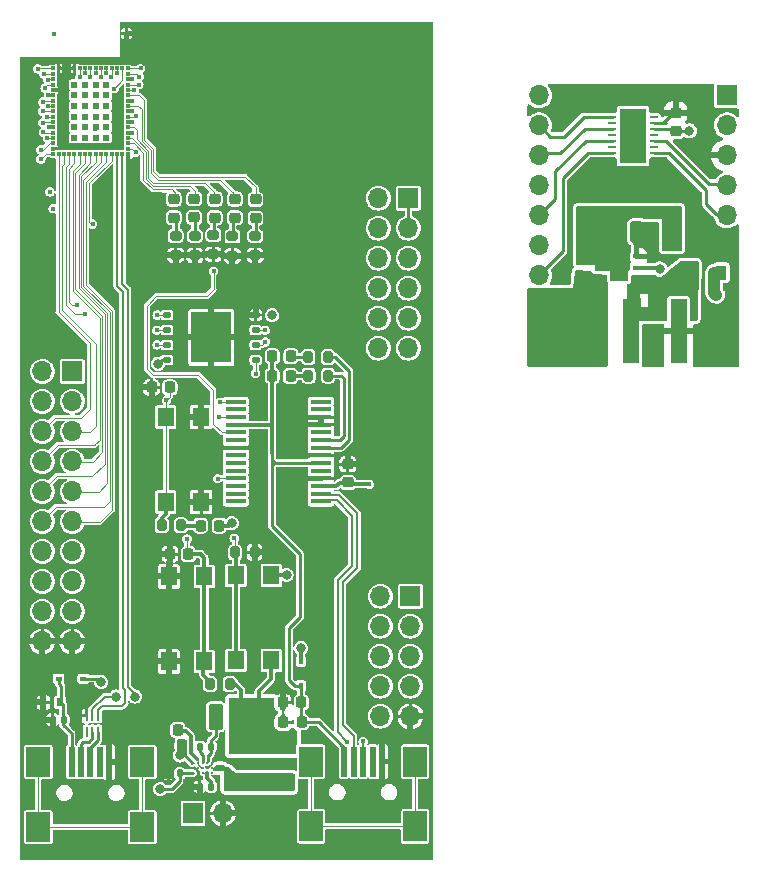
<source format=gbr>
%TF.GenerationSoftware,KiCad,Pcbnew,6.0.10-86aedd382b~118~ubuntu22.04.1*%
%TF.CreationDate,2023-01-21T23:49:39-03:00*%
%TF.ProjectId,MB_V2,4d425f56-322e-46b6-9963-61645f706362,rev?*%
%TF.SameCoordinates,Original*%
%TF.FileFunction,Copper,L1,Top*%
%TF.FilePolarity,Positive*%
%FSLAX46Y46*%
G04 Gerber Fmt 4.6, Leading zero omitted, Abs format (unit mm)*
G04 Created by KiCad (PCBNEW 6.0.10-86aedd382b~118~ubuntu22.04.1) date 2023-01-21 23:49:39*
%MOMM*%
%LPD*%
G01*
G04 APERTURE LIST*
G04 Aperture macros list*
%AMRoundRect*
0 Rectangle with rounded corners*
0 $1 Rounding radius*
0 $2 $3 $4 $5 $6 $7 $8 $9 X,Y pos of 4 corners*
0 Add a 4 corners polygon primitive as box body*
4,1,4,$2,$3,$4,$5,$6,$7,$8,$9,$2,$3,0*
0 Add four circle primitives for the rounded corners*
1,1,$1+$1,$2,$3*
1,1,$1+$1,$4,$5*
1,1,$1+$1,$6,$7*
1,1,$1+$1,$8,$9*
0 Add four rect primitives between the rounded corners*
20,1,$1+$1,$2,$3,$4,$5,0*
20,1,$1+$1,$4,$5,$6,$7,0*
20,1,$1+$1,$6,$7,$8,$9,0*
20,1,$1+$1,$8,$9,$2,$3,0*%
G04 Aperture macros list end*
%TA.AperFunction,SMDPad,CuDef*%
%ADD10RoundRect,0.125000X0.200000X0.125000X-0.200000X0.125000X-0.200000X-0.125000X0.200000X-0.125000X0*%
%TD*%
%TA.AperFunction,SMDPad,CuDef*%
%ADD11R,3.400000X4.300000*%
%TD*%
%TA.AperFunction,SMDPad,CuDef*%
%ADD12R,0.706399X0.407200*%
%TD*%
%TA.AperFunction,SMDPad,CuDef*%
%ADD13R,1.498600X2.311400*%
%TD*%
%TA.AperFunction,SMDPad,CuDef*%
%ADD14R,0.600000X0.700000*%
%TD*%
%TA.AperFunction,SMDPad,CuDef*%
%ADD15R,1.400000X1.600000*%
%TD*%
%TA.AperFunction,SMDPad,CuDef*%
%ADD16R,0.500000X2.500000*%
%TD*%
%TA.AperFunction,SMDPad,CuDef*%
%ADD17R,2.000000X2.500000*%
%TD*%
%TA.AperFunction,SMDPad,CuDef*%
%ADD18R,1.750000X0.450000*%
%TD*%
%TA.AperFunction,SMDPad,CuDef*%
%ADD19RoundRect,0.218750X0.256250X-0.218750X0.256250X0.218750X-0.256250X0.218750X-0.256250X-0.218750X0*%
%TD*%
%TA.AperFunction,SMDPad,CuDef*%
%ADD20RoundRect,0.140000X-0.140000X-0.170000X0.140000X-0.170000X0.140000X0.170000X-0.140000X0.170000X0*%
%TD*%
%TA.AperFunction,SMDPad,CuDef*%
%ADD21RoundRect,0.225000X-0.250000X0.225000X-0.250000X-0.225000X0.250000X-0.225000X0.250000X0.225000X0*%
%TD*%
%TA.AperFunction,SMDPad,CuDef*%
%ADD22RoundRect,0.200000X0.200000X0.275000X-0.200000X0.275000X-0.200000X-0.275000X0.200000X-0.275000X0*%
%TD*%
%TA.AperFunction,SMDPad,CuDef*%
%ADD23RoundRect,0.200000X-0.275000X0.200000X-0.275000X-0.200000X0.275000X-0.200000X0.275000X0.200000X0*%
%TD*%
%TA.AperFunction,SMDPad,CuDef*%
%ADD24RoundRect,0.140000X0.140000X0.170000X-0.140000X0.170000X-0.140000X-0.170000X0.140000X-0.170000X0*%
%TD*%
%TA.AperFunction,SMDPad,CuDef*%
%ADD25RoundRect,0.225000X0.225000X0.250000X-0.225000X0.250000X-0.225000X-0.250000X0.225000X-0.250000X0*%
%TD*%
%TA.AperFunction,SMDPad,CuDef*%
%ADD26R,0.600000X0.450000*%
%TD*%
%TA.AperFunction,SMDPad,CuDef*%
%ADD27RoundRect,0.250000X-0.325000X-0.650000X0.325000X-0.650000X0.325000X0.650000X-0.325000X0.650000X0*%
%TD*%
%TA.AperFunction,SMDPad,CuDef*%
%ADD28RoundRect,0.250000X-0.375000X-0.850000X0.375000X-0.850000X0.375000X0.850000X-0.375000X0.850000X0*%
%TD*%
%TA.AperFunction,ComponentPad*%
%ADD29R,1.700000X1.700000*%
%TD*%
%TA.AperFunction,ComponentPad*%
%ADD30O,1.700000X1.700000*%
%TD*%
%TA.AperFunction,SMDPad,CuDef*%
%ADD31C,0.254000*%
%TD*%
%TA.AperFunction,SMDPad,CuDef*%
%ADD32RoundRect,0.225000X0.250000X-0.225000X0.250000X0.225000X-0.250000X0.225000X-0.250000X-0.225000X0*%
%TD*%
%TA.AperFunction,SMDPad,CuDef*%
%ADD33RoundRect,0.225000X-0.225000X-0.250000X0.225000X-0.250000X0.225000X0.250000X-0.225000X0.250000X0*%
%TD*%
%TA.AperFunction,SMDPad,CuDef*%
%ADD34RoundRect,0.218750X0.218750X0.256250X-0.218750X0.256250X-0.218750X-0.256250X0.218750X-0.256250X0*%
%TD*%
%TA.AperFunction,SMDPad,CuDef*%
%ADD35RoundRect,0.200000X-0.200000X-0.275000X0.200000X-0.275000X0.200000X0.275000X-0.200000X0.275000X0*%
%TD*%
%TA.AperFunction,SMDPad,CuDef*%
%ADD36R,0.450000X0.600000*%
%TD*%
%TA.AperFunction,SMDPad,CuDef*%
%ADD37R,0.900000X1.200000*%
%TD*%
%TA.AperFunction,SMDPad,CuDef*%
%ADD38R,0.254800X0.807999*%
%TD*%
%TA.AperFunction,SMDPad,CuDef*%
%ADD39R,0.690000X0.280000*%
%TD*%
%TA.AperFunction,SMDPad,CuDef*%
%ADD40R,2.273000X4.600000*%
%TD*%
%TA.AperFunction,SMDPad,CuDef*%
%ADD41RoundRect,0.218750X-0.218750X-0.256250X0.218750X-0.256250X0.218750X0.256250X-0.218750X0.256250X0*%
%TD*%
%TA.AperFunction,SMDPad,CuDef*%
%ADD42R,1.430000X5.500000*%
%TD*%
%TA.AperFunction,SMDPad,CuDef*%
%ADD43R,0.350012X0.350012*%
%TD*%
%TA.AperFunction,SMDPad,CuDef*%
%ADD44R,0.350000X0.300000*%
%TD*%
%TA.AperFunction,SMDPad,CuDef*%
%ADD45R,0.300000X0.350000*%
%TD*%
%TA.AperFunction,SMDPad,CuDef*%
%ADD46R,0.599999X0.599999*%
%TD*%
%TA.AperFunction,SMDPad,CuDef*%
%ADD47R,0.429997X0.429997*%
%TD*%
%TA.AperFunction,ViaPad*%
%ADD48C,0.400000*%
%TD*%
%TA.AperFunction,ViaPad*%
%ADD49C,0.800000*%
%TD*%
%TA.AperFunction,Conductor*%
%ADD50C,0.101600*%
%TD*%
%TA.AperFunction,Conductor*%
%ADD51C,0.250000*%
%TD*%
%TA.AperFunction,Conductor*%
%ADD52C,0.300000*%
%TD*%
%TA.AperFunction,Conductor*%
%ADD53C,0.102000*%
%TD*%
%TA.AperFunction,Conductor*%
%ADD54C,1.000000*%
%TD*%
%TA.AperFunction,Conductor*%
%ADD55C,0.114300*%
%TD*%
%TA.AperFunction,Conductor*%
%ADD56C,0.200000*%
%TD*%
G04 APERTURE END LIST*
D10*
%TO.P,U5,1,~{CS}*%
%TO.N,MEM_CS*%
X114990000Y-134605000D03*
%TO.P,U5,2,DO(IO1)*%
%TO.N,MEM_IO1{slash}DO*%
X114990000Y-133335000D03*
%TO.P,U5,3,IO2*%
%TO.N,MEM_IO2{slash}WP*%
X114990000Y-132065000D03*
%TO.P,U5,4,GND*%
%TO.N,GND*%
X114990000Y-130795000D03*
%TO.P,U5,5,DI(IO0)*%
%TO.N,MEM_IO0{slash}DI*%
X107490000Y-130795000D03*
%TO.P,U5,6,CLK*%
%TO.N,MEM_SCK*%
X107490000Y-132065000D03*
%TO.P,U5,7,IO3*%
%TO.N,MEM_IO3{slash}HOLD*%
X107490000Y-133335000D03*
%TO.P,U5,8,VCC*%
%TO.N,+3V3*%
X107490000Y-134605000D03*
D11*
%TO.P,U5,9,EP*%
%TO.N,GND*%
X111240000Y-132700000D03*
%TD*%
D12*
%TO.P,U4,1,FB*%
%TO.N,GND*%
X144273201Y-125839999D03*
%TO.P,U4,2,GND*%
X144273201Y-126790000D03*
%TO.P,U4,3,IN*%
%TO.N,+24V*%
X144273201Y-127740001D03*
%TO.P,U4,4,LX*%
%TO.N,/Track_Mag/LX*%
X147266799Y-127740001D03*
%TO.P,U4,5,/SHDN*%
%TO.N,+24V*%
X147266799Y-126790000D03*
%TO.P,U4,6,OUT*%
%TO.N,+3V3*%
X147266799Y-125839999D03*
D13*
%TO.P,U4,7,P*%
%TO.N,GND*%
X145770000Y-126790000D03*
%TD*%
D14*
%TO.P,D6,1,K*%
%TO.N,Net-(C6-Pad2)*%
X98425000Y-163600000D03*
%TO.P,D6,2,A*%
%TO.N,GND*%
X97025000Y-163600000D03*
%TD*%
D15*
%TO.P,SW3,1,1*%
%TO.N,/STM32BLE/INT*%
X107380000Y-139430000D03*
X107380000Y-146630000D03*
%TO.P,SW3,2,2*%
%TO.N,GND*%
X110380000Y-146630000D03*
X110380000Y-139430000D03*
%TD*%
D16*
%TO.P,J4,1,VBUS*%
%TO.N,Net-(C6-Pad2)*%
X99400000Y-168650000D03*
%TO.P,J4,2,D-*%
%TO.N,Net-(J4-Pad2)*%
X100200000Y-168650000D03*
%TO.P,J4,3,D+*%
%TO.N,Net-(J4-Pad3)*%
X101000000Y-168650000D03*
%TO.P,J4,4,ID*%
%TO.N,unconnected-(J4-Pad4)*%
X101800000Y-168650000D03*
%TO.P,J4,5,GND*%
%TO.N,GND*%
X102600000Y-168650000D03*
D17*
%TO.P,J4,6,Shield*%
%TO.N,unconnected-(J4-Pad6)*%
X96600000Y-174150000D03*
X105400000Y-168650000D03*
X105400000Y-174150000D03*
X96600000Y-168650000D03*
%TD*%
D18*
%TO.P,U3,1,TXD*%
%TO.N,USART_RX*%
X113320000Y-138135000D03*
%TO.P,U3,2,DTR*%
%TO.N,unconnected-(U3-Pad2)*%
X113320000Y-138785000D03*
%TO.P,U3,3,RTS*%
%TO.N,USART_CTS*%
X113320000Y-139435000D03*
%TO.P,U3,4,VCCIO*%
%TO.N,Net-(C17-Pad2)*%
X113320000Y-140085000D03*
%TO.P,U3,5,RXD*%
%TO.N,USART_TX*%
X113320000Y-140735000D03*
%TO.P,U3,6,RI*%
%TO.N,unconnected-(U3-Pad6)*%
X113320000Y-141385000D03*
%TO.P,U3,7,GND*%
%TO.N,GND*%
X113320000Y-142035000D03*
%TO.P,U3,8*%
%TO.N,N/C*%
X113320000Y-142685000D03*
%TO.P,U3,9,DCR*%
%TO.N,unconnected-(U3-Pad9)*%
X113320000Y-143335000D03*
%TO.P,U3,10,DCD*%
%TO.N,unconnected-(U3-Pad10)*%
X113320000Y-143985000D03*
%TO.P,U3,11,CTS*%
%TO.N,USART_RTS_DE*%
X113320000Y-144635000D03*
%TO.P,U3,12,CBUS4*%
%TO.N,unconnected-(U3-Pad12)*%
X113320000Y-145285000D03*
%TO.P,U3,13,CBUS2*%
%TO.N,unconnected-(U3-Pad13)*%
X113320000Y-145935000D03*
%TO.P,U3,14,CBUS3*%
%TO.N,unconnected-(U3-Pad14)*%
X113320000Y-146585000D03*
%TO.P,U3,15,USBD+*%
%TO.N,/STM32BLE/Modulo_conn/Prog_+*%
X120520000Y-146585000D03*
%TO.P,U3,16,USBD-*%
%TO.N,/STM32BLE/Modulo_conn/Prog_-*%
X120520000Y-145935000D03*
%TO.P,U3,17,3V3OUT*%
%TO.N,+3V3*%
X120520000Y-145285000D03*
%TO.P,U3,18,GND*%
%TO.N,GND*%
X120520000Y-144635000D03*
%TO.P,U3,19,~{RESET}*%
%TO.N,unconnected-(U3-Pad19)*%
X120520000Y-143985000D03*
%TO.P,U3,20,VCC*%
%TO.N,Net-(C17-Pad2)*%
X120520000Y-143335000D03*
%TO.P,U3,21,GND*%
%TO.N,GND*%
X120520000Y-142685000D03*
%TO.P,U3,22,CBUS1*%
%TO.N,Net-(R7-Pad2)*%
X120520000Y-142035000D03*
%TO.P,U3,23,CBUS0*%
%TO.N,Net-(R6-Pad2)*%
X120520000Y-141385000D03*
%TO.P,U3,24*%
%TO.N,N/C*%
X120520000Y-140735000D03*
%TO.P,U3,25,AGND*%
%TO.N,GND*%
X120520000Y-140085000D03*
%TO.P,U3,26,TEST*%
X120520000Y-139435000D03*
%TO.P,U3,27,OSCI*%
%TO.N,unconnected-(U3-Pad27)*%
X120520000Y-138785000D03*
%TO.P,U3,28,OSCO*%
%TO.N,unconnected-(U3-Pad28)*%
X120520000Y-138135000D03*
%TD*%
D19*
%TO.P,D2,1,K*%
%TO.N,Net-(D2-Pad1)*%
X108050000Y-122547500D03*
%TO.P,D2,2,A*%
%TO.N,LD_GR*%
X108050000Y-120972500D03*
%TD*%
D20*
%TO.P,C6,1*%
%TO.N,GND*%
X97795000Y-165050000D03*
%TO.P,C6,2*%
%TO.N,Net-(C6-Pad2)*%
X98755000Y-165050000D03*
%TD*%
D21*
%TO.P,C1,1*%
%TO.N,+3V3*%
X150560000Y-113665000D03*
%TO.P,C1,2*%
%TO.N,GND*%
X150560000Y-115215000D03*
%TD*%
D22*
%TO.P,R9,1*%
%TO.N,Net-(D12-Pad1)*%
X108685000Y-148610000D03*
%TO.P,R9,2*%
%TO.N,/STM32BLE/INT*%
X107035000Y-148610000D03*
%TD*%
D23*
%TO.P,R1,1*%
%TO.N,Net-(D1-Pad1)*%
X109850000Y-124100000D03*
%TO.P,R1,2*%
%TO.N,GND*%
X109850000Y-125750000D03*
%TD*%
D24*
%TO.P,C12,1*%
%TO.N,+24V*%
X108600000Y-167260000D03*
%TO.P,C12,2*%
%TO.N,GND*%
X107640000Y-167260000D03*
%TD*%
D25*
%TO.P,C9,1*%
%TO.N,Net-(C9-Pad1)*%
X108410000Y-165920000D03*
%TO.P,C9,2*%
%TO.N,GND*%
X106860000Y-165920000D03*
%TD*%
D26*
%TO.P,D8,1,K*%
%TO.N,5V_Prog*%
X100400000Y-161580000D03*
%TO.P,D8,2,A*%
%TO.N,Net-(C6-Pad2)*%
X98300000Y-161580000D03*
%TD*%
D27*
%TO.P,C3,1*%
%TO.N,+3V3*%
X147265000Y-123760000D03*
%TO.P,C3,2*%
%TO.N,GND*%
X150215000Y-123760000D03*
%TD*%
D28*
%TO.P,L2,1*%
%TO.N,Net-(C11-Pad2)*%
X111600000Y-164810000D03*
%TO.P,L2,2*%
%TO.N,+3V3*%
X113750000Y-164810000D03*
%TD*%
D20*
%TO.P,C11,1*%
%TO.N,Net-(C11-Pad1)*%
X110260000Y-167350000D03*
%TO.P,C11,2*%
%TO.N,Net-(C11-Pad2)*%
X111220000Y-167350000D03*
%TD*%
D21*
%TO.P,C5,1*%
%TO.N,GND*%
X122800000Y-143425000D03*
%TO.P,C5,2*%
%TO.N,+3V3*%
X122800000Y-144975000D03*
%TD*%
D29*
%TO.P,J7,1,Pin_1*%
%TO.N,+3V3*%
X127920000Y-120900000D03*
D30*
%TO.P,J7,2,Pin_2*%
%TO.N,VDDUSB*%
X125380000Y-120900000D03*
%TO.P,J7,3,Pin_3*%
%TO.N,+3V3*%
X127920000Y-123440000D03*
%TO.P,J7,4,Pin_4*%
%TO.N,PB13*%
X125380000Y-123440000D03*
%TO.P,J7,5,Pin_5*%
%TO.N,PB14*%
X127920000Y-125980000D03*
%TO.P,J7,6,Pin_6*%
%TO.N,PB15*%
X125380000Y-125980000D03*
%TO.P,J7,7,Pin_7*%
%TO.N,PB6*%
X127920000Y-128520000D03*
%TO.P,J7,8,Pin_8*%
%TO.N,PB12*%
X125380000Y-128520000D03*
%TO.P,J7,9,Pin_9*%
%TO.N,PB0*%
X127920000Y-131060000D03*
%TO.P,J7,10,Pin_10*%
%TO.N,PB1*%
X125380000Y-131060000D03*
%TO.P,J7,11,Pin_11*%
%TO.N,PC5*%
X127920000Y-133600000D03*
%TO.P,J7,12,Pin_12*%
%TO.N,PB11*%
X125380000Y-133600000D03*
%TD*%
D24*
%TO.P,C10,1*%
%TO.N,Net-(C10-Pad1)*%
X111230000Y-170730000D03*
%TO.P,C10,2*%
%TO.N,GND*%
X110270000Y-170730000D03*
%TD*%
D19*
%TO.P,D5,1,K*%
%TO.N,Net-(D5-Pad1)*%
X113230000Y-122547500D03*
%TO.P,D5,2,A*%
%TO.N,LD-WT*%
X113230000Y-120972500D03*
%TD*%
%TO.P,D1,1,K*%
%TO.N,Net-(D1-Pad1)*%
X109790000Y-122537500D03*
%TO.P,D1,2,A*%
%TO.N,LD_BL*%
X109790000Y-120962500D03*
%TD*%
D31*
%TO.P,U7,A1,IN1*%
%TO.N,+24V*%
X109700000Y-168750000D03*
%TO.P,U7,A2,SUP*%
%TO.N,Net-(C9-Pad1)*%
X110100000Y-168750000D03*
%TO.P,U7,A3,BST*%
%TO.N,Net-(C11-Pad1)*%
X110500000Y-168750000D03*
%TO.P,U7,A4,LX*%
%TO.N,Net-(C11-Pad2)*%
X110900000Y-168750000D03*
%TO.P,U7,A5,PGND*%
%TO.N,GND*%
X111300000Y-168750000D03*
%TO.P,U7,B1,VIO*%
X109700000Y-169150000D03*
%TO.P,U7,B2,SDA*%
X110100000Y-169150000D03*
%TO.P,U7,B3,EN*%
%TO.N,Net-(C9-Pad1)*%
X110500000Y-169150000D03*
%TO.P,U7,B4,AGND*%
%TO.N,GND*%
X110900000Y-169150000D03*
%TO.P,U7,B5,OUT/FB*%
%TO.N,+3V3*%
X111300000Y-169150000D03*
%TO.P,U7,C1,IN2*%
%TO.N,5V_Prog*%
X109700000Y-169550000D03*
%TO.P,U7,C2,SCL*%
%TO.N,GND*%
X110100000Y-169550000D03*
%TO.P,U7,C3,BIAS*%
%TO.N,Net-(C10-Pad1)*%
X110500000Y-169550000D03*
%TO.P,U7,C4,ILIM*%
X110900000Y-169550000D03*
%TO.P,U7,C5,POK*%
%TO.N,unconnected-(U7-PadC5)*%
X111300000Y-169550000D03*
%TD*%
D32*
%TO.P,C7,1*%
%TO.N,+24V*%
X142850000Y-127570000D03*
%TO.P,C7,2*%
%TO.N,GND*%
X142850000Y-126020000D03*
%TD*%
D24*
%TO.P,C13,1*%
%TO.N,5V_Prog*%
X108550000Y-169600000D03*
%TO.P,C13,2*%
%TO.N,GND*%
X107590000Y-169600000D03*
%TD*%
D15*
%TO.P,SW1,1,1*%
%TO.N,/STM32BLE/NRST*%
X110650000Y-160125000D03*
X110650000Y-152925000D03*
%TO.P,SW1,2,2*%
%TO.N,GND*%
X107650000Y-160125000D03*
X107650000Y-152925000D03*
%TD*%
D33*
%TO.P,C2,1*%
%TO.N,GND*%
X107740000Y-151040000D03*
%TO.P,C2,2*%
%TO.N,/STM32BLE/NRST*%
X109290000Y-151040000D03*
%TD*%
D22*
%TO.P,R8,1*%
%TO.N,+3V3*%
X112790000Y-162020000D03*
%TO.P,R8,2*%
%TO.N,/STM32BLE/NRST*%
X111140000Y-162020000D03*
%TD*%
D16*
%TO.P,J3,1,VBUS*%
%TO.N,Net-(C17-Pad2)*%
X122500000Y-168600000D03*
%TO.P,J3,2,D-*%
%TO.N,/STM32BLE/Modulo_conn/Prog_-*%
X123300000Y-168600000D03*
%TO.P,J3,3,D+*%
%TO.N,/STM32BLE/Modulo_conn/Prog_+*%
X124100000Y-168600000D03*
%TO.P,J3,4,ID*%
%TO.N,unconnected-(J3-Pad4)*%
X124900000Y-168600000D03*
%TO.P,J3,5,GND*%
%TO.N,GND*%
X125700000Y-168600000D03*
D17*
%TO.P,J3,6,Shield*%
%TO.N,unconnected-(J3-Pad6)*%
X119700000Y-168600000D03*
X128500000Y-174100000D03*
X119700000Y-174100000D03*
X128500000Y-168600000D03*
%TD*%
D34*
%TO.P,D10,1,K*%
%TO.N,Net-(D10-Pad1)*%
X117960000Y-135940000D03*
%TO.P,D10,2,A*%
%TO.N,Net-(C17-Pad2)*%
X116385000Y-135940000D03*
%TD*%
D35*
%TO.P,R10,1*%
%TO.N,/STM32BLE/BOOT0*%
X113250000Y-150900000D03*
%TO.P,R10,2*%
%TO.N,GND*%
X114900000Y-150900000D03*
%TD*%
D29*
%TO.P,J2,1,Pin_1*%
%TO.N,GNDA*%
X154900000Y-112200000D03*
D30*
%TO.P,J2,2,Pin_2*%
%TO.N,GND*%
X154900000Y-114740000D03*
%TO.P,J2,3,Pin_3*%
%TO.N,+3V3*%
X154900000Y-117280000D03*
%TO.P,J2,4,Pin_4*%
%TO.N,/Track_Mag/DATA*%
X154900000Y-119820000D03*
%TO.P,J2,5,Pin_5*%
%TO.N,/Track_Mag/STROBE*%
X154900000Y-122360000D03*
%TD*%
D23*
%TO.P,R5,1*%
%TO.N,Net-(D5-Pad1)*%
X113030000Y-124140000D03*
%TO.P,R5,2*%
%TO.N,GND*%
X113030000Y-125790000D03*
%TD*%
D34*
%TO.P,D11,1,K*%
%TO.N,Net-(D11-Pad1)*%
X117977500Y-134290000D03*
%TO.P,D11,2,A*%
%TO.N,Net-(C17-Pad2)*%
X116402500Y-134290000D03*
%TD*%
D36*
%TO.P,D9,1,K*%
%TO.N,5V_Prog*%
X118820000Y-160110000D03*
%TO.P,D9,2,A*%
%TO.N,Net-(C17-Pad2)*%
X118820000Y-162210000D03*
%TD*%
D23*
%TO.P,R2,1*%
%TO.N,Net-(D2-Pad1)*%
X108210000Y-124085000D03*
%TO.P,R2,2*%
%TO.N,GND*%
X108210000Y-125735000D03*
%TD*%
%TO.P,R4,1*%
%TO.N,Net-(D4-Pad1)*%
X114960000Y-124095000D03*
%TO.P,R4,2*%
%TO.N,GND*%
X114960000Y-125745000D03*
%TD*%
D33*
%TO.P,C17,1*%
%TO.N,GND*%
X117327500Y-165262500D03*
%TO.P,C17,2*%
%TO.N,Net-(C17-Pad2)*%
X118877500Y-165262500D03*
%TD*%
D37*
%TO.P,D7,1,K*%
%TO.N,/Track_Mag/LX*%
X151112500Y-127200000D03*
%TO.P,D7,2,A*%
%TO.N,GND*%
X154412500Y-127200000D03*
%TD*%
D35*
%TO.P,R6,1*%
%TO.N,Net-(D10-Pad1)*%
X119465000Y-135920000D03*
%TO.P,R6,2*%
%TO.N,Net-(R6-Pad2)*%
X121115000Y-135920000D03*
%TD*%
%TO.P,R7,1*%
%TO.N,Net-(D11-Pad1)*%
X119455000Y-134360000D03*
%TO.P,R7,2*%
%TO.N,Net-(R7-Pad2)*%
X121105000Y-134360000D03*
%TD*%
D23*
%TO.P,R3,1*%
%TO.N,Net-(D3-Pad1)*%
X111420000Y-124015000D03*
%TO.P,R3,2*%
%TO.N,GND*%
X111420000Y-125665000D03*
%TD*%
D29*
%TO.P,J6,1,Pin_1*%
%TO.N,5V_Prog*%
X99470000Y-135570000D03*
D30*
%TO.P,J6,2,Pin_2*%
X96930000Y-135570000D03*
%TO.P,J6,3,Pin_3*%
%TO.N,+3V3*%
X99470000Y-138110000D03*
%TO.P,J6,4,Pin_4*%
X96930000Y-138110000D03*
%TO.P,J6,5,Pin_5*%
%TO.N,PB5*%
X99470000Y-140650000D03*
%TO.P,J6,6,Pin_6*%
%TO.N,PB7*%
X96930000Y-140650000D03*
%TO.P,J6,7,Pin_7*%
%TO.N,PC11*%
X99470000Y-143190000D03*
%TO.P,J6,8,Pin_8*%
%TO.N,PC10*%
X96930000Y-143190000D03*
%TO.P,J6,9,Pin_9*%
%TO.N,PA13*%
X99470000Y-145730000D03*
%TO.P,J6,10,Pin_10*%
%TO.N,PC12*%
X96930000Y-145730000D03*
%TO.P,J6,11,Pin_11*%
%TO.N,PA15*%
X99470000Y-148270000D03*
%TO.P,J6,12,Pin_12*%
%TO.N,PA14*%
X96930000Y-148270000D03*
%TO.P,J6,13,Pin_13*%
%TO.N,PC0*%
X99470000Y-150810000D03*
%TO.P,J6,14,Pin_14*%
%TO.N,PB8*%
X96930000Y-150810000D03*
%TO.P,J6,15,Pin_15*%
%TO.N,PC1*%
X99470000Y-153350000D03*
%TO.P,J6,16,Pin_16*%
%TO.N,PB9*%
X96930000Y-153350000D03*
%TO.P,J6,17,Pin_17*%
%TO.N,PC3*%
X99470000Y-155890000D03*
%TO.P,J6,18,Pin_18*%
%TO.N,PC2*%
X96930000Y-155890000D03*
%TO.P,J6,19,Pin_19*%
%TO.N,GND*%
X99470000Y-158430000D03*
%TO.P,J6,20,Pin_20*%
X96930000Y-158430000D03*
%TD*%
D21*
%TO.P,C14,1*%
%TO.N,+3V3*%
X117000000Y-167230000D03*
%TO.P,C14,2*%
%TO.N,GND*%
X117000000Y-168780000D03*
%TD*%
D19*
%TO.P,D4,1,K*%
%TO.N,Net-(D4-Pad1)*%
X114980000Y-122587500D03*
%TO.P,D4,2,A*%
%TO.N,LD_YW*%
X114980000Y-121012500D03*
%TD*%
D38*
%TO.P,U6,1,D+*%
%TO.N,USB_P*%
X101674999Y-164729300D03*
%TO.P,U6,2,D-*%
%TO.N,USB_N*%
X101175000Y-164729300D03*
%TO.P,U6,3,GND*%
%TO.N,GND*%
X100675001Y-164729300D03*
%TO.P,U6,4,NC*%
%TO.N,unconnected-(U6-Pad4)*%
X100675001Y-166070700D03*
%TO.P,U6,5,D-*%
%TO.N,Net-(J4-Pad2)*%
X101175000Y-166070700D03*
%TO.P,U6,6,D+*%
%TO.N,Net-(J4-Pad3)*%
X101674999Y-166070700D03*
%TD*%
D15*
%TO.P,SW2,1,1*%
%TO.N,+3V3*%
X116320000Y-152840000D03*
X116320000Y-160040000D03*
%TO.P,SW2,2,2*%
%TO.N,/STM32BLE/BOOT0*%
X113320000Y-152840000D03*
X113320000Y-160040000D03*
%TD*%
D33*
%TO.P,C18,1*%
%TO.N,GND*%
X117312500Y-163602500D03*
%TO.P,C18,2*%
%TO.N,Net-(C17-Pad2)*%
X118862500Y-163602500D03*
%TD*%
D29*
%TO.P,J5,1,Pin_1*%
%TO.N,PB10*%
X128100000Y-154600000D03*
D30*
%TO.P,J5,2,Pin_2*%
%TO.N,PB2*%
X125560000Y-154600000D03*
%TO.P,J5,3,Pin_3*%
%TO.N,PC4*%
X128100000Y-157140000D03*
%TO.P,J5,4,Pin_4*%
%TO.N,PA8*%
X125560000Y-157140000D03*
%TO.P,J5,5,Pin_5*%
%TO.N,PA7*%
X128100000Y-159680000D03*
%TO.P,J5,6,Pin_6*%
%TO.N,PA6*%
X125560000Y-159680000D03*
%TO.P,J5,7,Pin_7*%
%TO.N,PA5*%
X128100000Y-162220000D03*
%TO.P,J5,8,Pin_8*%
%TO.N,PA4*%
X125560000Y-162220000D03*
%TO.P,J5,9,Pin_9*%
%TO.N,GND*%
X128100000Y-164760000D03*
%TO.P,J5,10,Pin_10*%
%TO.N,PA1*%
X125560000Y-164760000D03*
%TD*%
D21*
%TO.P,C16,1*%
%TO.N,+3V3*%
X113920000Y-167215000D03*
%TO.P,C16,2*%
%TO.N,GND*%
X113920000Y-168765000D03*
%TD*%
%TO.P,C15,1*%
%TO.N,+3V3*%
X115440000Y-167215000D03*
%TO.P,C15,2*%
%TO.N,GND*%
X115440000Y-168765000D03*
%TD*%
D39*
%TO.P,U1,1,HEAD_COMMOMN*%
%TO.N,/Track_Mag/HC*%
X145195000Y-114060000D03*
%TO.P,U1,2,NC*%
%TO.N,unconnected-(U1-Pad2)*%
X145195000Y-114560000D03*
%TO.P,U1,3,HEAD_A*%
%TO.N,/Track_Mag/Track_A*%
X145195000Y-115060000D03*
%TO.P,U1,4,NC*%
%TO.N,unconnected-(U1-Pad4)*%
X145195000Y-115560000D03*
%TO.P,U1,5,HEAD_B*%
%TO.N,/Track_Mag/Track_B*%
X145195000Y-116060000D03*
%TO.P,U1,6,NC*%
%TO.N,unconnected-(U1-Pad6)*%
X145195000Y-116560000D03*
%TO.P,U1,7,HEAD_C*%
%TO.N,/Track_Mag/Track_C*%
X145195000Y-117060000D03*
%TO.P,U1,8,STROBE*%
%TO.N,/Track_Mag/STROBE*%
X148685000Y-117060000D03*
%TO.P,U1,9,NC*%
%TO.N,unconnected-(U1-Pad9)*%
X148685000Y-116560000D03*
%TO.P,U1,10,DATA*%
%TO.N,/Track_Mag/DATA*%
X148685000Y-116060000D03*
%TO.P,U1,11,NC*%
%TO.N,unconnected-(U1-Pad11)*%
X148685000Y-115560000D03*
%TO.P,U1,12,VSS*%
%TO.N,GND*%
X148685000Y-115060000D03*
%TO.P,U1,13,VDD*%
%TO.N,+3V3*%
X148685000Y-114560000D03*
%TO.P,U1,14,NC*%
%TO.N,unconnected-(U1-Pad14)*%
X148685000Y-114060000D03*
D40*
%TO.P,U1,15,GND*%
%TO.N,GND*%
X146940000Y-115660000D03*
%TD*%
D41*
%TO.P,D12,1,K*%
%TO.N,Net-(D12-Pad1)*%
X110322500Y-148620000D03*
%TO.P,D12,2,A*%
%TO.N,+3V3*%
X111897500Y-148620000D03*
%TD*%
D42*
%TO.P,L1,1*%
%TO.N,/Track_Mag/LX*%
X146770000Y-132170000D03*
%TO.P,L1,2*%
%TO.N,+3V3*%
X150810000Y-132170000D03*
%TD*%
D43*
%TO.P,U2,1,PA2*%
%TO.N,MEM_CS*%
X97825000Y-109924999D03*
D44*
%TO.P,U2,2,PA1*%
%TO.N,PA1*%
X97825000Y-110399999D03*
%TO.P,U2,3,PA0*%
%TO.N,/STM32BLE/INT*%
X97825000Y-110850000D03*
%TO.P,U2,4,VREF+*%
%TO.N,+3V3*%
X97825000Y-111299999D03*
%TO.P,U2,5,VSS*%
%TO.N,GND*%
X97825000Y-111749999D03*
%TO.P,U2,6,VDDA*%
%TO.N,+3V3*%
X97825000Y-112200000D03*
%TO.P,U2,7,PC3*%
%TO.N,PC3*%
X97825000Y-112649999D03*
%TO.P,U2,8,PC2*%
%TO.N,PC2*%
X97825000Y-113100001D03*
%TO.P,U2,9,PC1*%
%TO.N,PC1*%
X97825000Y-113550000D03*
%TO.P,U2,10,NRST*%
%TO.N,/STM32BLE/NRST*%
X97825000Y-113999999D03*
%TO.P,U2,11,PB9*%
%TO.N,PB9*%
X97825000Y-114450001D03*
%TO.P,U2,12,PC0*%
%TO.N,PC0*%
X97825000Y-114900000D03*
%TO.P,U2,13,PH3-BOOT0*%
%TO.N,/STM32BLE/BOOT0*%
X97825000Y-115350001D03*
%TO.P,U2,14,PB8*%
%TO.N,PB8*%
X97825000Y-115800001D03*
%TO.P,U2,15,VBAT*%
%TO.N,+3V3*%
X97825000Y-116250000D03*
%TO.P,U2,16,VSS*%
%TO.N,GND*%
X97825000Y-116700001D03*
D43*
%TO.P,U2,17,VDDA*%
%TO.N,+3V3*%
X97825000Y-117175002D03*
D45*
%TO.P,U2,18,PB7*%
%TO.N,PB7*%
X98300000Y-117175002D03*
%TO.P,U2,19,PB5*%
%TO.N,PB5*%
X98749999Y-117175002D03*
%TO.P,U2,20,PB4*%
%TO.N,USART_CTS*%
X99199999Y-117175002D03*
%TO.P,U2,21,PB3*%
%TO.N,USART_RTS_DE*%
X99650000Y-117175002D03*
%TO.P,U2,22,PC10*%
%TO.N,PC10*%
X100099999Y-117175002D03*
%TO.P,U2,23,PC11*%
%TO.N,PC11*%
X100550001Y-117175002D03*
%TO.P,U2,24,PC12*%
%TO.N,PC12*%
X101000000Y-117175002D03*
%TO.P,U2,25,PA13*%
%TO.N,PA13*%
X101449999Y-117175002D03*
%TO.P,U2,26,PA14*%
%TO.N,PA14*%
X101900001Y-117175002D03*
%TO.P,U2,27,PA15*%
%TO.N,PA15*%
X102350000Y-117175002D03*
%TO.P,U2,28,PA10*%
%TO.N,USART_RX*%
X102800001Y-117175002D03*
%TO.P,U2,29,PA12*%
%TO.N,USB_P*%
X103250001Y-117175002D03*
%TO.P,U2,30,PA11*%
%TO.N,USB_N*%
X103700000Y-117175002D03*
D43*
%TO.P,U2,31,VSS*%
%TO.N,GND*%
X104175000Y-117175002D03*
D44*
%TO.P,U2,32,VDDUSB*%
%TO.N,VDDUSB*%
X104175000Y-116700001D03*
%TO.P,U2,33,PD0*%
%TO.N,LD_GR*%
X104175000Y-116250000D03*
%TO.P,U2,34,PD1*%
%TO.N,LD_BL*%
X104175000Y-115800001D03*
%TO.P,U2,35,PB13*%
%TO.N,PB13*%
X104175000Y-115350001D03*
%TO.P,U2,36,PC6*%
%TO.N,LD_RD*%
X104175000Y-114900000D03*
%TO.P,U2,37,PB14*%
%TO.N,PB14*%
X104175000Y-114450001D03*
%TO.P,U2,38,PB15*%
%TO.N,PB15*%
X104175000Y-113999999D03*
%TO.P,U2,39,PB6*%
%TO.N,PB6*%
X104175000Y-113550000D03*
%TO.P,U2,40,PC13*%
%TO.N,LD-WT*%
X104175000Y-113100001D03*
%TO.P,U2,41,PB12*%
%TO.N,PB12*%
X104175000Y-112649999D03*
%TO.P,U2,42,PE4*%
%TO.N,LD_YW*%
X104175000Y-112200000D03*
%TO.P,U2,43,PB0*%
%TO.N,PB0*%
X104175000Y-111749999D03*
%TO.P,U2,44,PB1*%
%TO.N,PB1*%
X104175000Y-111299999D03*
%TO.P,U2,45,PC5*%
%TO.N,PC5*%
X104175000Y-110850000D03*
%TO.P,U2,46,PB11*%
%TO.N,PB11*%
X104175000Y-110399999D03*
D43*
%TO.P,U2,47,PB10*%
%TO.N,PB10*%
X104175000Y-109924999D03*
D45*
%TO.P,U2,48,PB2*%
%TO.N,PB2*%
X103700000Y-109924998D03*
%TO.P,U2,49,PC4*%
%TO.N,PC4*%
X103250001Y-109924998D03*
%TO.P,U2,50,PA8*%
%TO.N,PA8*%
X102800001Y-109924998D03*
%TO.P,U2,51,PA9*%
%TO.N,USART_TX*%
X102350000Y-109924998D03*
%TO.P,U2,52,PA7*%
%TO.N,PA7*%
X101900001Y-109924998D03*
%TO.P,U2,53,PA6*%
%TO.N,PA6*%
X101449999Y-109924998D03*
%TO.P,U2,54,PA5*%
%TO.N,PA5*%
X101000000Y-109924998D03*
%TO.P,U2,55,PA4*%
%TO.N,PA4*%
X100550001Y-109924998D03*
%TO.P,U2,56,PA3*%
%TO.N,MEM_SCK*%
X100099999Y-109924998D03*
%TO.P,U2,57,VSS*%
%TO.N,GND*%
X99650000Y-109924998D03*
%TO.P,U2,58,ANT_IN*%
X99199999Y-109924998D03*
%TO.P,U2,59,RF_OUT*%
X98749999Y-109924998D03*
%TO.P,U2,60,VSS*%
X98300000Y-109924998D03*
D46*
%TO.P,U2,61,PH0*%
%TO.N,unconnected-(U2-Pad61)*%
X99650000Y-111299999D03*
%TO.P,U2,62,PH1*%
%TO.N,unconnected-(U2-Pad62)*%
X99650000Y-112199999D03*
%TO.P,U2,63,PD14*%
%TO.N,unconnected-(U2-Pad63)*%
X99650000Y-113099999D03*
%TO.P,U2,64,PE1*%
%TO.N,unconnected-(U2-Pad64)*%
X99650000Y-113999999D03*
%TO.P,U2,65,PD13*%
%TO.N,unconnected-(U2-Pad65)*%
X99650000Y-114899999D03*
%TO.P,U2,66,PD12*%
%TO.N,unconnected-(U2-Pad66)*%
X99650000Y-115799999D03*
%TO.P,U2,67,PD7*%
%TO.N,MEM_IO3{slash}HOLD*%
X100550000Y-115799999D03*
%TO.P,U2,68,PD2*%
%TO.N,unconnected-(U2-Pad68)*%
X101450000Y-115799999D03*
%TO.P,U2,69,PC9*%
%TO.N,unconnected-(U2-Pad69)*%
X102350000Y-115799999D03*
%TO.P,U2,70,PD3*%
%TO.N,unconnected-(U2-Pad70)*%
X102350000Y-114899999D03*
%TO.P,U2,71,PC7*%
%TO.N,unconnected-(U2-Pad71)*%
X102350000Y-113999999D03*
%TO.P,U2,72,PE3*%
%TO.N,unconnected-(U2-Pad72)*%
X102350000Y-113099999D03*
%TO.P,U2,73,PD4*%
%TO.N,MEM_IO0{slash}DI*%
X102350000Y-112199999D03*
%TO.P,U2,74,PD9*%
%TO.N,unconnected-(U2-Pad74)*%
X102350000Y-111299999D03*
%TO.P,U2,75,PD8*%
%TO.N,unconnected-(U2-Pad75)*%
X101450000Y-111299999D03*
%TO.P,U2,76,PD15*%
%TO.N,unconnected-(U2-Pad76)*%
X100550000Y-111299999D03*
%TO.P,U2,77,PD10*%
%TO.N,unconnected-(U2-Pad77)*%
X100550000Y-112199999D03*
%TO.P,U2,78,PE2*%
%TO.N,unconnected-(U2-Pad78)*%
X100550000Y-113099999D03*
%TO.P,U2,79,PE0*%
%TO.N,unconnected-(U2-Pad79)*%
X100550000Y-113999999D03*
%TO.P,U2,80,PD5*%
%TO.N,MEM_IO1{slash}DO*%
X100550000Y-114899999D03*
%TO.P,U2,81,PD6*%
%TO.N,MEM_IO2{slash}WP*%
X101450000Y-114899999D03*
%TO.P,U2,82,PD11*%
%TO.N,unconnected-(U2-Pad82)*%
X101450000Y-113999999D03*
%TO.P,U2,83,PC8*%
%TO.N,unconnected-(U2-Pad83)*%
X101450000Y-113099999D03*
%TO.P,U2,84,VSS*%
%TO.N,GND*%
X101450000Y-112199999D03*
D47*
%TO.P,U2,85,ANT_NC*%
%TO.N,unconnected-(U2-Pad85)*%
X97950000Y-106964999D03*
%TO.P,U2,86,VSS*%
%TO.N,GND*%
X104050000Y-106964999D03*
%TD*%
D19*
%TO.P,D3,1,K*%
%TO.N,Net-(D3-Pad1)*%
X111520000Y-122547500D03*
%TO.P,D3,2,A*%
%TO.N,LD_RD*%
X111520000Y-120972500D03*
%TD*%
D29*
%TO.P,J1,1,Pin_1*%
%TO.N,+24V*%
X138975000Y-129975000D03*
D30*
%TO.P,J1,2,Pin_2*%
%TO.N,/Track_Mag/Track_C*%
X138975000Y-127435000D03*
%TO.P,J1,3,Pin_3*%
%TO.N,/Track_Mag/HC*%
X138975000Y-124895000D03*
%TO.P,J1,4,Pin_4*%
%TO.N,/Track_Mag/Track_B*%
X138975000Y-122355000D03*
%TO.P,J1,5,Pin_5*%
%TO.N,/Track_Mag/HC*%
X138975000Y-119815000D03*
%TO.P,J1,6,Pin_6*%
%TO.N,/Track_Mag/Track_A*%
X138975000Y-117275000D03*
%TO.P,J1,7,Pin_7*%
%TO.N,/Track_Mag/HC*%
X138975000Y-114735000D03*
%TO.P,J1,8,Pin_8*%
%TO.N,GNDA*%
X138975000Y-112195000D03*
%TD*%
D33*
%TO.P,C4,1*%
%TO.N,GND*%
X106175000Y-136930000D03*
%TO.P,C4,2*%
%TO.N,/STM32BLE/INT*%
X107725000Y-136930000D03*
%TD*%
D29*
%TO.P,J8,1,Pin_1*%
%TO.N,+24V*%
X109680000Y-172980000D03*
D30*
%TO.P,J8,2,Pin_2*%
%TO.N,GND*%
X112220000Y-172980000D03*
%TD*%
D48*
%TO.N,+3V3*%
X97173350Y-111593789D03*
D49*
X117610000Y-152800000D03*
X152100000Y-124100000D03*
X116380000Y-130820000D03*
D48*
X96800000Y-117600000D03*
X97450000Y-112193349D03*
D49*
X117300000Y-170400000D03*
X112960000Y-148410000D03*
X115240000Y-165850000D03*
D48*
X124620000Y-145120000D03*
D49*
X106734973Y-134915027D03*
D48*
X96793377Y-116806623D03*
D49*
%TO.N,GND*%
X114000000Y-117000000D03*
D48*
X102440000Y-109160000D03*
D49*
X110000000Y-109000000D03*
X124000000Y-109000000D03*
X151700000Y-115200000D03*
X119000000Y-119000000D03*
X147870000Y-122040000D03*
X96500000Y-129000000D03*
X119000000Y-115000000D03*
X126000000Y-145000000D03*
X118000000Y-138500000D03*
X122000000Y-117000000D03*
X118000000Y-117000000D03*
X107000000Y-111000000D03*
X127000000Y-107000000D03*
X126000000Y-141000000D03*
X123000000Y-107000000D03*
X113000000Y-107000000D03*
X120000000Y-121000000D03*
X114500000Y-155000000D03*
X126000000Y-147000000D03*
D48*
X103940000Y-109120000D03*
D49*
X117000000Y-119000000D03*
X146550000Y-122000000D03*
X126000000Y-149000000D03*
X120000000Y-113000000D03*
X128000000Y-109000000D03*
X124000000Y-144000000D03*
X119500000Y-150000000D03*
X105000000Y-165000000D03*
D48*
X98010000Y-109250000D03*
D49*
X121000000Y-119000000D03*
X150650000Y-122120000D03*
D48*
X98750000Y-109230000D03*
D49*
X115500000Y-141000000D03*
X120000000Y-109000000D03*
X109000000Y-144000000D03*
X119000000Y-111000000D03*
X154000000Y-129100000D03*
X108000000Y-164000000D03*
X114500000Y-156500000D03*
X106500000Y-164000000D03*
X128000000Y-136000000D03*
X109500000Y-157500000D03*
X119000000Y-107000000D03*
D48*
X101230000Y-109140000D03*
D49*
X127000000Y-111000000D03*
X123000000Y-115000000D03*
D48*
X101500000Y-112200000D03*
X99670000Y-109170000D03*
D49*
X112000000Y-109000000D03*
X126000000Y-109000000D03*
X128000000Y-142000000D03*
X123000000Y-119000000D03*
X118000000Y-142000000D03*
X112000000Y-117000000D03*
X126000000Y-139000000D03*
X117000000Y-107000000D03*
X122000000Y-109000000D03*
X113000000Y-115000000D03*
X126000000Y-116500000D03*
X106000000Y-109000000D03*
X111000000Y-111000000D03*
X122000000Y-113000000D03*
X108000000Y-113000000D03*
X109000000Y-142000000D03*
X105000000Y-107000000D03*
X128000000Y-152000000D03*
X109000000Y-107000000D03*
X118000000Y-113000000D03*
D48*
X112670000Y-168580000D03*
D49*
X126000000Y-137000000D03*
X128000000Y-138000000D03*
X124000000Y-138000000D03*
X115500000Y-143500000D03*
X124000000Y-113000000D03*
X147540000Y-116250000D03*
X126000000Y-135000000D03*
X118500000Y-149000000D03*
X128000000Y-146000000D03*
X109000000Y-115000000D03*
X147640000Y-117250000D03*
X149370000Y-122090000D03*
X109500000Y-155500000D03*
X117010000Y-173120000D03*
X110000000Y-113000000D03*
D48*
X103910000Y-107740000D03*
D49*
X114000000Y-113000000D03*
X113000000Y-111000000D03*
X124000000Y-136000000D03*
X108000000Y-162500000D03*
X114000000Y-109000000D03*
X115000000Y-115000000D03*
X108000000Y-109000000D03*
X115000000Y-111000000D03*
X121900000Y-172575000D03*
X121000000Y-111000000D03*
X147640000Y-115050000D03*
X121000000Y-107000000D03*
X97500000Y-132000000D03*
X114500000Y-158000000D03*
X110000000Y-117000000D03*
X96500000Y-124500000D03*
X108000000Y-157000000D03*
X98275000Y-173150000D03*
X111000000Y-107000000D03*
X116000000Y-113000000D03*
X128000000Y-144000000D03*
D48*
X97020000Y-125880000D03*
X103890000Y-108260000D03*
D49*
X111000000Y-115000000D03*
X128000000Y-113000000D03*
X124000000Y-142000000D03*
X118470000Y-171860000D03*
D48*
X103260000Y-109210000D03*
D49*
X115000000Y-107000000D03*
X107000000Y-115000000D03*
X116000000Y-117000000D03*
X146440000Y-113950000D03*
X112000000Y-113000000D03*
X124000000Y-117000000D03*
X125000000Y-107000000D03*
X118000000Y-109000000D03*
X124000000Y-146000000D03*
D48*
X112090000Y-167740000D03*
X96890000Y-109260000D03*
D49*
X125000000Y-148000000D03*
X96500000Y-133000000D03*
X115500000Y-145500000D03*
X104625000Y-166275000D03*
X124500000Y-153000000D03*
X108000000Y-155000000D03*
X118000000Y-121000000D03*
X120000000Y-117000000D03*
X123000000Y-111000000D03*
X146540000Y-116250000D03*
X108000000Y-117000000D03*
X147540000Y-113950000D03*
X107000000Y-107000000D03*
X97500000Y-130000000D03*
X128000000Y-140000000D03*
X97000000Y-127500000D03*
X127000000Y-151000000D03*
X121000000Y-115000000D03*
X117000000Y-115000000D03*
X127000000Y-115000000D03*
X146440000Y-117250000D03*
X126000000Y-143000000D03*
X106000000Y-162500000D03*
D48*
X101840000Y-109160000D03*
D49*
X98500000Y-133500000D03*
X109000000Y-111000000D03*
X116000000Y-109000000D03*
X128000000Y-148000000D03*
X96500000Y-131000000D03*
X124000000Y-140000000D03*
D48*
X118040000Y-168790000D03*
D49*
X126225000Y-172725000D03*
X118000000Y-140500000D03*
X128000000Y-116500000D03*
X146540000Y-115050000D03*
X126000000Y-113000000D03*
X122000000Y-121000000D03*
X128000000Y-150000000D03*
D48*
X100610000Y-109220000D03*
X112150000Y-166770000D03*
D49*
X117000000Y-111000000D03*
X125000000Y-111000000D03*
X125000000Y-115000000D03*
%TO.N,+24V*%
X108560000Y-168080000D03*
X149200000Y-126900000D03*
D48*
%TO.N,/STM32BLE/NRST*%
X109180000Y-149760000D03*
X97300000Y-114000000D03*
X97570000Y-120370000D03*
%TO.N,/STM32BLE/BOOT0*%
X97024302Y-115303338D03*
X97849500Y-121780000D03*
X113170000Y-149690000D03*
%TO.N,MEM_CS*%
X96535848Y-109957092D03*
X114990000Y-135750000D03*
%TO.N,PB10*%
X105250000Y-109925000D03*
%TO.N,MEM_IO3{slash}HOLD*%
X106650000Y-133325000D03*
X100600000Y-115870000D03*
%TO.N,MEM_SCK*%
X106625000Y-132075000D03*
X100121026Y-110675167D03*
%TO.N,MEM_IO0{slash}DI*%
X106650000Y-130800000D03*
X102390000Y-112230000D03*
%TO.N,/STM32BLE/INT*%
X107440000Y-138010000D03*
X97408177Y-110897663D03*
%TO.N,PB15*%
X104880819Y-113989005D03*
%TO.N,PB12*%
X104529306Y-112650001D03*
%TO.N,PB0*%
X104729304Y-111750002D03*
%TO.N,PB1*%
X105092591Y-111288689D03*
%TO.N,PB11*%
X105126379Y-110611715D03*
%TO.N,PB2*%
X102998546Y-111625819D03*
%TO.N,USART_CTS*%
X111930000Y-139420000D03*
X100560000Y-130750000D03*
%TO.N,USART_RTS_DE*%
X111780000Y-144640000D03*
X99880000Y-129990000D03*
%TO.N,MEM_IO1{slash}DO*%
X100620000Y-114980000D03*
X115825000Y-133075000D03*
%TO.N,PA1*%
X97070970Y-110415091D03*
%TO.N,PC3*%
X96963509Y-112764979D03*
%TO.N,PC2*%
X97435427Y-113124120D03*
%TO.N,PC1*%
X96955079Y-113526443D03*
%TO.N,PC0*%
X97456132Y-114909198D03*
%TO.N,USART_RX*%
X101180000Y-123090000D03*
X111980000Y-138190000D03*
%TO.N,PC5*%
X104531384Y-110851249D03*
%TO.N,PC4*%
X103235133Y-110302114D03*
%TO.N,PA8*%
X102782333Y-110676520D03*
%TO.N,USART_TX*%
X102340000Y-110320000D03*
X111424644Y-127090224D03*
%TO.N,PA7*%
X101910645Y-110679483D03*
%TO.N,PA6*%
X101440000Y-110310000D03*
%TO.N,PA5*%
X100988685Y-110679193D03*
%TO.N,PA4*%
X100550000Y-110330000D03*
%TO.N,MEM_IO2{slash}WP*%
X115800000Y-132075000D03*
X101420000Y-115070000D03*
D49*
%TO.N,USB_N*%
X103164999Y-163100000D03*
X104774999Y-163100000D03*
%TO.N,5V_Prog*%
X118830000Y-159010000D03*
X101910000Y-161890000D03*
X106910000Y-170930000D03*
D48*
%TO.N,VDDUSB*%
X104826066Y-117026269D03*
%TO.N,PB6*%
X104529308Y-113550000D03*
%TO.N,PB8*%
X97353785Y-115804181D03*
%TO.N,PB9*%
X96966624Y-114508999D03*
%TO.N,PB13*%
X104529306Y-115350000D03*
%TO.N,PB14*%
X104529306Y-114449999D03*
%TO.N,/STM32BLE/Modulo_conn/Prog_+*%
X124100000Y-166900000D03*
X122750000Y-166925000D03*
%TD*%
D50*
%TO.N,USART_TX*%
X113320000Y-140735000D02*
X112145000Y-140735000D01*
X105770000Y-135370000D02*
X105770000Y-130000000D01*
X112145000Y-140735000D02*
X111400000Y-139990000D01*
X111400000Y-139990000D02*
X111400000Y-137120000D01*
X110850000Y-129200000D02*
X111424644Y-128625356D01*
X111400000Y-137120000D02*
X110150000Y-135870000D01*
X110150000Y-135870000D02*
X106270000Y-135870000D01*
X106270000Y-135870000D02*
X105770000Y-135370000D01*
X105770000Y-130000000D02*
X106570000Y-129200000D01*
X106570000Y-129200000D02*
X110850000Y-129200000D01*
X111424644Y-128625356D02*
X111424644Y-127090224D01*
%TO.N,MEM_CS*%
X114990000Y-135750000D02*
X114990000Y-134605000D01*
D51*
%TO.N,+3V3*%
X107490000Y-134605000D02*
X107045000Y-134605000D01*
X107045000Y-134605000D02*
X106734973Y-134915027D01*
D50*
%TO.N,MEM_IO1{slash}DO*%
X114990000Y-133335000D02*
X115565000Y-133335000D01*
X115565000Y-133335000D02*
X115825000Y-133075000D01*
%TO.N,MEM_IO2{slash}WP*%
X114990000Y-132065000D02*
X115790000Y-132065000D01*
X115790000Y-132065000D02*
X115800000Y-132075000D01*
%TO.N,MEM_IO3{slash}HOLD*%
X107490000Y-133335000D02*
X106660000Y-133335000D01*
X106660000Y-133335000D02*
X106650000Y-133325000D01*
%TO.N,MEM_SCK*%
X107490000Y-132065000D02*
X106635000Y-132065000D01*
X106635000Y-132065000D02*
X106625000Y-132075000D01*
%TO.N,MEM_IO0{slash}DI*%
X107490000Y-130795000D02*
X106655000Y-130795000D01*
X106655000Y-130795000D02*
X106650000Y-130800000D01*
D52*
%TO.N,+24V*%
X147266799Y-126790000D02*
X149090000Y-126790000D01*
X149090000Y-126790000D02*
X149200000Y-126900000D01*
D51*
%TO.N,GND*%
X144250000Y-126900000D02*
X145500000Y-126900000D01*
D52*
%TO.N,+3V3*%
X117570000Y-152840000D02*
X117610000Y-152800000D01*
X112750000Y-148620000D02*
X112960000Y-148410000D01*
D53*
X97825000Y-111299999D02*
X97776336Y-111348663D01*
D51*
X97825000Y-112200000D02*
X97456651Y-112200000D01*
X148835000Y-114550000D02*
X149440000Y-114550000D01*
X97456651Y-112200000D02*
X97450000Y-112193349D01*
D52*
X113250000Y-162020000D02*
X113750000Y-162520000D01*
X122120000Y-144990000D02*
X123020000Y-144990000D01*
X116320000Y-161580000D02*
X116320000Y-160040000D01*
D53*
X97300000Y-111348663D02*
X97173350Y-111475313D01*
X115440000Y-167215000D02*
X116985000Y-167215000D01*
X97173350Y-111475313D02*
X97173350Y-111593789D01*
D52*
X115240000Y-165850000D02*
X115240000Y-162660000D01*
D51*
X148705000Y-114550000D02*
X149440000Y-114550000D01*
D52*
X116320000Y-152840000D02*
X117570000Y-152840000D01*
X111897500Y-148620000D02*
X112750000Y-148620000D01*
D53*
X97825000Y-117175002D02*
X97224998Y-117175002D01*
D51*
X113920000Y-167215000D02*
X116985000Y-167215000D01*
D53*
X96993377Y-116806623D02*
X97550000Y-116250000D01*
D52*
X124620000Y-145120000D02*
X123150000Y-145120000D01*
X115240000Y-162660000D02*
X116320000Y-161580000D01*
D51*
X150325000Y-113665000D02*
X150560000Y-113665000D01*
D52*
X123150000Y-145120000D02*
X123100000Y-145070000D01*
D51*
X149440000Y-114550000D02*
X150325000Y-113665000D01*
D52*
X120520000Y-145285000D02*
X121825000Y-145285000D01*
X112790000Y-162020000D02*
X113250000Y-162020000D01*
D53*
X97825000Y-116250000D02*
X97550000Y-116250000D01*
X113920000Y-167215000D02*
X115440000Y-167215000D01*
D52*
X113750000Y-162520000D02*
X113750000Y-164810000D01*
D53*
X96993377Y-116806623D02*
X96793377Y-116806623D01*
X97776336Y-111348663D02*
X97300000Y-111348663D01*
D52*
X123020000Y-144990000D02*
X123100000Y-145070000D01*
X121825000Y-145285000D02*
X122120000Y-144990000D01*
D51*
X127920000Y-120900000D02*
X127920000Y-123440000D01*
D53*
X97224998Y-117175002D02*
X96900000Y-117500000D01*
D51*
X116985000Y-167215000D02*
X117000000Y-167230000D01*
X113750000Y-167045000D02*
X113920000Y-167215000D01*
X113750000Y-164810000D02*
X113750000Y-167045000D01*
D53*
X96900000Y-117500000D02*
X96800000Y-117600000D01*
D51*
%TO.N,GND*%
X150560000Y-115215000D02*
X150395000Y-115050000D01*
D53*
X111300000Y-168777092D02*
X110928092Y-169149000D01*
D54*
X153800000Y-127200000D02*
X153800000Y-128900000D01*
D51*
X151700000Y-115200000D02*
X151685000Y-115215000D01*
X151685000Y-115215000D02*
X150560000Y-115215000D01*
X148705000Y-115050000D02*
X150395000Y-115050000D01*
D54*
X153800000Y-128900000D02*
X154000000Y-129100000D01*
D53*
X111300000Y-168750000D02*
X111300000Y-168777092D01*
D51*
X150395000Y-115050000D02*
X148835000Y-115050000D01*
D53*
X110928092Y-169149000D02*
X110900000Y-169149000D01*
D51*
%TO.N,/Track_Mag/Track_C*%
X141000000Y-119200000D02*
X141000000Y-125410000D01*
X145215000Y-117050000D02*
X143150000Y-117050000D01*
X141000000Y-125410000D02*
X138975000Y-127435000D01*
X143150000Y-117050000D02*
X141000000Y-119200000D01*
%TO.N,/Track_Mag/HC*%
X141100000Y-115700000D02*
X142750000Y-114050000D01*
X138975000Y-114735000D02*
X139940000Y-115700000D01*
X142750000Y-114050000D02*
X145215000Y-114050000D01*
X139940000Y-115700000D02*
X141100000Y-115700000D01*
%TO.N,/Track_Mag/Track_B*%
X140365000Y-120965000D02*
X138975000Y-122355000D01*
X142950000Y-116050000D02*
X140365000Y-118635000D01*
X145215000Y-116050000D02*
X142950000Y-116050000D01*
X140365000Y-118635000D02*
X140365000Y-120965000D01*
%TO.N,/Track_Mag/Track_A*%
X140800000Y-117100000D02*
X138800000Y-117100000D01*
X145215000Y-115050000D02*
X142850000Y-115050000D01*
X142850000Y-115050000D02*
X140800000Y-117100000D01*
%TO.N,/Track_Mag/STROBE*%
X153973604Y-122210000D02*
X155125000Y-122210000D01*
X153131802Y-121368198D02*
X153973604Y-122210000D01*
X149950000Y-117050000D02*
X153131802Y-120231802D01*
X148705000Y-117050000D02*
X149950000Y-117050000D01*
X153131802Y-120231802D02*
X153131802Y-121368198D01*
%TO.N,/Track_Mag/DATA*%
X148835000Y-116050000D02*
X149750000Y-116050000D01*
X149750000Y-116050000D02*
X153370000Y-119670000D01*
X148705000Y-116050000D02*
X149750000Y-116050000D01*
X153370000Y-119670000D02*
X155125000Y-119670000D01*
%TO.N,+24V*%
X108560000Y-167460000D02*
X108560000Y-168080000D01*
D53*
%TO.N,Net-(C9-Pad1)*%
X110500000Y-169150000D02*
X110387086Y-169150000D01*
X110100000Y-168750000D02*
X110100000Y-168777092D01*
D50*
X110100000Y-168478248D02*
X109835876Y-168214124D01*
X109590000Y-166420000D02*
X109590000Y-167960000D01*
D53*
X110387086Y-169150000D02*
X110100000Y-168862914D01*
D50*
X108915000Y-166040000D02*
X109210000Y-166040000D01*
X109590000Y-167960000D02*
X110100000Y-168470000D01*
D53*
X110100000Y-168777092D02*
X110374908Y-169052000D01*
D50*
X110100000Y-168750000D02*
X110100000Y-168478248D01*
D52*
X108915000Y-166040000D02*
X109090000Y-166040000D01*
D53*
X110100000Y-168862914D02*
X110100000Y-168750000D01*
D52*
X109835876Y-168214124D02*
X110030872Y-168409120D01*
X109090000Y-166040000D02*
X109500000Y-166450000D01*
D50*
X109210000Y-166040000D02*
X109590000Y-166420000D01*
D52*
X109500000Y-167878248D02*
X109835876Y-168214124D01*
D50*
X110100000Y-168470000D02*
X110100000Y-168750000D01*
D52*
X109500000Y-166450000D02*
X109500000Y-167878248D01*
%TO.N,/STM32BLE/NRST*%
X109290000Y-151040000D02*
X110330000Y-151040000D01*
X110650000Y-160070000D02*
X110650000Y-152870000D01*
X110650000Y-152870000D02*
X110650000Y-151360000D01*
D50*
X109180000Y-150930000D02*
X109290000Y-151040000D01*
D52*
X110550000Y-161240000D02*
X110550000Y-160170000D01*
X111140000Y-161830000D02*
X110550000Y-161240000D01*
D53*
X97825000Y-113999999D02*
X97300000Y-114000000D01*
D52*
X110650000Y-151360000D02*
X110330000Y-151040000D01*
X111140000Y-162020000D02*
X111140000Y-161830000D01*
D50*
X109180000Y-149760000D02*
X109180000Y-150930000D01*
D52*
X110550000Y-160170000D02*
X110650000Y-160070000D01*
D53*
%TO.N,/STM32BLE/BOOT0*%
X97825000Y-115350001D02*
X97070965Y-115350001D01*
D52*
X113320000Y-152840000D02*
X113320000Y-150970000D01*
X113320000Y-152840000D02*
X113320000Y-160040000D01*
X113320000Y-150970000D02*
X113250000Y-150900000D01*
D50*
X113250000Y-150900000D02*
X113250000Y-149770000D01*
D53*
X97070965Y-115350001D02*
X97024302Y-115303338D01*
D50*
X113250000Y-149770000D02*
X113170000Y-149690000D01*
D51*
%TO.N,Net-(C11-Pad1)*%
X110260000Y-167350000D02*
X110260000Y-167828256D01*
X110505872Y-168074128D02*
X110505872Y-168614128D01*
X110260000Y-167828256D02*
X110505872Y-168074128D01*
D53*
X110500000Y-168000000D02*
X110260000Y-167760000D01*
X110500000Y-168750000D02*
X110500000Y-168000000D01*
D51*
%TO.N,Net-(C11-Pad2)*%
X111220000Y-166930000D02*
X111220000Y-167880000D01*
D53*
X111220000Y-167770000D02*
X111220000Y-166930000D01*
D51*
X111220000Y-166792500D02*
X111600000Y-166412500D01*
X111220000Y-167880000D02*
X110955872Y-168144128D01*
X111220000Y-166930000D02*
X111220000Y-166792500D01*
X110955872Y-168144128D02*
X110955872Y-168580000D01*
D53*
X110900000Y-168090000D02*
X111220000Y-167770000D01*
D51*
X111600000Y-166412500D02*
X111600000Y-164810000D01*
D53*
X110900000Y-168750000D02*
X110900000Y-168090000D01*
D51*
%TO.N,Net-(C17-Pad2)*%
X118820000Y-162210000D02*
X118320000Y-162210000D01*
X122500000Y-168600000D02*
X122500000Y-167450000D01*
X116545000Y-143345000D02*
X116380000Y-143510000D01*
X117820000Y-161710000D02*
X117820000Y-157290000D01*
X118862500Y-165247500D02*
X118877500Y-165262500D01*
X117820000Y-157290000D02*
X118730000Y-156380000D01*
X116790000Y-143335000D02*
X116545000Y-143335000D01*
X120520000Y-143335000D02*
X116790000Y-143335000D01*
X118820000Y-163560000D02*
X118862500Y-163602500D01*
D52*
X113320000Y-140085000D02*
X116185000Y-140085000D01*
D51*
X116610000Y-143335000D02*
X116380000Y-143105000D01*
X116790000Y-143335000D02*
X116610000Y-143335000D01*
X116380000Y-142500000D02*
X116380000Y-143105000D01*
X116380000Y-143105000D02*
X116380000Y-143510000D01*
D52*
X116380000Y-139860000D02*
X116380000Y-134352500D01*
X116380000Y-142500000D02*
X116380000Y-140280000D01*
D51*
X118820000Y-162210000D02*
X118820000Y-163560000D01*
X122500000Y-167450000D02*
X120312500Y-165262500D01*
X120312500Y-165262500D02*
X118877500Y-165262500D01*
D53*
X116332500Y-134370000D02*
X116385000Y-134422500D01*
D51*
X118320000Y-162210000D02*
X117820000Y-161710000D01*
X116380000Y-148650000D02*
X118730000Y-151000000D01*
X118862500Y-163602500D02*
X118862500Y-165247500D01*
X116185000Y-140055000D02*
X116380000Y-139860000D01*
D52*
X116185000Y-140085000D02*
X116380000Y-140280000D01*
D51*
X116185000Y-140085000D02*
X116185000Y-140055000D01*
D53*
X116385000Y-134422500D02*
X116385000Y-135940000D01*
D51*
X118730000Y-156380000D02*
X118730000Y-151000000D01*
D52*
X116380000Y-134352500D02*
X116402500Y-134330000D01*
D51*
X116545000Y-143335000D02*
X116545000Y-143345000D01*
D52*
X116380000Y-140280000D02*
X116380000Y-139860000D01*
D51*
X116380000Y-143510000D02*
X116380000Y-148650000D01*
%TO.N,Net-(D1-Pad1)*%
X109830000Y-122657500D02*
X109830000Y-124080000D01*
X109830000Y-124080000D02*
X109850000Y-124100000D01*
%TO.N,Net-(D2-Pad1)*%
X108240000Y-122667500D02*
X108240000Y-124055000D01*
X108240000Y-124055000D02*
X108210000Y-124085000D01*
%TO.N,Net-(D3-Pad1)*%
X111430000Y-122552500D02*
X111430000Y-124005000D01*
X111430000Y-124005000D02*
X111420000Y-124015000D01*
%TO.N,Net-(D4-Pad1)*%
X114980000Y-122587500D02*
X114980000Y-124075000D01*
X114980000Y-124075000D02*
X114960000Y-124095000D01*
%TO.N,Net-(D5-Pad1)*%
X113040000Y-124130000D02*
X113030000Y-124140000D01*
X113040000Y-122652500D02*
X113040000Y-124130000D01*
D53*
%TO.N,unconnected-(J3-Pad6)*%
X119700000Y-168600000D02*
X119700000Y-174100000D01*
X128500000Y-174100000D02*
X128500000Y-168600000D01*
X119700000Y-174100000D02*
X128500000Y-174100000D01*
%TO.N,unconnected-(J4-Pad6)*%
X96600000Y-168650000D02*
X96600000Y-174150000D01*
X105400000Y-174150000D02*
X105400000Y-168650000D01*
X96600000Y-174150000D02*
X105400000Y-174150000D01*
D50*
%TO.N,MEM_CS*%
X96567941Y-109924999D02*
X96535848Y-109957092D01*
X97825000Y-109924999D02*
X96567941Y-109924999D01*
%TO.N,PB10*%
X104175000Y-109924999D02*
X105250000Y-109925000D01*
%TO.N,MEM_SCK*%
X100121026Y-110675167D02*
X100121026Y-109946025D01*
X100121026Y-109946025D02*
X100099999Y-109924998D01*
D52*
%TO.N,Net-(D10-Pad1)*%
X119445000Y-135940000D02*
X119465000Y-135920000D01*
X117960000Y-135940000D02*
X119445000Y-135940000D01*
D51*
%TO.N,Net-(D11-Pad1)*%
X117907500Y-134370000D02*
X119445000Y-134370000D01*
X119445000Y-134370000D02*
X119455000Y-134360000D01*
D52*
%TO.N,Net-(C10-Pad1)*%
X110900000Y-169550000D02*
X110900000Y-170000000D01*
X110900000Y-170000000D02*
X111230000Y-170330000D01*
X111230000Y-170330000D02*
X111230000Y-170730000D01*
D53*
X110900000Y-169550000D02*
X110500000Y-169550000D01*
D55*
%TO.N,/STM32BLE/INT*%
X107380000Y-146630000D02*
X107380000Y-139430000D01*
D53*
X107725000Y-137725000D02*
X107440000Y-138010000D01*
D52*
X107035000Y-148610000D02*
X107035000Y-147975000D01*
X107035000Y-147975000D02*
X107380000Y-147630000D01*
D55*
X97825000Y-110850000D02*
X97455840Y-110850000D01*
D53*
X107725000Y-136930000D02*
X107725000Y-137725000D01*
D52*
X107380000Y-147630000D02*
X107380000Y-146630000D01*
D53*
X107380000Y-138070000D02*
X107440000Y-138010000D01*
X107380000Y-139430000D02*
X107380000Y-138070000D01*
D55*
X97455840Y-110850000D02*
X97408177Y-110897663D01*
%TO.N,PB15*%
X104175000Y-113999999D02*
X104869825Y-113999999D01*
X104869825Y-113999999D02*
X104880819Y-113989005D01*
%TO.N,PB12*%
X104175000Y-112649999D02*
X104529304Y-112649999D01*
X104529304Y-112649999D02*
X104529306Y-112650001D01*
%TO.N,PB0*%
X104175000Y-111749999D02*
X104729301Y-111749999D01*
X104729301Y-111749999D02*
X104729304Y-111750002D01*
%TO.N,PB1*%
X104175000Y-111299999D02*
X105081281Y-111299999D01*
X105081281Y-111299999D02*
X105092591Y-111288689D01*
%TO.N,PB11*%
X104175000Y-110399999D02*
X104914663Y-110399999D01*
X104914663Y-110399999D02*
X105126379Y-110611715D01*
D53*
%TO.N,PB2*%
X102998546Y-111625819D02*
X103700000Y-110924365D01*
X103700000Y-110924365D02*
X103700000Y-109924998D01*
%TO.N,USART_CTS*%
X99199999Y-117175002D02*
X99199999Y-118019093D01*
D50*
X100560000Y-130750000D02*
X99730000Y-130750000D01*
D53*
X113320000Y-139435000D02*
X111945000Y-139435000D01*
X98922000Y-118302000D02*
X98922000Y-129942000D01*
X98919546Y-118299546D02*
X98922000Y-118302000D01*
X99199999Y-118019093D02*
X98919546Y-118299546D01*
X98922000Y-129942000D02*
X99115000Y-130135000D01*
D50*
X99115000Y-130135000D02*
X99730000Y-130750000D01*
D53*
X111945000Y-139435000D02*
X111930000Y-139420000D01*
%TO.N,USART_RTS_DE*%
X99650000Y-117950000D02*
X99170000Y-118430000D01*
X99170000Y-129700000D02*
X99460000Y-129990000D01*
X99650000Y-117175002D02*
X99650000Y-117950000D01*
X113320000Y-144635000D02*
X111785000Y-144635000D01*
X99170000Y-118430000D02*
X99170000Y-129700000D01*
X111785000Y-144635000D02*
X111780000Y-144640000D01*
X99460000Y-129990000D02*
X99880000Y-129990000D01*
D55*
%TO.N,LD_YW*%
X114980000Y-121012500D02*
X114980000Y-119970000D01*
D53*
X106774100Y-119084100D02*
X106320000Y-118630000D01*
X106320000Y-116718466D02*
X105539778Y-115938244D01*
X106320000Y-118630000D02*
X106320000Y-116718466D01*
D55*
X114080000Y-119070000D02*
X114065900Y-119084100D01*
D53*
X105120000Y-112200000D02*
X104175000Y-112200000D01*
D55*
X114980000Y-119970000D02*
X114080000Y-119070000D01*
D53*
X105539778Y-112619778D02*
X105120000Y-112200000D01*
X105539778Y-115938244D02*
X105539778Y-112619778D01*
X107695900Y-119084100D02*
X106774100Y-119084100D01*
D55*
X114065900Y-119084100D02*
X107695900Y-119084100D01*
D53*
%TO.N,LD-WT*%
X106697214Y-119372786D02*
X107352786Y-119372786D01*
X105336178Y-116034768D02*
X106116400Y-116814990D01*
D50*
X112012786Y-119372786D02*
X113020000Y-120380000D01*
D53*
X104175000Y-113100001D02*
X105070001Y-113100001D01*
X105336178Y-113366178D02*
X105336178Y-116034768D01*
X105070001Y-113100001D02*
X105336178Y-113366178D01*
X106116400Y-118791972D02*
X106697214Y-119372786D01*
D50*
X107352786Y-119372786D02*
X112012786Y-119372786D01*
X113020000Y-120380000D02*
X113040000Y-120380000D01*
D53*
X106116400Y-116814990D02*
X106116400Y-118791972D01*
D55*
X113040000Y-120380000D02*
X113040000Y-121077500D01*
%TO.N,LD_RD*%
X110672336Y-119582336D02*
X107002336Y-119582336D01*
D53*
X104690000Y-114900000D02*
X104950000Y-115160000D01*
X105889536Y-116876060D02*
X105889536Y-119183668D01*
X106288204Y-119582336D02*
X107002336Y-119582336D01*
X104175000Y-114900000D02*
X104690000Y-114900000D01*
D55*
X111430000Y-120977500D02*
X111430000Y-120340000D01*
X111430000Y-120340000D02*
X110672336Y-119582336D01*
D53*
X104950000Y-115160000D02*
X104950000Y-115936524D01*
X105889536Y-119183668D02*
X106288204Y-119582336D01*
X104950000Y-115936524D02*
X105889536Y-116876060D01*
%TO.N,LD_GR*%
X105482336Y-119352336D02*
X106300000Y-120170000D01*
D55*
X108240000Y-120530000D02*
X108240000Y-121092500D01*
X107880000Y-120170000D02*
X108240000Y-120530000D01*
D53*
X105482336Y-117044728D02*
X105482336Y-119352336D01*
X106300000Y-120170000D02*
X107130000Y-120170000D01*
D55*
X107130000Y-120170000D02*
X107880000Y-120170000D01*
D53*
X104687608Y-116250000D02*
X105482336Y-117044728D01*
X104175000Y-116250000D02*
X104687608Y-116250000D01*
D55*
%TO.N,LD_BL*%
X109830000Y-120270000D02*
X109420000Y-119860000D01*
D53*
X104175000Y-115800001D02*
X104525543Y-115800001D01*
X105685936Y-119268002D02*
X106277934Y-119860000D01*
D55*
X109420000Y-119860000D02*
X107590000Y-119860000D01*
D53*
X104525543Y-115800001D02*
X105685936Y-116960394D01*
D55*
X109830000Y-121082500D02*
X109830000Y-120270000D01*
D53*
X106277934Y-119860000D02*
X107590000Y-119860000D01*
X105685936Y-116960394D02*
X105685936Y-119268002D01*
D50*
%TO.N,PA1*%
X97086062Y-110399999D02*
X97070970Y-110415091D01*
X97825000Y-110399999D02*
X97086062Y-110399999D01*
D55*
%TO.N,PC3*%
X97078489Y-112649999D02*
X96963509Y-112764979D01*
X97825000Y-112649999D02*
X97078489Y-112649999D01*
%TO.N,PC2*%
X97825000Y-113100001D02*
X97459546Y-113100001D01*
X97459546Y-113100001D02*
X97435427Y-113124120D01*
D53*
%TO.N,PC1*%
X96978636Y-113550000D02*
X96955079Y-113526443D01*
X97825000Y-113550000D02*
X96978636Y-113550000D01*
%TO.N,PC0*%
X97465330Y-114900000D02*
X97456132Y-114909198D01*
X97825000Y-114900000D02*
X97465330Y-114900000D01*
%TO.N,PC10*%
X101800000Y-141340000D02*
X101405000Y-141735000D01*
X101369000Y-141771000D02*
X101405000Y-141735000D01*
X101800000Y-131050000D02*
X101800000Y-141340000D01*
X99510000Y-118620000D02*
X99510000Y-128760000D01*
X98259000Y-141771000D02*
X101369000Y-141771000D01*
X96820000Y-143210000D02*
X98259000Y-141771000D01*
X99510000Y-128760000D02*
X101800000Y-131050000D01*
X100099999Y-117175002D02*
X100099999Y-118030001D01*
X100099999Y-118030001D02*
X99510000Y-118620000D01*
%TO.N,PC11*%
X102003600Y-142396400D02*
X101190000Y-143210000D01*
X99713600Y-128623600D02*
X102003600Y-130913600D01*
X102003600Y-130913600D02*
X102003600Y-142396400D01*
X100550001Y-117919999D02*
X99713600Y-118756400D01*
X100550001Y-117175002D02*
X100550001Y-117919999D01*
X99713600Y-118756400D02*
X99713600Y-128623600D01*
X101190000Y-143210000D02*
X99360000Y-143210000D01*
%TO.N,PC12*%
X101000000Y-117175002D02*
X101000000Y-117910000D01*
X96820000Y-145750000D02*
X98135000Y-144435000D01*
X102207200Y-130707200D02*
X102207200Y-143392800D01*
X100000000Y-128500000D02*
X102207200Y-130707200D01*
X100000000Y-118910000D02*
X100000000Y-128500000D01*
X102207200Y-143392800D02*
X101165000Y-144435000D01*
X101000000Y-117910000D02*
X100000000Y-118910000D01*
X98135000Y-144435000D02*
X101165000Y-144435000D01*
%TO.N,PA13*%
X102410800Y-130622866D02*
X102410800Y-145059200D01*
X101720000Y-145750000D02*
X99360000Y-145750000D01*
X101449999Y-117175002D02*
X101449999Y-117800001D01*
X100203600Y-128415666D02*
X102410800Y-130622866D01*
X101449999Y-117800001D02*
X100203600Y-119046400D01*
X102410800Y-145059200D02*
X101720000Y-145750000D01*
X100203600Y-119046400D02*
X100203600Y-128415666D01*
%TO.N,PA14*%
X100407200Y-128331332D02*
X102620000Y-130544132D01*
X102620000Y-130544132D02*
X102620000Y-146570000D01*
X100407200Y-119352800D02*
X100407200Y-128331332D01*
X101900001Y-117175002D02*
X101900001Y-117859999D01*
X102620000Y-146570000D02*
X102170000Y-147020000D01*
X98090000Y-147020000D02*
X96820000Y-148290000D01*
X101900001Y-117859999D02*
X100407200Y-119352800D01*
X102170000Y-147020000D02*
X98090000Y-147020000D01*
%TO.N,PA15*%
X102350000Y-117810000D02*
X102350000Y-117175002D01*
X100620000Y-119540000D02*
X102350000Y-117810000D01*
X99360000Y-148290000D02*
X101810000Y-148290000D01*
X101810000Y-148290000D02*
X102823600Y-147276400D01*
X100620000Y-128230000D02*
X100620000Y-119540000D01*
X102823600Y-147276400D02*
X102823600Y-130433600D01*
X102823600Y-130433600D02*
X100620000Y-128230000D01*
%TO.N,USART_RX*%
X112035000Y-138135000D02*
X111980000Y-138190000D01*
X100890000Y-119630000D02*
X102800001Y-117719999D01*
X113320000Y-138135000D02*
X112035000Y-138135000D01*
X102800001Y-117175002D02*
X102800001Y-117719999D01*
X101040000Y-123090000D02*
X101180000Y-123090000D01*
X100890000Y-122940000D02*
X101040000Y-123090000D01*
X100890000Y-119630000D02*
X100890000Y-122940000D01*
D55*
%TO.N,PC5*%
X104175000Y-110850000D02*
X104530135Y-110850000D01*
X104530135Y-110850000D02*
X104531384Y-110851249D01*
D53*
%TO.N,PC4*%
X103250001Y-109924998D02*
X103250001Y-110287246D01*
X103250001Y-110287246D02*
X103235133Y-110302114D01*
D50*
%TO.N,PA8*%
X102800001Y-110658852D02*
X102782333Y-110676520D01*
X102800001Y-109924998D02*
X102800001Y-110658852D01*
D53*
%TO.N,USART_TX*%
X102350000Y-109924998D02*
X102350000Y-110310000D01*
X102350000Y-110310000D02*
X102340000Y-110320000D01*
D50*
%TO.N,PA7*%
X101900001Y-109924998D02*
X101900001Y-110668839D01*
X101900001Y-110668839D02*
X101910645Y-110679483D01*
%TO.N,PA6*%
X101449999Y-109924998D02*
X101449999Y-110300001D01*
X101449999Y-110300001D02*
X101440000Y-110310000D01*
D53*
%TO.N,PA5*%
X101000000Y-110667878D02*
X100988685Y-110679193D01*
X101000000Y-109924998D02*
X101000000Y-110667878D01*
D50*
%TO.N,PA4*%
X100550001Y-109924998D02*
X100550000Y-110330000D01*
D56*
%TO.N,USB_N*%
X104175000Y-162293200D02*
X104175000Y-128646800D01*
X103700001Y-128171801D02*
X103700000Y-117175002D01*
X101175000Y-164729300D02*
X101175000Y-164125301D01*
X104774999Y-163100000D02*
X104774999Y-162893199D01*
X101175000Y-164125301D02*
X102200301Y-163100000D01*
X104774999Y-162893199D02*
X104175000Y-162293200D01*
X102200301Y-163100000D02*
X103164999Y-163100000D01*
X104175000Y-128646800D02*
X103700001Y-128171801D01*
%TO.N,USB_P*%
X103725000Y-128833200D02*
X103250000Y-128358200D01*
X103725000Y-162350000D02*
X103725000Y-128833200D01*
X103925000Y-162550000D02*
X103725000Y-162350000D01*
X101674999Y-164250001D02*
X102000000Y-163925000D01*
X103650000Y-163925000D02*
X103925000Y-163650000D01*
X103925000Y-163650000D02*
X103925000Y-162550000D01*
X102000000Y-163925000D02*
X103650000Y-163925000D01*
X101674999Y-164729300D02*
X101674999Y-164250001D01*
X103250000Y-128358200D02*
X103250001Y-117175002D01*
D51*
%TO.N,Net-(J4-Pad3)*%
X101674999Y-166775001D02*
X101674999Y-166070700D01*
X101000000Y-168650000D02*
X101000000Y-167450000D01*
X101000000Y-167450000D02*
X101674999Y-166775001D01*
%TO.N,Net-(J4-Pad2)*%
X100200000Y-167150000D02*
X100200000Y-168650000D01*
X100863604Y-166950000D02*
X100400000Y-166950000D01*
X101175000Y-166070700D02*
X101175000Y-166638604D01*
X100400000Y-166950000D02*
X100200000Y-167150000D01*
X101175000Y-166638604D02*
X100863604Y-166950000D01*
D56*
%TO.N,/STM32BLE/Modulo_conn/Prog_-*%
X122375000Y-153433200D02*
X123595000Y-152213200D01*
X121270000Y-146035000D02*
X121170000Y-145935000D01*
X123300000Y-168600000D02*
X123300000Y-166475866D01*
X121170000Y-145935000D02*
X120520000Y-145935000D01*
X123300000Y-166475866D02*
X122375000Y-165550866D01*
X123595000Y-147596800D02*
X122033200Y-146035000D01*
X122375000Y-165550866D02*
X122375000Y-153433200D01*
X122033200Y-146035000D02*
X121270000Y-146035000D01*
X123595000Y-152213200D02*
X123595000Y-147596800D01*
D51*
%TO.N,5V_Prog*%
X108550000Y-169600000D02*
X109650000Y-169600000D01*
X108550000Y-170250000D02*
X107870000Y-170930000D01*
D52*
X118820000Y-159020000D02*
X118830000Y-159010000D01*
D51*
X100400000Y-161580000D02*
X101600000Y-161580000D01*
D52*
X118820000Y-160110000D02*
X118820000Y-159020000D01*
D51*
X101600000Y-161580000D02*
X101910000Y-161890000D01*
X109650000Y-169600000D02*
X109700000Y-169550000D01*
X108550000Y-169600000D02*
X108550000Y-170250000D01*
X107870000Y-170930000D02*
X106910000Y-170930000D01*
%TO.N,Net-(C6-Pad2)*%
X98700000Y-165525000D02*
X99400000Y-166225000D01*
X98512500Y-162212500D02*
X98300000Y-162000000D01*
X98300000Y-161580000D02*
X98300000Y-162000000D01*
X98700000Y-165050000D02*
X98700000Y-163787500D01*
X98512500Y-163600000D02*
X98512500Y-162212500D01*
X98700000Y-163787500D02*
X98512500Y-163600000D01*
X99400000Y-166225000D02*
X99400000Y-168650000D01*
X98700000Y-165050000D02*
X98700000Y-165525000D01*
D52*
%TO.N,Net-(D12-Pad1)*%
X110322500Y-148620000D02*
X108695000Y-148620000D01*
X108695000Y-148620000D02*
X108685000Y-148610000D01*
D53*
%TO.N,VDDUSB*%
X104499798Y-116700001D02*
X104826066Y-117026269D01*
X104175000Y-116700001D02*
X104499798Y-116700001D01*
D51*
%TO.N,Net-(R6-Pad2)*%
X122450000Y-141080000D02*
X122450000Y-136120000D01*
X122145000Y-141385000D02*
X122450000Y-141080000D01*
X120520000Y-141385000D02*
X122145000Y-141385000D01*
X122450000Y-136120000D02*
X122250000Y-135920000D01*
X122250000Y-135920000D02*
X121115000Y-135920000D01*
D55*
%TO.N,PB6*%
X104175000Y-113550000D02*
X104529308Y-113550000D01*
D53*
%TO.N,PB5*%
X98749999Y-118042001D02*
X98749999Y-117175002D01*
X98602000Y-119952000D02*
X98602000Y-118190000D01*
X98602000Y-118190000D02*
X98749999Y-118042001D01*
X100970000Y-140670000D02*
X101432000Y-140208000D01*
X101432000Y-133214908D02*
X98620000Y-130402908D01*
X98620000Y-119970000D02*
X98602000Y-119952000D01*
X99360000Y-140670000D02*
X100970000Y-140670000D01*
X101432000Y-140208000D02*
X101432000Y-133214908D01*
X98620000Y-130402908D02*
X98620000Y-119970000D01*
%TO.N,PB7*%
X100970000Y-133180000D02*
X100970000Y-138740000D01*
X98300000Y-130510000D02*
X100970000Y-133180000D01*
X98010000Y-139480000D02*
X96820000Y-140670000D01*
X100230000Y-139480000D02*
X98010000Y-139480000D01*
X98300000Y-117175002D02*
X98300000Y-130510000D01*
X100970000Y-138740000D02*
X100230000Y-139480000D01*
%TO.N,PB8*%
X97357965Y-115800001D02*
X97353785Y-115804181D01*
X97825000Y-115800001D02*
X97357965Y-115800001D01*
X97406650Y-115800001D02*
X97400000Y-115806651D01*
X97825000Y-115800001D02*
X97406650Y-115800001D01*
%TO.N,PB9*%
X97330000Y-114451000D02*
X97024623Y-114451000D01*
X97825000Y-114450001D02*
X97330999Y-114450001D01*
X97024623Y-114451000D02*
X96966624Y-114508999D01*
X97330999Y-114450001D02*
X97330000Y-114451000D01*
D55*
%TO.N,PB13*%
X104175000Y-115350001D02*
X104529306Y-115350000D01*
%TO.N,PB14*%
X104175000Y-114450001D02*
X104529304Y-114450001D01*
X104529304Y-114450001D02*
X104529306Y-114449999D01*
D56*
%TO.N,/STM32BLE/Modulo_conn/Prog_+*%
X123145000Y-152026800D02*
X123145000Y-147783200D01*
X124100000Y-168600000D02*
X124100000Y-166900000D01*
X121846800Y-146485000D02*
X121270000Y-146485000D01*
X121925000Y-153246800D02*
X123145000Y-152026800D01*
X121925000Y-166100000D02*
X121925000Y-153246800D01*
X123145000Y-147783200D02*
X121846800Y-146485000D01*
X121270000Y-146485000D02*
X121170000Y-146585000D01*
X122750000Y-166925000D02*
X121925000Y-166100000D01*
X121170000Y-146585000D02*
X120520000Y-146585000D01*
D51*
%TO.N,Net-(R7-Pad2)*%
X122900000Y-135530000D02*
X122900000Y-141350000D01*
X121105000Y-134360000D02*
X121730000Y-134360000D01*
X122900000Y-141350000D02*
X122215000Y-142035000D01*
X122215000Y-142035000D02*
X120520000Y-142035000D01*
X121730000Y-134360000D02*
X122900000Y-135530000D01*
%TD*%
%TA.AperFunction,Conductor*%
%TO.N,+24V*%
G36*
X109051531Y-166728141D02*
G01*
X109109522Y-166747654D01*
X109144968Y-166797526D01*
X109149500Y-166827136D01*
X109149500Y-167830300D01*
X109147282Y-167851136D01*
X109145049Y-167861509D01*
X109146011Y-167869634D01*
X109148814Y-167893319D01*
X109149161Y-167899211D01*
X109149164Y-167899211D01*
X109149500Y-167903278D01*
X109149500Y-167907363D01*
X109150170Y-167911389D01*
X109150171Y-167911400D01*
X109152496Y-167925367D01*
X109153152Y-167929974D01*
X109158764Y-167977386D01*
X109162118Y-167984370D01*
X109162539Y-167985702D01*
X109163812Y-167993351D01*
X109186505Y-168035408D01*
X109188605Y-168039531D01*
X109206580Y-168076965D01*
X109206582Y-168076969D01*
X109209274Y-168082574D01*
X109212592Y-168086522D01*
X109214100Y-168088030D01*
X109215282Y-168089319D01*
X109216148Y-168090345D01*
X109219222Y-168096042D01*
X109225227Y-168101593D01*
X109225231Y-168101598D01*
X109256018Y-168130057D01*
X109258821Y-168132751D01*
X109791258Y-168665188D01*
X109819035Y-168719705D01*
X109809464Y-168780137D01*
X109766199Y-168823402D01*
X109746763Y-168830849D01*
X109638385Y-168859750D01*
X109577287Y-168856475D01*
X109539290Y-168830321D01*
X109000490Y-168231655D01*
X109000489Y-168231654D01*
X108990000Y-168220000D01*
X108378342Y-168220000D01*
X108320151Y-168201093D01*
X108284187Y-168151593D01*
X108279344Y-168121660D01*
X108279211Y-168101598D01*
X108277419Y-167832852D01*
X108293635Y-167779489D01*
X108292996Y-167779107D01*
X108315844Y-167740899D01*
X108315844Y-167740898D01*
X108317315Y-167738439D01*
X108319927Y-167732643D01*
X108323029Y-167718316D01*
X108336971Y-167653910D01*
X108338072Y-167648824D01*
X108338190Y-167609487D01*
X108338396Y-167540303D01*
X108338396Y-167540301D01*
X108338412Y-167534865D01*
X108331210Y-167502147D01*
X108330297Y-167492600D01*
X108329771Y-167492669D01*
X108325848Y-167462865D01*
X108325001Y-167449945D01*
X108325000Y-167070056D01*
X108325847Y-167057135D01*
X108328689Y-167035546D01*
X108330221Y-167026895D01*
X108338890Y-166988067D01*
X108340060Y-166982827D01*
X108340544Y-166820477D01*
X108359625Y-166762343D01*
X108409232Y-166726527D01*
X108440575Y-166721777D01*
X109051531Y-166728141D01*
G37*
%TD.AperFunction*%
%TD*%
%TA.AperFunction,Conductor*%
%TO.N,GND*%
G36*
X151042121Y-121600002D02*
G01*
X151088614Y-121653658D01*
X151100000Y-121706000D01*
X151100000Y-125274000D01*
X151079998Y-125342121D01*
X151026342Y-125388614D01*
X150974000Y-125400000D01*
X149526000Y-125400000D01*
X149457879Y-125379998D01*
X149411386Y-125326342D01*
X149400000Y-125274000D01*
X149400000Y-122680000D01*
X149386503Y-122679980D01*
X149386501Y-122679980D01*
X147884608Y-122677806D01*
X147833604Y-122664720D01*
X147833212Y-122665765D01*
X147706155Y-122618133D01*
X147706151Y-122618132D01*
X147698754Y-122615359D01*
X147690901Y-122614506D01*
X147690897Y-122614505D01*
X147640853Y-122609069D01*
X147640849Y-122609069D01*
X147637454Y-122608700D01*
X146892546Y-122608700D01*
X146889151Y-122609069D01*
X146889147Y-122609069D01*
X146839103Y-122614505D01*
X146839099Y-122614506D01*
X146831246Y-122615359D01*
X146823849Y-122618132D01*
X146823845Y-122618133D01*
X146764954Y-122640211D01*
X146696788Y-122665765D01*
X146689609Y-122671145D01*
X146689606Y-122671147D01*
X146677794Y-122680000D01*
X146581882Y-122751882D01*
X146576501Y-122759062D01*
X146501147Y-122859606D01*
X146501145Y-122859609D01*
X146495765Y-122866788D01*
X146470211Y-122934954D01*
X146448133Y-122993845D01*
X146448132Y-122993849D01*
X146445359Y-123001246D01*
X146438700Y-123062546D01*
X146438700Y-124457454D01*
X146445359Y-124518754D01*
X146448132Y-124526151D01*
X146448133Y-124526155D01*
X146449087Y-124528699D01*
X146495765Y-124653212D01*
X146501145Y-124660391D01*
X146501147Y-124660394D01*
X146538333Y-124710011D01*
X146581882Y-124768118D01*
X146690322Y-124849389D01*
X146690323Y-124849390D01*
X146696788Y-124854235D01*
X146696089Y-124855168D01*
X146740150Y-124899324D01*
X146755497Y-124959018D01*
X146757414Y-125380890D01*
X146737721Y-125449101D01*
X146733260Y-125454663D01*
X146732423Y-125455222D01*
X146730486Y-125458121D01*
X146683774Y-125528030D01*
X146683773Y-125528032D01*
X146676881Y-125538347D01*
X146662300Y-125611650D01*
X146662301Y-126068347D01*
X146663508Y-126074413D01*
X146663508Y-126074418D01*
X146669521Y-126104648D01*
X146676881Y-126141651D01*
X146683775Y-126151968D01*
X146683775Y-126151969D01*
X146732423Y-126224776D01*
X146731223Y-126225578D01*
X146758724Y-126275940D01*
X146761602Y-126302151D01*
X146761713Y-126326593D01*
X146742020Y-126394804D01*
X146735093Y-126403439D01*
X146732423Y-126405223D01*
X146726244Y-126414470D01*
X146726242Y-126414473D01*
X146683774Y-126478031D01*
X146683773Y-126478033D01*
X146676881Y-126488348D01*
X146662300Y-126561651D01*
X146662300Y-126567838D01*
X146662301Y-126949694D01*
X146642299Y-127017814D01*
X146588644Y-127064307D01*
X146536047Y-127075694D01*
X145438224Y-127073474D01*
X143845745Y-127070254D01*
X143777665Y-127050114D01*
X143731281Y-126996364D01*
X143720000Y-126944254D01*
X143720000Y-126590000D01*
X143285773Y-126592680D01*
X142226778Y-126599217D01*
X142158535Y-126579635D01*
X142111712Y-126526268D01*
X142100000Y-126473219D01*
X142100000Y-121706000D01*
X142120002Y-121637879D01*
X142173658Y-121591386D01*
X142226000Y-121580000D01*
X150974000Y-121580000D01*
X151042121Y-121600002D01*
G37*
%TD.AperFunction*%
%TD*%
%TA.AperFunction,Conductor*%
%TO.N,+3V3*%
G36*
X144748609Y-117433526D02*
G01*
X144752260Y-117435966D01*
X144825326Y-117450500D01*
X145427000Y-117450500D01*
X145495121Y-117470502D01*
X145541614Y-117524158D01*
X145553000Y-117576500D01*
X145553000Y-117984674D01*
X145567534Y-118057740D01*
X145574428Y-118068057D01*
X145574428Y-118068058D01*
X145582667Y-118080388D01*
X145622899Y-118140601D01*
X145633214Y-118147493D01*
X145694823Y-118188658D01*
X145705760Y-118195966D01*
X145778826Y-118210500D01*
X148101174Y-118210500D01*
X148174240Y-118195966D01*
X148185178Y-118188658D01*
X148246786Y-118147493D01*
X148257101Y-118140601D01*
X148297333Y-118080388D01*
X148305572Y-118068058D01*
X148305572Y-118068057D01*
X148312466Y-118057740D01*
X148327000Y-117984674D01*
X148327000Y-117576500D01*
X148347002Y-117508379D01*
X148400658Y-117461886D01*
X148453000Y-117450500D01*
X149054674Y-117450500D01*
X149127740Y-117435966D01*
X149131391Y-117433526D01*
X149171744Y-117425500D01*
X149742273Y-117425500D01*
X149810394Y-117445502D01*
X149831368Y-117462405D01*
X152719397Y-120350434D01*
X152753423Y-120412746D01*
X152756302Y-120439529D01*
X152756302Y-121314702D01*
X152753823Y-121337999D01*
X152753725Y-121340084D01*
X152751533Y-121350264D01*
X152752757Y-121360603D01*
X152755429Y-121383182D01*
X152755773Y-121389019D01*
X152755874Y-121389011D01*
X152756302Y-121394190D01*
X152756302Y-121399391D01*
X152757156Y-121404519D01*
X152757156Y-121404525D01*
X152759430Y-121418185D01*
X152760267Y-121424061D01*
X152766226Y-121474408D01*
X152770148Y-121482575D01*
X152771635Y-121491511D01*
X152776579Y-121500673D01*
X152776580Y-121500677D01*
X152795708Y-121536127D01*
X152798404Y-121541418D01*
X152813434Y-121572719D01*
X152820339Y-121587098D01*
X152823896Y-121591329D01*
X152825828Y-121593261D01*
X152827547Y-121595135D01*
X152827621Y-121595272D01*
X152827511Y-121595372D01*
X152827934Y-121595852D01*
X152830996Y-121601527D01*
X152838643Y-121608596D01*
X152838644Y-121608597D01*
X152870155Y-121637725D01*
X152873722Y-121641155D01*
X153670261Y-122437695D01*
X153684968Y-122455906D01*
X153686383Y-122457461D01*
X153692032Y-122466210D01*
X153700212Y-122472658D01*
X153700214Y-122472661D01*
X153718065Y-122486734D01*
X153722439Y-122490621D01*
X153722505Y-122490543D01*
X153726464Y-122493898D01*
X153730142Y-122497576D01*
X153734366Y-122500595D01*
X153734375Y-122500602D01*
X153745678Y-122508679D01*
X153750425Y-122512244D01*
X153782756Y-122537732D01*
X153823869Y-122595613D01*
X153826873Y-122605665D01*
X153858178Y-122728928D01*
X153942856Y-122912607D01*
X153946189Y-122917323D01*
X153998350Y-122991129D01*
X154059588Y-123077780D01*
X154204466Y-123218913D01*
X154372637Y-123331282D01*
X154377940Y-123333560D01*
X154377943Y-123333562D01*
X154466291Y-123371519D01*
X154558470Y-123411122D01*
X154654361Y-123432820D01*
X154734647Y-123450987D01*
X154755740Y-123455760D01*
X154761509Y-123455987D01*
X154761512Y-123455987D01*
X154837683Y-123458979D01*
X154957842Y-123463700D01*
X155055883Y-123449485D01*
X155152286Y-123435508D01*
X155152291Y-123435507D01*
X155158007Y-123434678D01*
X155163479Y-123432820D01*
X155163481Y-123432820D01*
X155344067Y-123371519D01*
X155344069Y-123371518D01*
X155349531Y-123369664D01*
X155526001Y-123270837D01*
X155588433Y-123218913D01*
X155644019Y-123172682D01*
X155681505Y-123141505D01*
X155684647Y-123137727D01*
X155746717Y-123103833D01*
X155817532Y-123108898D01*
X155874368Y-123151445D01*
X155899179Y-123217965D01*
X155899500Y-123226954D01*
X155899500Y-135073500D01*
X155879498Y-135141621D01*
X155825842Y-135188114D01*
X155773500Y-135199500D01*
X152144457Y-135199500D01*
X152076336Y-135179498D01*
X152029843Y-135125842D01*
X152019739Y-135055568D01*
X152021874Y-135044354D01*
X152027105Y-135022352D01*
X152032631Y-134971486D01*
X152033000Y-134964672D01*
X152033000Y-132442115D01*
X152028525Y-132426876D01*
X152027135Y-132425671D01*
X152019452Y-132424000D01*
X149605116Y-132424000D01*
X149589877Y-132428475D01*
X149588672Y-132429865D01*
X149587001Y-132437548D01*
X149587001Y-134964669D01*
X149587371Y-134971490D01*
X149592895Y-135022354D01*
X149598126Y-135044357D01*
X149594423Y-135115257D01*
X149552975Y-135172899D01*
X149486944Y-135198983D01*
X149475543Y-135199500D01*
X147831631Y-135199500D01*
X147763510Y-135179498D01*
X147717017Y-135125842D01*
X147706913Y-135055568D01*
X147714732Y-135027071D01*
X147720966Y-135017740D01*
X147735500Y-134944674D01*
X147735500Y-131681500D01*
X147755502Y-131613379D01*
X147809158Y-131566886D01*
X147861500Y-131555500D01*
X149461000Y-131555500D01*
X149529121Y-131575502D01*
X149575614Y-131629158D01*
X149587000Y-131681500D01*
X149587000Y-131897885D01*
X149591475Y-131913124D01*
X149592865Y-131914329D01*
X149600548Y-131916000D01*
X152014884Y-131916000D01*
X152030123Y-131911525D01*
X152031328Y-131910135D01*
X152032999Y-131902452D01*
X152032999Y-131681500D01*
X152053001Y-131613379D01*
X152106657Y-131566886D01*
X152158999Y-131555500D01*
X152278408Y-131555500D01*
X152281602Y-131555172D01*
X152281611Y-131555172D01*
X152311969Y-131552058D01*
X152330267Y-131550182D01*
X152333408Y-131549531D01*
X152333414Y-131549530D01*
X152378038Y-131540280D01*
X152378043Y-131540279D01*
X152379557Y-131539965D01*
X152381049Y-131539579D01*
X152381054Y-131539578D01*
X152396136Y-131535678D01*
X152396139Y-131535677D01*
X152403617Y-131533743D01*
X152418841Y-131525465D01*
X152485755Y-131489079D01*
X152491197Y-131486120D01*
X152517021Y-131464615D01*
X152542737Y-131443201D01*
X152542747Y-131443192D01*
X152544888Y-131441409D01*
X152577151Y-131409259D01*
X152585064Y-131394828D01*
X152622108Y-131327269D01*
X152622110Y-131327265D01*
X152625081Y-131321846D01*
X152646076Y-131255205D01*
X152657835Y-131183440D01*
X152703125Y-128873630D01*
X153044852Y-128873630D01*
X153045445Y-128880922D01*
X153045445Y-128880925D01*
X153049085Y-128925675D01*
X153049500Y-128935889D01*
X153049500Y-128943822D01*
X153049925Y-128947466D01*
X153052754Y-128971736D01*
X153053187Y-128976111D01*
X153059039Y-129048059D01*
X153061294Y-129055021D01*
X153062452Y-129060816D01*
X153063809Y-129066558D01*
X153064657Y-129073828D01*
X153089306Y-129141736D01*
X153090723Y-129145864D01*
X153112973Y-129214546D01*
X153116768Y-129220800D01*
X153119231Y-129226179D01*
X153121873Y-129231455D01*
X153124369Y-129238331D01*
X153159653Y-129292148D01*
X153163948Y-129298699D01*
X153166295Y-129302419D01*
X153200848Y-129359361D01*
X153200853Y-129359368D01*
X153203761Y-129364160D01*
X153207473Y-129368362D01*
X153207474Y-129368364D01*
X153211085Y-129372452D01*
X153211060Y-129372474D01*
X153213807Y-129375570D01*
X153216308Y-129378562D01*
X153220323Y-129384685D01*
X153225637Y-129389719D01*
X153275947Y-129437379D01*
X153278388Y-129439756D01*
X153500303Y-129661671D01*
X153503164Y-129663934D01*
X153503169Y-129663939D01*
X153563431Y-129711615D01*
X153602949Y-129742881D01*
X153609575Y-129745978D01*
X153609577Y-129745979D01*
X153667622Y-129773107D01*
X153761493Y-129816980D01*
X153932831Y-129852618D01*
X154107772Y-129847884D01*
X154276932Y-129803032D01*
X154283382Y-129799581D01*
X154283384Y-129799580D01*
X154424783Y-129723921D01*
X154424784Y-129723920D01*
X154431236Y-129720468D01*
X154562408Y-129604621D01*
X154663412Y-129461704D01*
X154666147Y-129454918D01*
X154666149Y-129454914D01*
X154723768Y-129311942D01*
X154728829Y-129299385D01*
X154737331Y-129243500D01*
X154754049Y-129133604D01*
X154754049Y-129133600D01*
X154755149Y-129126370D01*
X154749805Y-129060663D01*
X154742927Y-128976111D01*
X154740961Y-128951941D01*
X154737145Y-128940159D01*
X154689284Y-128792420D01*
X154689283Y-128792417D01*
X154687027Y-128785454D01*
X154683231Y-128779198D01*
X154683229Y-128779194D01*
X154599153Y-128640642D01*
X154599153Y-128640641D01*
X154596239Y-128635840D01*
X154588916Y-128627548D01*
X154587405Y-128626037D01*
X154587395Y-128626019D01*
X154586207Y-128624755D01*
X154586536Y-128624446D01*
X154553379Y-128563725D01*
X154550500Y-128536942D01*
X154550500Y-128176500D01*
X154570502Y-128108379D01*
X154624158Y-128061886D01*
X154676500Y-128050500D01*
X154887174Y-128050500D01*
X154960240Y-128035966D01*
X155043101Y-127980601D01*
X155098466Y-127897740D01*
X155113000Y-127824674D01*
X155113000Y-126575326D01*
X155098466Y-126502260D01*
X155043101Y-126419399D01*
X154996348Y-126388160D01*
X154970558Y-126370928D01*
X154970557Y-126370928D01*
X154960240Y-126364034D01*
X154887174Y-126349500D01*
X153937826Y-126349500D01*
X153864760Y-126364034D01*
X153854443Y-126370928D01*
X153854442Y-126370928D01*
X153828652Y-126388160D01*
X153781899Y-126419399D01*
X153781185Y-126420468D01*
X153719791Y-126452258D01*
X153593875Y-126473894D01*
X153593873Y-126473895D01*
X153586660Y-126475134D01*
X153425627Y-126543654D01*
X153284676Y-126647383D01*
X153279937Y-126652961D01*
X153279934Y-126652964D01*
X153176107Y-126775176D01*
X153176104Y-126775180D01*
X153171368Y-126780755D01*
X153168040Y-126787273D01*
X153116431Y-126888343D01*
X153091781Y-126936616D01*
X153090042Y-126943721D01*
X153090041Y-126943725D01*
X153083237Y-126971532D01*
X153050185Y-127106606D01*
X153049500Y-127117648D01*
X153049500Y-128833546D01*
X153048067Y-128852496D01*
X153044852Y-128873630D01*
X152703125Y-128873630D01*
X152745832Y-126695603D01*
X152752903Y-126334962D01*
X152752903Y-126334961D01*
X152752972Y-126331440D01*
X152747702Y-126274569D01*
X152736520Y-126220627D01*
X152728764Y-126191802D01*
X152679433Y-126105172D01*
X152633678Y-126052368D01*
X152623019Y-126042083D01*
X152607387Y-126026998D01*
X152607384Y-126026996D01*
X152600904Y-126020743D01*
X152512569Y-125974535D01*
X152472767Y-125962848D01*
X152449846Y-125956117D01*
X152449842Y-125956116D01*
X152445530Y-125954850D01*
X152441078Y-125954210D01*
X152441074Y-125954209D01*
X152409216Y-125949629D01*
X152373545Y-125944500D01*
X151043497Y-125944500D01*
X151030277Y-125944842D01*
X151017461Y-125945506D01*
X150985612Y-125952643D01*
X150938929Y-125963104D01*
X150938923Y-125963106D01*
X150933746Y-125964266D01*
X150928835Y-125966280D01*
X150928831Y-125966281D01*
X150901701Y-125977406D01*
X150869100Y-125990774D01*
X150865231Y-125993051D01*
X150865229Y-125993052D01*
X150810300Y-126025379D01*
X150810295Y-126025382D01*
X150806425Y-126027660D01*
X149998225Y-126674220D01*
X149989099Y-126681521D01*
X149923410Y-126708457D01*
X149853587Y-126695603D01*
X149801797Y-126647040D01*
X149792521Y-126627668D01*
X149783396Y-126603518D01*
X149783393Y-126603512D01*
X149780710Y-126596412D01*
X149691531Y-126466657D01*
X149630051Y-126411880D01*
X149579648Y-126366972D01*
X149579645Y-126366970D01*
X149573976Y-126361919D01*
X149434831Y-126288245D01*
X149380384Y-126274569D01*
X149289498Y-126251740D01*
X149289496Y-126251740D01*
X149282128Y-126249889D01*
X149274530Y-126249849D01*
X149274528Y-126249849D01*
X149207319Y-126249497D01*
X149124684Y-126249065D01*
X149117305Y-126250837D01*
X149117301Y-126250837D01*
X148978967Y-126284048D01*
X148978963Y-126284049D01*
X148971588Y-126285820D01*
X148913421Y-126315842D01*
X148848210Y-126349500D01*
X148831679Y-126358032D01*
X148825951Y-126363029D01*
X148819674Y-126367295D01*
X148817846Y-126364605D01*
X148766702Y-126388160D01*
X148748372Y-126389500D01*
X148214691Y-126389500D01*
X148146570Y-126369498D01*
X148100077Y-126315842D01*
X148089973Y-126245568D01*
X148096709Y-126219271D01*
X148118476Y-126161208D01*
X148122103Y-126145950D01*
X148127629Y-126095085D01*
X148127998Y-126088271D01*
X148127998Y-126061714D01*
X148123523Y-126046475D01*
X148122133Y-126045270D01*
X148114450Y-126043599D01*
X147189199Y-126043599D01*
X147121078Y-126023597D01*
X147074585Y-125969941D01*
X147063199Y-125917599D01*
X147063199Y-125618284D01*
X147470399Y-125618284D01*
X147474874Y-125633523D01*
X147476264Y-125634728D01*
X147483947Y-125636399D01*
X148109882Y-125636399D01*
X148125121Y-125631924D01*
X148126326Y-125630534D01*
X148127997Y-125622851D01*
X148127997Y-125591730D01*
X148127627Y-125584909D01*
X148122103Y-125534047D01*
X148118477Y-125518795D01*
X148073322Y-125398345D01*
X148064784Y-125382750D01*
X147988283Y-125280675D01*
X147975722Y-125268114D01*
X147873647Y-125191613D01*
X147858052Y-125183075D01*
X147737604Y-125137921D01*
X147722349Y-125134294D01*
X147671484Y-125128768D01*
X147664670Y-125128399D01*
X147488514Y-125128399D01*
X147473275Y-125132874D01*
X147472070Y-125134264D01*
X147470399Y-125141947D01*
X147470399Y-125618284D01*
X147063199Y-125618284D01*
X147063199Y-125146515D01*
X147058724Y-125131276D01*
X147055626Y-125128591D01*
X147017243Y-125068865D01*
X147012140Y-125033940D01*
X147011812Y-124961742D01*
X147011812Y-124961737D01*
X147011794Y-124957853D01*
X147003725Y-124895200D01*
X146988378Y-124835506D01*
X146977046Y-124801497D01*
X146921577Y-124718288D01*
X146877516Y-124674132D01*
X146877021Y-124674626D01*
X146864361Y-124664592D01*
X146854634Y-124653752D01*
X146850497Y-124649141D01*
X146779400Y-124595857D01*
X146754143Y-124570600D01*
X146733689Y-124543308D01*
X146716535Y-124511975D01*
X146703018Y-124475918D01*
X146695000Y-124431689D01*
X146695000Y-123088311D01*
X146703018Y-123044082D01*
X146715956Y-123009571D01*
X146716535Y-123008025D01*
X146733690Y-122976690D01*
X146754143Y-122949400D01*
X146779400Y-122924143D01*
X146806692Y-122903689D01*
X146838025Y-122886535D01*
X146874082Y-122873018D01*
X146918311Y-122865000D01*
X147611688Y-122865000D01*
X147655918Y-122873018D01*
X147743244Y-122905755D01*
X147749355Y-122906756D01*
X147749357Y-122906757D01*
X147752018Y-122907193D01*
X147769904Y-122912999D01*
X147769909Y-122912979D01*
X147820913Y-122926065D01*
X147824819Y-122926561D01*
X147880328Y-122933610D01*
X147880334Y-122933610D01*
X147884237Y-122934106D01*
X147888169Y-122934112D01*
X147888174Y-122934112D01*
X149017882Y-122935747D01*
X149085974Y-122955848D01*
X149132389Y-123009571D01*
X149143700Y-123061747D01*
X149143700Y-125274000D01*
X149149557Y-125328479D01*
X149150271Y-125331763D01*
X149150272Y-125331767D01*
X149154354Y-125350532D01*
X149160943Y-125380821D01*
X149168202Y-125407281D01*
X149172103Y-125414132D01*
X149172104Y-125414134D01*
X149203885Y-125469945D01*
X149217687Y-125494182D01*
X149264180Y-125547838D01*
X149297059Y-125579564D01*
X149312053Y-125587407D01*
X149380191Y-125623050D01*
X149380195Y-125623052D01*
X149385671Y-125625916D01*
X149453792Y-125645918D01*
X149458248Y-125646559D01*
X149458254Y-125646560D01*
X149495791Y-125651957D01*
X149526000Y-125656300D01*
X150974000Y-125656300D01*
X151028479Y-125650443D01*
X151031763Y-125649729D01*
X151031767Y-125649728D01*
X151079167Y-125639417D01*
X151079174Y-125639415D01*
X151080821Y-125639057D01*
X151107281Y-125631798D01*
X151114132Y-125627897D01*
X151114134Y-125627896D01*
X151188803Y-125585376D01*
X151194182Y-125582313D01*
X151220290Y-125559691D01*
X151245716Y-125537659D01*
X151245719Y-125537656D01*
X151247838Y-125535820D01*
X151279564Y-125502941D01*
X151308665Y-125447309D01*
X151323050Y-125419809D01*
X151323052Y-125419805D01*
X151325916Y-125414329D01*
X151327986Y-125407281D01*
X151335755Y-125380821D01*
X151345918Y-125346208D01*
X151347995Y-125331767D01*
X151355658Y-125278463D01*
X151356300Y-125274000D01*
X151356300Y-121706000D01*
X151350443Y-121651521D01*
X151347807Y-121639400D01*
X151339417Y-121600833D01*
X151339415Y-121600826D01*
X151339057Y-121599179D01*
X151331798Y-121572719D01*
X151313581Y-121540727D01*
X151285376Y-121491197D01*
X151282313Y-121485818D01*
X151235820Y-121432162D01*
X151202941Y-121400436D01*
X151150696Y-121373107D01*
X151119809Y-121356950D01*
X151119805Y-121356948D01*
X151114329Y-121354084D01*
X151046208Y-121334082D01*
X151041752Y-121333441D01*
X151041746Y-121333440D01*
X151004209Y-121328043D01*
X150974000Y-121323700D01*
X142226000Y-121323700D01*
X142171521Y-121329557D01*
X142168237Y-121330271D01*
X142168233Y-121330272D01*
X142120833Y-121340583D01*
X142120826Y-121340585D01*
X142119179Y-121340943D01*
X142092719Y-121348202D01*
X142085868Y-121352103D01*
X142085866Y-121352104D01*
X142048983Y-121373107D01*
X142005818Y-121397687D01*
X141982830Y-121417606D01*
X141963583Y-121434284D01*
X141952162Y-121444180D01*
X141920436Y-121477059D01*
X141909952Y-121497101D01*
X141876950Y-121560191D01*
X141876948Y-121560195D01*
X141874084Y-121565671D01*
X141872341Y-121571607D01*
X141870505Y-121577859D01*
X141854082Y-121633792D01*
X141853441Y-121638248D01*
X141853440Y-121638254D01*
X141851533Y-121651521D01*
X141843700Y-121706000D01*
X141843700Y-126473219D01*
X141849727Y-126528474D01*
X141861439Y-126581523D01*
X141869032Y-126608708D01*
X141872998Y-126615574D01*
X141872999Y-126615576D01*
X141908256Y-126676609D01*
X141925011Y-126745600D01*
X141901806Y-126812698D01*
X141875146Y-126840138D01*
X141864294Y-126848343D01*
X141864275Y-126848359D01*
X141862037Y-126850051D01*
X141847426Y-126863304D01*
X141834975Y-126874597D01*
X141834973Y-126874599D01*
X141828299Y-126880653D01*
X141823600Y-126888343D01*
X141798084Y-126930100D01*
X141776318Y-126965719D01*
X141752218Y-127031301D01*
X141737104Y-127102434D01*
X141715179Y-127431305D01*
X141668807Y-128126881D01*
X141644318Y-128193521D01*
X141587688Y-128236342D01*
X141543086Y-128244500D01*
X139998050Y-128244500D01*
X139929929Y-128224498D01*
X139883436Y-128170842D01*
X139873332Y-128100568D01*
X139888115Y-128056934D01*
X139971488Y-127908058D01*
X139984664Y-127884531D01*
X140002924Y-127830741D01*
X140047820Y-127698481D01*
X140047820Y-127698479D01*
X140049678Y-127693007D01*
X140050507Y-127687291D01*
X140050508Y-127687286D01*
X140078167Y-127496516D01*
X140078700Y-127492842D01*
X140080215Y-127435000D01*
X140061708Y-127233591D01*
X140024718Y-127102434D01*
X140008375Y-127044485D01*
X140008374Y-127044483D01*
X140006807Y-127038926D01*
X140006543Y-127038391D01*
X140000942Y-126969303D01*
X140035216Y-126905821D01*
X141227689Y-125713348D01*
X141245920Y-125698623D01*
X141247460Y-125697222D01*
X141256210Y-125691572D01*
X141276736Y-125665535D01*
X141280617Y-125661168D01*
X141280539Y-125661102D01*
X141283893Y-125657144D01*
X141287575Y-125653462D01*
X141298661Y-125637948D01*
X141302217Y-125633212D01*
X141333603Y-125593400D01*
X141336605Y-125584851D01*
X141341872Y-125577481D01*
X141356394Y-125528922D01*
X141358227Y-125523281D01*
X141372395Y-125482936D01*
X141372395Y-125482935D01*
X141375023Y-125475452D01*
X141375500Y-125469945D01*
X141375500Y-125467238D01*
X141375611Y-125464666D01*
X141375659Y-125464506D01*
X141375803Y-125464512D01*
X141375842Y-125463894D01*
X141377690Y-125457714D01*
X141375597Y-125404445D01*
X141375500Y-125399499D01*
X141375500Y-119407727D01*
X141395502Y-119339606D01*
X141412405Y-119318632D01*
X143268632Y-117462405D01*
X143330944Y-117428379D01*
X143357727Y-117425500D01*
X144708256Y-117425500D01*
X144748609Y-117433526D01*
G37*
%TD.AperFunction*%
%TA.AperFunction,Conductor*%
G36*
X153741621Y-111220502D02*
G01*
X153788114Y-111274158D01*
X153799500Y-111326500D01*
X153799500Y-113074674D01*
X153814034Y-113147740D01*
X153820928Y-113158057D01*
X153820928Y-113158058D01*
X153842037Y-113189650D01*
X153869399Y-113230601D01*
X153952260Y-113285966D01*
X154025326Y-113300500D01*
X155773500Y-113300500D01*
X155841621Y-113320502D01*
X155888114Y-113374158D01*
X155899500Y-113426500D01*
X155899500Y-113877101D01*
X155879498Y-113945222D01*
X155825842Y-113991715D01*
X155755568Y-114001819D01*
X155687971Y-113969626D01*
X155680372Y-113962601D01*
X155572812Y-113863174D01*
X155564888Y-113858174D01*
X155406637Y-113758325D01*
X155401757Y-113755246D01*
X155213898Y-113680298D01*
X155015526Y-113640839D01*
X155009752Y-113640763D01*
X155009748Y-113640763D01*
X154907257Y-113639422D01*
X154813286Y-113638192D01*
X154807589Y-113639171D01*
X154807588Y-113639171D01*
X154619646Y-113671465D01*
X154619645Y-113671465D01*
X154613949Y-113672444D01*
X154424193Y-113742449D01*
X154419232Y-113745401D01*
X154419231Y-113745401D01*
X154263741Y-113837908D01*
X154250371Y-113845862D01*
X154098305Y-113979220D01*
X153973089Y-114138057D01*
X153878914Y-114317053D01*
X153818937Y-114510213D01*
X153795164Y-114711069D01*
X153808392Y-114912894D01*
X153858178Y-115108928D01*
X153942856Y-115292607D01*
X153946189Y-115297323D01*
X153997268Y-115369598D01*
X154059588Y-115457780D01*
X154063730Y-115461815D01*
X154157008Y-115552682D01*
X154204466Y-115598913D01*
X154372637Y-115711282D01*
X154377940Y-115713560D01*
X154377943Y-115713562D01*
X154478709Y-115756854D01*
X154533402Y-115802122D01*
X154554939Y-115869773D01*
X154536482Y-115938329D01*
X154483891Y-115986023D01*
X154468116Y-115992387D01*
X154376868Y-116022212D01*
X154367359Y-116026209D01*
X154178463Y-116124542D01*
X154169738Y-116130036D01*
X153999433Y-116257905D01*
X153991726Y-116264748D01*
X153844590Y-116418717D01*
X153838104Y-116426727D01*
X153718098Y-116602649D01*
X153713000Y-116611623D01*
X153623338Y-116804783D01*
X153619775Y-116814470D01*
X153564389Y-117014183D01*
X153565912Y-117022607D01*
X153578292Y-117026000D01*
X155028000Y-117026000D01*
X155096121Y-117046002D01*
X155142614Y-117099658D01*
X155154000Y-117152000D01*
X155154000Y-117408000D01*
X155133998Y-117476121D01*
X155080342Y-117522614D01*
X155028000Y-117534000D01*
X153583225Y-117534000D01*
X153569694Y-117537973D01*
X153568257Y-117547966D01*
X153598565Y-117682446D01*
X153601645Y-117692275D01*
X153681770Y-117889603D01*
X153686413Y-117898794D01*
X153797694Y-118080388D01*
X153803777Y-118088699D01*
X153943213Y-118249667D01*
X153950580Y-118256883D01*
X154114434Y-118392916D01*
X154122881Y-118398831D01*
X154306756Y-118506279D01*
X154316042Y-118510729D01*
X154470802Y-118569825D01*
X154527305Y-118612812D01*
X154551598Y-118679523D01*
X154535968Y-118748778D01*
X154485377Y-118798588D01*
X154469465Y-118805747D01*
X154443162Y-118815451D01*
X154424193Y-118822449D01*
X154419232Y-118825401D01*
X154419231Y-118825401D01*
X154263741Y-118917908D01*
X154250371Y-118925862D01*
X154098305Y-119059220D01*
X153973089Y-119218057D01*
X153970400Y-119223168D01*
X153968293Y-119227172D01*
X153918871Y-119278143D01*
X153856787Y-119294500D01*
X153577727Y-119294500D01*
X153509606Y-119274498D01*
X153488632Y-119257595D01*
X150361632Y-116130595D01*
X150327606Y-116068283D01*
X150332671Y-115997468D01*
X150375218Y-115940632D01*
X150441738Y-115915821D01*
X150450727Y-115915500D01*
X150844346Y-115915499D01*
X150855014Y-115915499D01*
X150913157Y-115909184D01*
X151040695Y-115861372D01*
X151149687Y-115779687D01*
X151158164Y-115768376D01*
X151215025Y-115725862D01*
X151285843Y-115720838D01*
X151319541Y-115735736D01*
X151320410Y-115734135D01*
X151452099Y-115805637D01*
X151452101Y-115805638D01*
X151458776Y-115809262D01*
X151466125Y-115811190D01*
X151603719Y-115847287D01*
X151603721Y-115847287D01*
X151611069Y-115849215D01*
X151694380Y-115850524D01*
X151760898Y-115851569D01*
X151760901Y-115851569D01*
X151768495Y-115851688D01*
X151921968Y-115816538D01*
X152062625Y-115745795D01*
X152128148Y-115689833D01*
X152176574Y-115648474D01*
X152176576Y-115648471D01*
X152182348Y-115643542D01*
X152274224Y-115515683D01*
X152332950Y-115369598D01*
X152344621Y-115287595D01*
X152354553Y-115217807D01*
X152354553Y-115217804D01*
X152355134Y-115213723D01*
X152355278Y-115200000D01*
X152336363Y-115043694D01*
X152286938Y-114912894D01*
X152283394Y-114903514D01*
X152283393Y-114903511D01*
X152280710Y-114896412D01*
X152191531Y-114766657D01*
X152099235Y-114684424D01*
X152079648Y-114666972D01*
X152079645Y-114666970D01*
X152073976Y-114661919D01*
X151934831Y-114588245D01*
X151856732Y-114568628D01*
X151789498Y-114551740D01*
X151789496Y-114551740D01*
X151782128Y-114549889D01*
X151774530Y-114549849D01*
X151774528Y-114549849D01*
X151707319Y-114549497D01*
X151624684Y-114549065D01*
X151617305Y-114550837D01*
X151617301Y-114550837D01*
X151483834Y-114582880D01*
X151412926Y-114579333D01*
X151355192Y-114538013D01*
X151328962Y-114472039D01*
X151342564Y-114402358D01*
X151365246Y-114371344D01*
X151383985Y-114352572D01*
X151392998Y-114341160D01*
X151475004Y-114208120D01*
X151481151Y-114194939D01*
X151530491Y-114046186D01*
X151533358Y-114032810D01*
X151542672Y-113941903D01*
X151542929Y-113936874D01*
X151538525Y-113921876D01*
X151537135Y-113920671D01*
X151529452Y-113919000D01*
X149595115Y-113919000D01*
X149579876Y-113923475D01*
X149578671Y-113924865D01*
X149577000Y-113932548D01*
X149577000Y-113935452D01*
X149577072Y-113936842D01*
X149577000Y-113937144D01*
X149577000Y-113938704D01*
X149576628Y-113938704D01*
X149560620Y-114005906D01*
X149509440Y-114055111D01*
X149439783Y-114068836D01*
X149375677Y-114044185D01*
X149330936Y-114010654D01*
X149288420Y-113953795D01*
X149280500Y-113909827D01*
X149280500Y-113895326D01*
X149265966Y-113822260D01*
X149245703Y-113791933D01*
X149219679Y-113752985D01*
X149210601Y-113739399D01*
X149127740Y-113684034D01*
X149054674Y-113669500D01*
X148453000Y-113669500D01*
X148384879Y-113649498D01*
X148338386Y-113595842D01*
X148327000Y-113543500D01*
X148327000Y-113393126D01*
X149577071Y-113393126D01*
X149581475Y-113408124D01*
X149582865Y-113409329D01*
X149590548Y-113411000D01*
X150287885Y-113411000D01*
X150303124Y-113406525D01*
X150304329Y-113405135D01*
X150306000Y-113397452D01*
X150306000Y-113392885D01*
X150814000Y-113392885D01*
X150818475Y-113408124D01*
X150819865Y-113409329D01*
X150827548Y-113411000D01*
X151524885Y-113411000D01*
X151540124Y-113406525D01*
X151541329Y-113405135D01*
X151543000Y-113397452D01*
X151543000Y-113394562D01*
X151542663Y-113388047D01*
X151533106Y-113295943D01*
X151530212Y-113282544D01*
X151480619Y-113133893D01*
X151474445Y-113120714D01*
X151392212Y-112987827D01*
X151383176Y-112976426D01*
X151272571Y-112866014D01*
X151261160Y-112857002D01*
X151128120Y-112774996D01*
X151114939Y-112768849D01*
X150966186Y-112719509D01*
X150952810Y-112716642D01*
X150861903Y-112707328D01*
X150855486Y-112707000D01*
X150832115Y-112707000D01*
X150816876Y-112711475D01*
X150815671Y-112712865D01*
X150814000Y-112720548D01*
X150814000Y-113392885D01*
X150306000Y-113392885D01*
X150306000Y-112725115D01*
X150301525Y-112709876D01*
X150300135Y-112708671D01*
X150292452Y-112707000D01*
X150264562Y-112707000D01*
X150258047Y-112707337D01*
X150165943Y-112716894D01*
X150152544Y-112719788D01*
X150003893Y-112769381D01*
X149990714Y-112775555D01*
X149857827Y-112857788D01*
X149846426Y-112866824D01*
X149736014Y-112977429D01*
X149727002Y-112988840D01*
X149644996Y-113121880D01*
X149638849Y-113135061D01*
X149589509Y-113283814D01*
X149586642Y-113297190D01*
X149577328Y-113388097D01*
X149577071Y-113393126D01*
X148327000Y-113393126D01*
X148327000Y-113335326D01*
X148312466Y-113262260D01*
X148291313Y-113230601D01*
X148263993Y-113189714D01*
X148257101Y-113179399D01*
X148191504Y-113135569D01*
X148184558Y-113130928D01*
X148184557Y-113130928D01*
X148174240Y-113124034D01*
X148101174Y-113109500D01*
X145778826Y-113109500D01*
X145705760Y-113124034D01*
X145695443Y-113130928D01*
X145695442Y-113130928D01*
X145688496Y-113135569D01*
X145622899Y-113179399D01*
X145616007Y-113189714D01*
X145588688Y-113230601D01*
X145567534Y-113262260D01*
X145553000Y-113335326D01*
X145553000Y-113543500D01*
X145532998Y-113611621D01*
X145479342Y-113658114D01*
X145427000Y-113669500D01*
X144825326Y-113669500D01*
X144812361Y-113672079D01*
X144787779Y-113674500D01*
X142803496Y-113674500D01*
X142780208Y-113672021D01*
X142778110Y-113671922D01*
X142767933Y-113669731D01*
X142735870Y-113673526D01*
X142735015Y-113673627D01*
X142729179Y-113673971D01*
X142729187Y-113674072D01*
X142724008Y-113674500D01*
X142718807Y-113674500D01*
X142713677Y-113675354D01*
X142713675Y-113675354D01*
X142700008Y-113677629D01*
X142694131Y-113678466D01*
X142643790Y-113684424D01*
X142635623Y-113688346D01*
X142626687Y-113689833D01*
X142617525Y-113694777D01*
X142617521Y-113694778D01*
X142582071Y-113713906D01*
X142576780Y-113716602D01*
X142538251Y-113735103D01*
X142531100Y-113738537D01*
X142526869Y-113742094D01*
X142524937Y-113744026D01*
X142523063Y-113745745D01*
X142522926Y-113745819D01*
X142522826Y-113745709D01*
X142522346Y-113746132D01*
X142516671Y-113749194D01*
X142509602Y-113756841D01*
X142509601Y-113756842D01*
X142480460Y-113788367D01*
X142477030Y-113791933D01*
X140981368Y-115287595D01*
X140919056Y-115321621D01*
X140892273Y-115324500D01*
X140147727Y-115324500D01*
X140079606Y-115304498D01*
X140058632Y-115287595D01*
X140032694Y-115261657D01*
X139998668Y-115199345D01*
X140002476Y-115132061D01*
X140047819Y-114998485D01*
X140047820Y-114998480D01*
X140049678Y-114993007D01*
X140050507Y-114987291D01*
X140050508Y-114987286D01*
X140078167Y-114796516D01*
X140078700Y-114792842D01*
X140080215Y-114735000D01*
X140061708Y-114533591D01*
X140040764Y-114459327D01*
X140024697Y-114402358D01*
X140006807Y-114338926D01*
X139917351Y-114157527D01*
X139899079Y-114133057D01*
X139799788Y-114000091D01*
X139799787Y-114000090D01*
X139796335Y-113995467D01*
X139778759Y-113979220D01*
X139652053Y-113862094D01*
X139652051Y-113862092D01*
X139647812Y-113858174D01*
X139620374Y-113840862D01*
X139481637Y-113753325D01*
X139476757Y-113750246D01*
X139288898Y-113675298D01*
X139090526Y-113635839D01*
X139084752Y-113635763D01*
X139084748Y-113635763D01*
X138982257Y-113634422D01*
X138888286Y-113633192D01*
X138882589Y-113634171D01*
X138882588Y-113634171D01*
X138694646Y-113666465D01*
X138694645Y-113666465D01*
X138688949Y-113667444D01*
X138499193Y-113737449D01*
X138494232Y-113740401D01*
X138494231Y-113740401D01*
X138336181Y-113834431D01*
X138325371Y-113840862D01*
X138299929Y-113863174D01*
X138209577Y-113942410D01*
X138145173Y-113972287D01*
X138074840Y-113962601D01*
X138020909Y-113916428D01*
X138000500Y-113847678D01*
X138000500Y-113080803D01*
X138020502Y-113012682D01*
X138074158Y-112966189D01*
X138144432Y-112956085D01*
X138209012Y-112985579D01*
X138214398Y-112990527D01*
X138279466Y-113053913D01*
X138447637Y-113166282D01*
X138452940Y-113168560D01*
X138452943Y-113168562D01*
X138541291Y-113206519D01*
X138633470Y-113246122D01*
X138830740Y-113290760D01*
X138836509Y-113290987D01*
X138836512Y-113290987D01*
X138912683Y-113293979D01*
X139032842Y-113298700D01*
X139135511Y-113283814D01*
X139227286Y-113270508D01*
X139227291Y-113270507D01*
X139233007Y-113269678D01*
X139238479Y-113267820D01*
X139238481Y-113267820D01*
X139419067Y-113206519D01*
X139419069Y-113206518D01*
X139424531Y-113204664D01*
X139601001Y-113105837D01*
X139631176Y-113080741D01*
X139752073Y-112980191D01*
X139756505Y-112976505D01*
X139885837Y-112821001D01*
X139984664Y-112644531D01*
X140049678Y-112453007D01*
X140050507Y-112447291D01*
X140050508Y-112447286D01*
X140078167Y-112256516D01*
X140078700Y-112252842D01*
X140080215Y-112195000D01*
X140061708Y-111993591D01*
X140006807Y-111798926D01*
X139917351Y-111617527D01*
X139899079Y-111593057D01*
X139799788Y-111460091D01*
X139799787Y-111460090D01*
X139796335Y-111455467D01*
X139756912Y-111419025D01*
X139720467Y-111358097D01*
X139722748Y-111287137D01*
X139763030Y-111228674D01*
X139828525Y-111201271D01*
X139842441Y-111200500D01*
X153673500Y-111200500D01*
X153741621Y-111220502D01*
G37*
%TD.AperFunction*%
%TA.AperFunction,Conductor*%
G36*
X149701078Y-114333914D02*
G01*
X149746063Y-114362796D01*
X149842762Y-114459327D01*
X149876841Y-114521610D01*
X149871838Y-114592430D01*
X149829341Y-114649303D01*
X149762842Y-114674171D01*
X149753744Y-114674500D01*
X149178986Y-114674500D01*
X149110865Y-114654498D01*
X149064372Y-114600842D01*
X149054268Y-114530568D01*
X149083762Y-114465988D01*
X149124499Y-114436611D01*
X149127740Y-114435966D01*
X149137481Y-114429457D01*
X149185021Y-114420000D01*
X149519884Y-114420000D01*
X149535123Y-114415525D01*
X149546146Y-114402804D01*
X149567950Y-114362873D01*
X149630262Y-114328848D01*
X149701078Y-114333914D01*
G37*
%TD.AperFunction*%
%TD*%
%TA.AperFunction,Conductor*%
%TO.N,/Track_Mag/LX*%
G36*
X152440584Y-126219685D02*
G01*
X152486339Y-126272489D01*
X152497521Y-126326431D01*
X152402432Y-131176000D01*
X152402384Y-131178431D01*
X152381389Y-131245072D01*
X152327698Y-131289783D01*
X152278408Y-131300000D01*
X151899500Y-131300000D01*
X151832461Y-131280315D01*
X151786706Y-131227511D01*
X151775500Y-131176000D01*
X151775500Y-129395326D01*
X151773384Y-129384685D01*
X151763349Y-129334241D01*
X151760966Y-129322260D01*
X151705601Y-129239399D01*
X151622740Y-129184034D01*
X151588687Y-129177260D01*
X151555653Y-129170689D01*
X151555650Y-129170689D01*
X151549674Y-129169500D01*
X150070326Y-129169500D01*
X150064350Y-129170689D01*
X150064347Y-129170689D01*
X150031313Y-129177260D01*
X149997260Y-129184034D01*
X149914399Y-129239399D01*
X149859034Y-129322260D01*
X149856651Y-129334241D01*
X149846617Y-129384685D01*
X149844500Y-129395326D01*
X149844500Y-131176000D01*
X149824815Y-131243039D01*
X149772011Y-131288794D01*
X149720500Y-131300000D01*
X146524000Y-131300000D01*
X146456961Y-131280315D01*
X146411206Y-131227511D01*
X146400000Y-131176000D01*
X146400000Y-129312150D01*
X147540000Y-129312150D01*
X147552039Y-129315685D01*
X147597794Y-129368489D01*
X147609000Y-129420000D01*
X147609000Y-130160000D01*
X148174000Y-130160000D01*
X148174000Y-128988000D01*
X147540000Y-128988000D01*
X147540000Y-129312150D01*
X146400000Y-129312150D01*
X146400000Y-128320200D01*
X146419685Y-128253161D01*
X146472489Y-128207406D01*
X146524000Y-128196200D01*
X146543974Y-128196200D01*
X146549950Y-128195011D01*
X146549953Y-128195011D01*
X146582987Y-128188440D01*
X146617040Y-128181666D01*
X146699901Y-128126301D01*
X146755266Y-128043440D01*
X146769800Y-127970374D01*
X146769800Y-127524000D01*
X146789485Y-127456961D01*
X146842289Y-127411206D01*
X146893800Y-127400000D01*
X148734925Y-127400000D01*
X148801964Y-127419685D01*
X148808720Y-127424871D01*
X148808789Y-127424774D01*
X148814879Y-127429102D01*
X148820410Y-127434135D01*
X148958776Y-127509262D01*
X149061031Y-127536088D01*
X149103841Y-127547319D01*
X149103843Y-127547319D01*
X149111069Y-127549215D01*
X149188127Y-127550425D01*
X149261025Y-127551571D01*
X149261028Y-127551571D01*
X149268495Y-127551688D01*
X149275776Y-127550020D01*
X149275780Y-127550020D01*
X149414681Y-127518207D01*
X149421968Y-127516538D01*
X149562625Y-127445795D01*
X149568306Y-127440943D01*
X149568309Y-127440941D01*
X149676666Y-127348395D01*
X149676667Y-127348394D01*
X149682348Y-127343542D01*
X149693393Y-127328172D01*
X149764248Y-127229566D01*
X149774224Y-127215683D01*
X149777010Y-127208752D01*
X149777013Y-127208747D01*
X149782850Y-127194226D01*
X149820440Y-127143648D01*
X150966035Y-126227172D01*
X151030681Y-126200664D01*
X151043497Y-126200000D01*
X152373545Y-126200000D01*
X152440584Y-126219685D01*
G37*
%TD.AperFunction*%
%TD*%
%TA.AperFunction,Conductor*%
%TO.N,+24V*%
G36*
X143283635Y-127040114D02*
G01*
X143350022Y-127061881D01*
X143379730Y-127090694D01*
X143570000Y-127350000D01*
X143580875Y-127350180D01*
X143580876Y-127350180D01*
X144047852Y-127357898D01*
X144648250Y-127367822D01*
X144714954Y-127388612D01*
X144759830Y-127442165D01*
X144770200Y-127491805D01*
X144770200Y-127970374D01*
X144771389Y-127976350D01*
X144771389Y-127976353D01*
X144779329Y-128016267D01*
X144781712Y-128040139D01*
X144782983Y-128537885D01*
X144799681Y-135075183D01*
X144780167Y-135142273D01*
X144727480Y-135188162D01*
X144675681Y-135199500D01*
X138124500Y-135199500D01*
X138057461Y-135179815D01*
X138011706Y-135127011D01*
X138000500Y-135075500D01*
X138000500Y-128624000D01*
X138020185Y-128556961D01*
X138072989Y-128511206D01*
X138124500Y-128500000D01*
X138680948Y-128500000D01*
X138708315Y-128503058D01*
X138825193Y-128529505D01*
X138825195Y-128529505D01*
X138830740Y-128530760D01*
X138948135Y-128535372D01*
X139027161Y-128538477D01*
X139027163Y-128538477D01*
X139032842Y-128538700D01*
X139038462Y-128537885D01*
X139038465Y-128537885D01*
X139227387Y-128510493D01*
X139227389Y-128510493D01*
X139233007Y-128509678D01*
X139242132Y-128506581D01*
X139281989Y-128500000D01*
X141900000Y-128500000D01*
X141992038Y-127119430D01*
X142016138Y-127053848D01*
X142071869Y-127011707D01*
X142119633Y-127003739D01*
X143283635Y-127040114D01*
G37*
%TD.AperFunction*%
%TD*%
%TA.AperFunction,Conductor*%
%TO.N,GND*%
G36*
X129941621Y-106020502D02*
G01*
X129988114Y-106074158D01*
X129999500Y-106126500D01*
X129999500Y-167297833D01*
X129979498Y-167365954D01*
X129925842Y-167412447D01*
X129855568Y-167422551D01*
X129790988Y-167393057D01*
X129752604Y-167333331D01*
X129749921Y-167322415D01*
X129738387Y-167264431D01*
X129735966Y-167252260D01*
X129680601Y-167169399D01*
X129597740Y-167114034D01*
X129524674Y-167099500D01*
X127475326Y-167099500D01*
X127402260Y-167114034D01*
X127319399Y-167169399D01*
X127264034Y-167252260D01*
X127249500Y-167325326D01*
X127249500Y-169874674D01*
X127264034Y-169947740D01*
X127319399Y-170030601D01*
X127329714Y-170037493D01*
X127379591Y-170070819D01*
X127402260Y-170085966D01*
X127475326Y-170100500D01*
X128072500Y-170100500D01*
X128140621Y-170120502D01*
X128187114Y-170174158D01*
X128198500Y-170226500D01*
X128198500Y-172473500D01*
X128178498Y-172541621D01*
X128124842Y-172588114D01*
X128072500Y-172599500D01*
X127475326Y-172599500D01*
X127402260Y-172614034D01*
X127319399Y-172669399D01*
X127264034Y-172752260D01*
X127249500Y-172825326D01*
X127249500Y-173672500D01*
X127229498Y-173740621D01*
X127175842Y-173787114D01*
X127123500Y-173798500D01*
X121076500Y-173798500D01*
X121008379Y-173778498D01*
X120961886Y-173724842D01*
X120950500Y-173672500D01*
X120950500Y-172825326D01*
X120935966Y-172752260D01*
X120880601Y-172669399D01*
X120797740Y-172614034D01*
X120724674Y-172599500D01*
X120127500Y-172599500D01*
X120059379Y-172579498D01*
X120012886Y-172525842D01*
X120001500Y-172473500D01*
X120001500Y-171281105D01*
X121199031Y-171281105D01*
X121200805Y-171288492D01*
X121200805Y-171288496D01*
X121221517Y-171374764D01*
X121238612Y-171445968D01*
X121242093Y-171452712D01*
X121242094Y-171452715D01*
X121287760Y-171541190D01*
X121316375Y-171596631D01*
X121321367Y-171602353D01*
X121321368Y-171602355D01*
X121360987Y-171647771D01*
X121427831Y-171724396D01*
X121434045Y-171728763D01*
X121560330Y-171817518D01*
X121560332Y-171817519D01*
X121566547Y-171821887D01*
X121724513Y-171883476D01*
X121732046Y-171884468D01*
X121732047Y-171884468D01*
X121849739Y-171899962D01*
X121853826Y-171900500D01*
X121942516Y-171900500D01*
X122068320Y-171885276D01*
X122226923Y-171825345D01*
X122301054Y-171774396D01*
X122360392Y-171733614D01*
X122360393Y-171733613D01*
X122366651Y-171729312D01*
X122424593Y-171664280D01*
X122474388Y-171608392D01*
X122474390Y-171608388D01*
X122479440Y-171602721D01*
X122486238Y-171589883D01*
X122536201Y-171495518D01*
X122558776Y-171452881D01*
X122600081Y-171288441D01*
X122600120Y-171281105D01*
X125599031Y-171281105D01*
X125600805Y-171288492D01*
X125600805Y-171288496D01*
X125621517Y-171374764D01*
X125638612Y-171445968D01*
X125642093Y-171452712D01*
X125642094Y-171452715D01*
X125687760Y-171541190D01*
X125716375Y-171596631D01*
X125721367Y-171602353D01*
X125721368Y-171602355D01*
X125760987Y-171647771D01*
X125827831Y-171724396D01*
X125834045Y-171728763D01*
X125960330Y-171817518D01*
X125960332Y-171817519D01*
X125966547Y-171821887D01*
X126124513Y-171883476D01*
X126132046Y-171884468D01*
X126132047Y-171884468D01*
X126249739Y-171899962D01*
X126253826Y-171900500D01*
X126342516Y-171900500D01*
X126468320Y-171885276D01*
X126626923Y-171825345D01*
X126701054Y-171774396D01*
X126760392Y-171733614D01*
X126760393Y-171733613D01*
X126766651Y-171729312D01*
X126824593Y-171664280D01*
X126874388Y-171608392D01*
X126874390Y-171608388D01*
X126879440Y-171602721D01*
X126886238Y-171589883D01*
X126936201Y-171495518D01*
X126958776Y-171452881D01*
X127000081Y-171288441D01*
X127000138Y-171277654D01*
X127000721Y-171166220D01*
X127000969Y-171118895D01*
X126993859Y-171089277D01*
X126963161Y-170961417D01*
X126961388Y-170954032D01*
X126949340Y-170930688D01*
X126887108Y-170810117D01*
X126887108Y-170810116D01*
X126883625Y-170803369D01*
X126878313Y-170797279D01*
X126777163Y-170681329D01*
X126772169Y-170675604D01*
X126710812Y-170632482D01*
X126639670Y-170582482D01*
X126639668Y-170582481D01*
X126633453Y-170578113D01*
X126475487Y-170516524D01*
X126467954Y-170515532D01*
X126467953Y-170515532D01*
X126350261Y-170500038D01*
X126350260Y-170500038D01*
X126346174Y-170499500D01*
X126308718Y-170499500D01*
X126240597Y-170479498D01*
X126194104Y-170425842D01*
X126184000Y-170355568D01*
X126213494Y-170290988D01*
X126233153Y-170272674D01*
X126305724Y-170218285D01*
X126318285Y-170205724D01*
X126394786Y-170103649D01*
X126403324Y-170088054D01*
X126448478Y-169967606D01*
X126452105Y-169952351D01*
X126457631Y-169901486D01*
X126458000Y-169894672D01*
X126458000Y-168868115D01*
X126453525Y-168852876D01*
X126452135Y-168851671D01*
X126444452Y-168850000D01*
X125968115Y-168850000D01*
X125952876Y-168854475D01*
X125951671Y-168855865D01*
X125950000Y-168863548D01*
X125950000Y-170339884D01*
X125954475Y-170355123D01*
X125980170Y-170377388D01*
X125978895Y-170378860D01*
X125987819Y-170383729D01*
X126021862Y-170446031D01*
X126016817Y-170516848D01*
X125970118Y-170576689D01*
X125833349Y-170670688D01*
X125828297Y-170676358D01*
X125828296Y-170676359D01*
X125725612Y-170791608D01*
X125725610Y-170791612D01*
X125720560Y-170797279D01*
X125717008Y-170803988D01*
X125717007Y-170803989D01*
X125697089Y-170841608D01*
X125641224Y-170947119D01*
X125599919Y-171111559D01*
X125599031Y-171281105D01*
X122600120Y-171281105D01*
X122600138Y-171277654D01*
X122600721Y-171166220D01*
X122600969Y-171118895D01*
X122593859Y-171089277D01*
X122563161Y-170961417D01*
X122561388Y-170954032D01*
X122549340Y-170930688D01*
X122487108Y-170810117D01*
X122487108Y-170810116D01*
X122483625Y-170803369D01*
X122478313Y-170797279D01*
X122377163Y-170681329D01*
X122372169Y-170675604D01*
X122310812Y-170632482D01*
X122239670Y-170582482D01*
X122239668Y-170582481D01*
X122233453Y-170578113D01*
X122075487Y-170516524D01*
X122067954Y-170515532D01*
X122067953Y-170515532D01*
X121950261Y-170500038D01*
X121950260Y-170500038D01*
X121946174Y-170499500D01*
X121857484Y-170499500D01*
X121731680Y-170514724D01*
X121573077Y-170574655D01*
X121566819Y-170578956D01*
X121488939Y-170632482D01*
X121433349Y-170670688D01*
X121428297Y-170676358D01*
X121428296Y-170676359D01*
X121325612Y-170791608D01*
X121325610Y-170791612D01*
X121320560Y-170797279D01*
X121317008Y-170803988D01*
X121317007Y-170803989D01*
X121297089Y-170841608D01*
X121241224Y-170947119D01*
X121199919Y-171111559D01*
X121199031Y-171281105D01*
X120001500Y-171281105D01*
X120001500Y-170226500D01*
X120021502Y-170158379D01*
X120075158Y-170111886D01*
X120127500Y-170100500D01*
X120724674Y-170100500D01*
X120797740Y-170085966D01*
X120820410Y-170070819D01*
X120870286Y-170037493D01*
X120880601Y-170030601D01*
X120935966Y-169947740D01*
X120950500Y-169874674D01*
X120950500Y-167325326D01*
X120935966Y-167252260D01*
X120880601Y-167169399D01*
X120797740Y-167114034D01*
X120724674Y-167099500D01*
X118931500Y-167099500D01*
X118863379Y-167079498D01*
X118816886Y-167025842D01*
X118805500Y-166973500D01*
X118805500Y-166114000D01*
X118825502Y-166045879D01*
X118879158Y-165999386D01*
X118931499Y-165988000D01*
X119139279Y-165987999D01*
X119147514Y-165987999D01*
X119205657Y-165981684D01*
X119333195Y-165933872D01*
X119442187Y-165852187D01*
X119523872Y-165743195D01*
X119527127Y-165734513D01*
X119532655Y-165719769D01*
X119575297Y-165663005D01*
X119641859Y-165638306D01*
X119650636Y-165638000D01*
X120104773Y-165638000D01*
X120172894Y-165658002D01*
X120193868Y-165674905D01*
X121962595Y-167443632D01*
X121996621Y-167505944D01*
X121999500Y-167532727D01*
X121999500Y-169874674D01*
X122014034Y-169947740D01*
X122069399Y-170030601D01*
X122079714Y-170037493D01*
X122129591Y-170070819D01*
X122152260Y-170085966D01*
X122225326Y-170100500D01*
X122774674Y-170100500D01*
X122847740Y-170085966D01*
X122854624Y-170081366D01*
X122922370Y-170074082D01*
X122943962Y-170080422D01*
X122952260Y-170085966D01*
X123025326Y-170100500D01*
X123574674Y-170100500D01*
X123647740Y-170085966D01*
X123654624Y-170081366D01*
X123722370Y-170074082D01*
X123743962Y-170080422D01*
X123752260Y-170085966D01*
X123825326Y-170100500D01*
X124374674Y-170100500D01*
X124447740Y-170085966D01*
X124454624Y-170081366D01*
X124522370Y-170074082D01*
X124543962Y-170080422D01*
X124552260Y-170085966D01*
X124625326Y-170100500D01*
X124939827Y-170100500D01*
X125007948Y-170120502D01*
X125040653Y-170150935D01*
X125081715Y-170205724D01*
X125094276Y-170218285D01*
X125196351Y-170294786D01*
X125211946Y-170303324D01*
X125332394Y-170348478D01*
X125347649Y-170352105D01*
X125398514Y-170357631D01*
X125405328Y-170358000D01*
X125431885Y-170358000D01*
X125447124Y-170353525D01*
X125448329Y-170352135D01*
X125450000Y-170344452D01*
X125450000Y-168331885D01*
X125950000Y-168331885D01*
X125954475Y-168347124D01*
X125955865Y-168348329D01*
X125963548Y-168350000D01*
X126439884Y-168350000D01*
X126455123Y-168345525D01*
X126456328Y-168344135D01*
X126457999Y-168336452D01*
X126457999Y-167305331D01*
X126457629Y-167298510D01*
X126452105Y-167247648D01*
X126448479Y-167232396D01*
X126403324Y-167111946D01*
X126394786Y-167096351D01*
X126318285Y-166994276D01*
X126305724Y-166981715D01*
X126203649Y-166905214D01*
X126188054Y-166896676D01*
X126067606Y-166851522D01*
X126052351Y-166847895D01*
X126001486Y-166842369D01*
X125994672Y-166842000D01*
X125968115Y-166842000D01*
X125952876Y-166846475D01*
X125951671Y-166847865D01*
X125950000Y-166855548D01*
X125950000Y-168331885D01*
X125450000Y-168331885D01*
X125450000Y-166860116D01*
X125445525Y-166844877D01*
X125444135Y-166843672D01*
X125436452Y-166842001D01*
X125405331Y-166842001D01*
X125398510Y-166842371D01*
X125347648Y-166847895D01*
X125332396Y-166851521D01*
X125211946Y-166896676D01*
X125196351Y-166905214D01*
X125094276Y-166981715D01*
X125081715Y-166994276D01*
X125040653Y-167049065D01*
X124983794Y-167091580D01*
X124939827Y-167099500D01*
X124672273Y-167099500D01*
X124604152Y-167079498D01*
X124557659Y-167025842D01*
X124548019Y-166952595D01*
X124554997Y-166911120D01*
X124555133Y-166900000D01*
X124545114Y-166830040D01*
X124538112Y-166781145D01*
X124538111Y-166781142D01*
X124536839Y-166772259D01*
X124529079Y-166755191D01*
X124487145Y-166662962D01*
X124487143Y-166662959D01*
X124483428Y-166654788D01*
X124432687Y-166595900D01*
X124405051Y-166563826D01*
X124405049Y-166563824D01*
X124399193Y-166557028D01*
X124290906Y-166486841D01*
X124282311Y-166484271D01*
X124282310Y-166484270D01*
X124175874Y-166452438D01*
X124175872Y-166452438D01*
X124167273Y-166449866D01*
X124158298Y-166449811D01*
X124158297Y-166449811D01*
X124103641Y-166449477D01*
X124038231Y-166449078D01*
X124026475Y-166452438D01*
X123922786Y-166482072D01*
X123922784Y-166482073D01*
X123914155Y-166484539D01*
X123906565Y-166489328D01*
X123841638Y-166530294D01*
X123773353Y-166549728D01*
X123705401Y-166529159D01*
X123659356Y-166475118D01*
X123650112Y-166444418D01*
X123647613Y-166429403D01*
X123646776Y-166423527D01*
X123642461Y-166387069D01*
X123642461Y-166387068D01*
X123641237Y-166376728D01*
X123637576Y-166369105D01*
X123636188Y-166360763D01*
X123613806Y-166319282D01*
X123611133Y-166314035D01*
X123590727Y-166271540D01*
X123587408Y-166267592D01*
X123585479Y-166265663D01*
X123584010Y-166264062D01*
X123583753Y-166263585D01*
X123583776Y-166263564D01*
X123583687Y-166263463D01*
X123580778Y-166258072D01*
X123570005Y-166248113D01*
X123544364Y-166224411D01*
X123540798Y-166220982D01*
X122762405Y-165442589D01*
X122728379Y-165380277D01*
X122725500Y-165353494D01*
X122725500Y-164731069D01*
X124455164Y-164731069D01*
X124468392Y-164932894D01*
X124518178Y-165128928D01*
X124602856Y-165312607D01*
X124606189Y-165317323D01*
X124705032Y-165457183D01*
X124719588Y-165477780D01*
X124723730Y-165481815D01*
X124819080Y-165574700D01*
X124864466Y-165618913D01*
X124869270Y-165622123D01*
X124908318Y-165648214D01*
X125032637Y-165731282D01*
X125037940Y-165733560D01*
X125037943Y-165733562D01*
X125187858Y-165797970D01*
X125218470Y-165811122D01*
X125314361Y-165832820D01*
X125399950Y-165852187D01*
X125415740Y-165855760D01*
X125421509Y-165855987D01*
X125421512Y-165855987D01*
X125497683Y-165858979D01*
X125617842Y-165863700D01*
X125717097Y-165849309D01*
X125812286Y-165835508D01*
X125812291Y-165835507D01*
X125818007Y-165834678D01*
X125823479Y-165832820D01*
X125823481Y-165832820D01*
X126004067Y-165771519D01*
X126004069Y-165771518D01*
X126009531Y-165769664D01*
X126153081Y-165689273D01*
X126180964Y-165673658D01*
X126180965Y-165673657D01*
X126186001Y-165670837D01*
X126248433Y-165618913D01*
X126308808Y-165568699D01*
X126341505Y-165541505D01*
X126470837Y-165386001D01*
X126489512Y-165352655D01*
X126515149Y-165306876D01*
X126569664Y-165209531D01*
X126573419Y-165198468D01*
X126614254Y-165140392D01*
X126680006Y-165113611D01*
X126749799Y-165126630D01*
X126801473Y-165175315D01*
X126809476Y-165191563D01*
X126881770Y-165369603D01*
X126886413Y-165378794D01*
X126997694Y-165560388D01*
X127003777Y-165568699D01*
X127143213Y-165729667D01*
X127150580Y-165736883D01*
X127314434Y-165872916D01*
X127322881Y-165878831D01*
X127506756Y-165986279D01*
X127516042Y-165990729D01*
X127715001Y-166066703D01*
X127724899Y-166069579D01*
X127828250Y-166090606D01*
X127842299Y-166089410D01*
X127846000Y-166079065D01*
X127846000Y-166078517D01*
X128354000Y-166078517D01*
X128358064Y-166092359D01*
X128371478Y-166094393D01*
X128378184Y-166093534D01*
X128388262Y-166091392D01*
X128592255Y-166030191D01*
X128601842Y-166026433D01*
X128793095Y-165932739D01*
X128801945Y-165927464D01*
X128975328Y-165803792D01*
X128983200Y-165797139D01*
X129134052Y-165646812D01*
X129140730Y-165638965D01*
X129265003Y-165466020D01*
X129270313Y-165457183D01*
X129364670Y-165266267D01*
X129368469Y-165256672D01*
X129430377Y-165052910D01*
X129432555Y-165042837D01*
X129433986Y-165031962D01*
X129431775Y-165017778D01*
X129418617Y-165014000D01*
X128372115Y-165014000D01*
X128356876Y-165018475D01*
X128355671Y-165019865D01*
X128354000Y-165027548D01*
X128354000Y-166078517D01*
X127846000Y-166078517D01*
X127846000Y-164632000D01*
X127866002Y-164563879D01*
X127919658Y-164517386D01*
X127972000Y-164506000D01*
X129418344Y-164506000D01*
X129431875Y-164502027D01*
X129433180Y-164492947D01*
X129391214Y-164325875D01*
X129387894Y-164316124D01*
X129302972Y-164120814D01*
X129298105Y-164111739D01*
X129182426Y-163932926D01*
X129176136Y-163924757D01*
X129032806Y-163767240D01*
X129025273Y-163760215D01*
X128858139Y-163628222D01*
X128849552Y-163622517D01*
X128663117Y-163519599D01*
X128653705Y-163515369D01*
X128533300Y-163472731D01*
X128475764Y-163431137D01*
X128449848Y-163365039D01*
X128463782Y-163295423D01*
X128513141Y-163244392D01*
X128534855Y-163234646D01*
X128538897Y-163233274D01*
X128544070Y-163231518D01*
X128544072Y-163231517D01*
X128549531Y-163229664D01*
X128695981Y-163147649D01*
X128720964Y-163133658D01*
X128720965Y-163133657D01*
X128726001Y-163130837D01*
X128788433Y-163078913D01*
X128853358Y-163024915D01*
X128881505Y-163001505D01*
X129010837Y-162846001D01*
X129031406Y-162809273D01*
X129053678Y-162769502D01*
X129109664Y-162669531D01*
X129122049Y-162633048D01*
X129172820Y-162483481D01*
X129172820Y-162483479D01*
X129174678Y-162478007D01*
X129175507Y-162472291D01*
X129175508Y-162472286D01*
X129194909Y-162338474D01*
X129203700Y-162277842D01*
X129205215Y-162220000D01*
X129186708Y-162018591D01*
X129175591Y-161979171D01*
X129149283Y-161885892D01*
X129131807Y-161823926D01*
X129042351Y-161642527D01*
X129035622Y-161633515D01*
X128924788Y-161485091D01*
X128924787Y-161485090D01*
X128921335Y-161480467D01*
X128903264Y-161463762D01*
X128777053Y-161347094D01*
X128777051Y-161347092D01*
X128772812Y-161343174D01*
X128742834Y-161324259D01*
X128606637Y-161238325D01*
X128601757Y-161235246D01*
X128413898Y-161160298D01*
X128215526Y-161120839D01*
X128209752Y-161120763D01*
X128209748Y-161120763D01*
X128107257Y-161119422D01*
X128013286Y-161118192D01*
X128007589Y-161119171D01*
X128007588Y-161119171D01*
X127819646Y-161151465D01*
X127819645Y-161151465D01*
X127813949Y-161152444D01*
X127624193Y-161222449D01*
X127619232Y-161225401D01*
X127619231Y-161225401D01*
X127503478Y-161294267D01*
X127450371Y-161325862D01*
X127298305Y-161459220D01*
X127173089Y-161618057D01*
X127078914Y-161797053D01*
X127018937Y-161990213D01*
X126995164Y-162191069D01*
X127008392Y-162392894D01*
X127033192Y-162490543D01*
X127052922Y-162568231D01*
X127058178Y-162588928D01*
X127142856Y-162772607D01*
X127146189Y-162777323D01*
X127251883Y-162926877D01*
X127259588Y-162937780D01*
X127404466Y-163078913D01*
X127409270Y-163082123D01*
X127457903Y-163114619D01*
X127572637Y-163191282D01*
X127577940Y-163193560D01*
X127577943Y-163193562D01*
X127678709Y-163236854D01*
X127733402Y-163282122D01*
X127754939Y-163349773D01*
X127736482Y-163418329D01*
X127683891Y-163466023D01*
X127668116Y-163472387D01*
X127576868Y-163502212D01*
X127567359Y-163506209D01*
X127378463Y-163604542D01*
X127369738Y-163610036D01*
X127199433Y-163737905D01*
X127191726Y-163744748D01*
X127044590Y-163898717D01*
X127038104Y-163906727D01*
X126918098Y-164082649D01*
X126913000Y-164091623D01*
X126823338Y-164284783D01*
X126819776Y-164294465D01*
X126813684Y-164316432D01*
X126776204Y-164376730D01*
X126712074Y-164407191D01*
X126641656Y-164398147D01*
X126587307Y-164352467D01*
X126579261Y-164338486D01*
X126578555Y-164337053D01*
X126502351Y-164182527D01*
X126484079Y-164158057D01*
X126384788Y-164025091D01*
X126384787Y-164025090D01*
X126381335Y-164020467D01*
X126377099Y-164016551D01*
X126237053Y-163887094D01*
X126237051Y-163887092D01*
X126232812Y-163883174D01*
X126200724Y-163862928D01*
X126066637Y-163778325D01*
X126061757Y-163775246D01*
X125873898Y-163700298D01*
X125675526Y-163660839D01*
X125669752Y-163660763D01*
X125669748Y-163660763D01*
X125567257Y-163659422D01*
X125473286Y-163658192D01*
X125467589Y-163659171D01*
X125467588Y-163659171D01*
X125279646Y-163691465D01*
X125279645Y-163691465D01*
X125273949Y-163692444D01*
X125084193Y-163762449D01*
X125079232Y-163765401D01*
X125079231Y-163765401D01*
X124923282Y-163858181D01*
X124910371Y-163865862D01*
X124758305Y-163999220D01*
X124633089Y-164158057D01*
X124538914Y-164337053D01*
X124478937Y-164530213D01*
X124455164Y-164731069D01*
X122725500Y-164731069D01*
X122725500Y-162191069D01*
X124455164Y-162191069D01*
X124468392Y-162392894D01*
X124493192Y-162490543D01*
X124512922Y-162568231D01*
X124518178Y-162588928D01*
X124602856Y-162772607D01*
X124606189Y-162777323D01*
X124711883Y-162926877D01*
X124719588Y-162937780D01*
X124864466Y-163078913D01*
X124869270Y-163082123D01*
X124917903Y-163114619D01*
X125032637Y-163191282D01*
X125037940Y-163193560D01*
X125037943Y-163193562D01*
X125213163Y-163268842D01*
X125218470Y-163271122D01*
X125415740Y-163315760D01*
X125421509Y-163315987D01*
X125421512Y-163315987D01*
X125497683Y-163318979D01*
X125617842Y-163323700D01*
X125706089Y-163310905D01*
X125812286Y-163295508D01*
X125812291Y-163295507D01*
X125818007Y-163294678D01*
X125823479Y-163292820D01*
X125823481Y-163292820D01*
X126004067Y-163231519D01*
X126004069Y-163231518D01*
X126009531Y-163229664D01*
X126155981Y-163147649D01*
X126180964Y-163133658D01*
X126180965Y-163133657D01*
X126186001Y-163130837D01*
X126248433Y-163078913D01*
X126313358Y-163024915D01*
X126341505Y-163001505D01*
X126470837Y-162846001D01*
X126491406Y-162809273D01*
X126513678Y-162769502D01*
X126569664Y-162669531D01*
X126582049Y-162633048D01*
X126632820Y-162483481D01*
X126632820Y-162483479D01*
X126634678Y-162478007D01*
X126635507Y-162472291D01*
X126635508Y-162472286D01*
X126654909Y-162338474D01*
X126663700Y-162277842D01*
X126665215Y-162220000D01*
X126646708Y-162018591D01*
X126635591Y-161979171D01*
X126609283Y-161885892D01*
X126591807Y-161823926D01*
X126502351Y-161642527D01*
X126495622Y-161633515D01*
X126384788Y-161485091D01*
X126384787Y-161485090D01*
X126381335Y-161480467D01*
X126363264Y-161463762D01*
X126237053Y-161347094D01*
X126237051Y-161347092D01*
X126232812Y-161343174D01*
X126202834Y-161324259D01*
X126066637Y-161238325D01*
X126061757Y-161235246D01*
X125873898Y-161160298D01*
X125675526Y-161120839D01*
X125669752Y-161120763D01*
X125669748Y-161120763D01*
X125567257Y-161119422D01*
X125473286Y-161118192D01*
X125467589Y-161119171D01*
X125467588Y-161119171D01*
X125279646Y-161151465D01*
X125279645Y-161151465D01*
X125273949Y-161152444D01*
X125084193Y-161222449D01*
X125079232Y-161225401D01*
X125079231Y-161225401D01*
X124963478Y-161294267D01*
X124910371Y-161325862D01*
X124758305Y-161459220D01*
X124633089Y-161618057D01*
X124538914Y-161797053D01*
X124478937Y-161990213D01*
X124455164Y-162191069D01*
X122725500Y-162191069D01*
X122725500Y-159651069D01*
X124455164Y-159651069D01*
X124468392Y-159852894D01*
X124518178Y-160048928D01*
X124602856Y-160232607D01*
X124606189Y-160237323D01*
X124710461Y-160384865D01*
X124719588Y-160397780D01*
X124864466Y-160538913D01*
X124869270Y-160542123D01*
X124926385Y-160580286D01*
X125032637Y-160651282D01*
X125037940Y-160653560D01*
X125037943Y-160653562D01*
X125126291Y-160691519D01*
X125218470Y-160731122D01*
X125415740Y-160775760D01*
X125421509Y-160775987D01*
X125421512Y-160775987D01*
X125497683Y-160778979D01*
X125617842Y-160783700D01*
X125704132Y-160771189D01*
X125812286Y-160755508D01*
X125812291Y-160755507D01*
X125818007Y-160754678D01*
X125823479Y-160752820D01*
X125823481Y-160752820D01*
X126004067Y-160691519D01*
X126004069Y-160691518D01*
X126009531Y-160689664D01*
X126186001Y-160590837D01*
X126248433Y-160538913D01*
X126337073Y-160465191D01*
X126341505Y-160461505D01*
X126470837Y-160306001D01*
X126569664Y-160129531D01*
X126634678Y-159938007D01*
X126635507Y-159932291D01*
X126635508Y-159932286D01*
X126660573Y-159759410D01*
X126663700Y-159737842D01*
X126665215Y-159680000D01*
X126662557Y-159651069D01*
X126995164Y-159651069D01*
X127008392Y-159852894D01*
X127058178Y-160048928D01*
X127142856Y-160232607D01*
X127146189Y-160237323D01*
X127250461Y-160384865D01*
X127259588Y-160397780D01*
X127404466Y-160538913D01*
X127409270Y-160542123D01*
X127466385Y-160580286D01*
X127572637Y-160651282D01*
X127577940Y-160653560D01*
X127577943Y-160653562D01*
X127666291Y-160691519D01*
X127758470Y-160731122D01*
X127955740Y-160775760D01*
X127961509Y-160775987D01*
X127961512Y-160775987D01*
X128037683Y-160778979D01*
X128157842Y-160783700D01*
X128244132Y-160771189D01*
X128352286Y-160755508D01*
X128352291Y-160755507D01*
X128358007Y-160754678D01*
X128363479Y-160752820D01*
X128363481Y-160752820D01*
X128544067Y-160691519D01*
X128544069Y-160691518D01*
X128549531Y-160689664D01*
X128726001Y-160590837D01*
X128788433Y-160538913D01*
X128877073Y-160465191D01*
X128881505Y-160461505D01*
X129010837Y-160306001D01*
X129109664Y-160129531D01*
X129174678Y-159938007D01*
X129175507Y-159932291D01*
X129175508Y-159932286D01*
X129200573Y-159759410D01*
X129203700Y-159737842D01*
X129205215Y-159680000D01*
X129186708Y-159478591D01*
X129179644Y-159453542D01*
X129133376Y-159289490D01*
X129131807Y-159283926D01*
X129042351Y-159102527D01*
X129030468Y-159086613D01*
X128924788Y-158945091D01*
X128924787Y-158945090D01*
X128921335Y-158940467D01*
X128917099Y-158936551D01*
X128777053Y-158807094D01*
X128777051Y-158807092D01*
X128772812Y-158803174D01*
X128745374Y-158785862D01*
X128606637Y-158698325D01*
X128601757Y-158695246D01*
X128413898Y-158620298D01*
X128215526Y-158580839D01*
X128209752Y-158580763D01*
X128209748Y-158580763D01*
X128107257Y-158579422D01*
X128013286Y-158578192D01*
X128007589Y-158579171D01*
X128007588Y-158579171D01*
X127819646Y-158611465D01*
X127819645Y-158611465D01*
X127813949Y-158612444D01*
X127624193Y-158682449D01*
X127619232Y-158685401D01*
X127619231Y-158685401D01*
X127591395Y-158701962D01*
X127450371Y-158785862D01*
X127298305Y-158919220D01*
X127173089Y-159078057D01*
X127078914Y-159257053D01*
X127018937Y-159450213D01*
X126995164Y-159651069D01*
X126662557Y-159651069D01*
X126646708Y-159478591D01*
X126639644Y-159453542D01*
X126593376Y-159289490D01*
X126591807Y-159283926D01*
X126502351Y-159102527D01*
X126490468Y-159086613D01*
X126384788Y-158945091D01*
X126384787Y-158945090D01*
X126381335Y-158940467D01*
X126377099Y-158936551D01*
X126237053Y-158807094D01*
X126237051Y-158807092D01*
X126232812Y-158803174D01*
X126205374Y-158785862D01*
X126066637Y-158698325D01*
X126061757Y-158695246D01*
X125873898Y-158620298D01*
X125675526Y-158580839D01*
X125669752Y-158580763D01*
X125669748Y-158580763D01*
X125567257Y-158579422D01*
X125473286Y-158578192D01*
X125467589Y-158579171D01*
X125467588Y-158579171D01*
X125279646Y-158611465D01*
X125279645Y-158611465D01*
X125273949Y-158612444D01*
X125084193Y-158682449D01*
X125079232Y-158685401D01*
X125079231Y-158685401D01*
X125051395Y-158701962D01*
X124910371Y-158785862D01*
X124758305Y-158919220D01*
X124633089Y-159078057D01*
X124538914Y-159257053D01*
X124478937Y-159450213D01*
X124455164Y-159651069D01*
X122725500Y-159651069D01*
X122725500Y-157111069D01*
X124455164Y-157111069D01*
X124468392Y-157312894D01*
X124518178Y-157508928D01*
X124602856Y-157692607D01*
X124606189Y-157697323D01*
X124661456Y-157775524D01*
X124719588Y-157857780D01*
X124864466Y-157998913D01*
X125032637Y-158111282D01*
X125037940Y-158113560D01*
X125037943Y-158113562D01*
X125213163Y-158188842D01*
X125218470Y-158191122D01*
X125415740Y-158235760D01*
X125421509Y-158235987D01*
X125421512Y-158235987D01*
X125497683Y-158238979D01*
X125617842Y-158243700D01*
X125704132Y-158231189D01*
X125812286Y-158215508D01*
X125812291Y-158215507D01*
X125818007Y-158214678D01*
X125823479Y-158212820D01*
X125823481Y-158212820D01*
X126004067Y-158151519D01*
X126004069Y-158151518D01*
X126009531Y-158149664D01*
X126186001Y-158050837D01*
X126248433Y-157998913D01*
X126337073Y-157925191D01*
X126341505Y-157921505D01*
X126470837Y-157766001D01*
X126478315Y-157752649D01*
X126514875Y-157687364D01*
X126569664Y-157589531D01*
X126574011Y-157576727D01*
X126632820Y-157403481D01*
X126632820Y-157403479D01*
X126634678Y-157398007D01*
X126635507Y-157392291D01*
X126635508Y-157392286D01*
X126655747Y-157252692D01*
X126663700Y-157197842D01*
X126665215Y-157140000D01*
X126662557Y-157111069D01*
X126995164Y-157111069D01*
X127008392Y-157312894D01*
X127058178Y-157508928D01*
X127142856Y-157692607D01*
X127146189Y-157697323D01*
X127201456Y-157775524D01*
X127259588Y-157857780D01*
X127404466Y-157998913D01*
X127572637Y-158111282D01*
X127577940Y-158113560D01*
X127577943Y-158113562D01*
X127753163Y-158188842D01*
X127758470Y-158191122D01*
X127955740Y-158235760D01*
X127961509Y-158235987D01*
X127961512Y-158235987D01*
X128037683Y-158238979D01*
X128157842Y-158243700D01*
X128244132Y-158231189D01*
X128352286Y-158215508D01*
X128352291Y-158215507D01*
X128358007Y-158214678D01*
X128363479Y-158212820D01*
X128363481Y-158212820D01*
X128544067Y-158151519D01*
X128544069Y-158151518D01*
X128549531Y-158149664D01*
X128726001Y-158050837D01*
X128788433Y-157998913D01*
X128877073Y-157925191D01*
X128881505Y-157921505D01*
X129010837Y-157766001D01*
X129018315Y-157752649D01*
X129054875Y-157687364D01*
X129109664Y-157589531D01*
X129114011Y-157576727D01*
X129172820Y-157403481D01*
X129172820Y-157403479D01*
X129174678Y-157398007D01*
X129175507Y-157392291D01*
X129175508Y-157392286D01*
X129195747Y-157252692D01*
X129203700Y-157197842D01*
X129205215Y-157140000D01*
X129186708Y-156938591D01*
X129176253Y-156901518D01*
X129148653Y-156803658D01*
X129131807Y-156743926D01*
X129042351Y-156562527D01*
X129024079Y-156538057D01*
X128924788Y-156405091D01*
X128924787Y-156405090D01*
X128921335Y-156400467D01*
X128898350Y-156379220D01*
X128777053Y-156267094D01*
X128777051Y-156267092D01*
X128772812Y-156263174D01*
X128745374Y-156245862D01*
X128606637Y-156158325D01*
X128601757Y-156155246D01*
X128413898Y-156080298D01*
X128215526Y-156040839D01*
X128209752Y-156040763D01*
X128209748Y-156040763D01*
X128107257Y-156039422D01*
X128013286Y-156038192D01*
X128007589Y-156039171D01*
X128007588Y-156039171D01*
X127819646Y-156071465D01*
X127819645Y-156071465D01*
X127813949Y-156072444D01*
X127624193Y-156142449D01*
X127619232Y-156145401D01*
X127619231Y-156145401D01*
X127486340Y-156224463D01*
X127450371Y-156245862D01*
X127298305Y-156379220D01*
X127173089Y-156538057D01*
X127078914Y-156717053D01*
X127068842Y-156749490D01*
X127022213Y-156899664D01*
X127018937Y-156910213D01*
X126995164Y-157111069D01*
X126662557Y-157111069D01*
X126646708Y-156938591D01*
X126636253Y-156901518D01*
X126608653Y-156803658D01*
X126591807Y-156743926D01*
X126502351Y-156562527D01*
X126484079Y-156538057D01*
X126384788Y-156405091D01*
X126384787Y-156405090D01*
X126381335Y-156400467D01*
X126358350Y-156379220D01*
X126237053Y-156267094D01*
X126237051Y-156267092D01*
X126232812Y-156263174D01*
X126205374Y-156245862D01*
X126066637Y-156158325D01*
X126061757Y-156155246D01*
X125873898Y-156080298D01*
X125675526Y-156040839D01*
X125669752Y-156040763D01*
X125669748Y-156040763D01*
X125567257Y-156039422D01*
X125473286Y-156038192D01*
X125467589Y-156039171D01*
X125467588Y-156039171D01*
X125279646Y-156071465D01*
X125279645Y-156071465D01*
X125273949Y-156072444D01*
X125084193Y-156142449D01*
X125079232Y-156145401D01*
X125079231Y-156145401D01*
X124946340Y-156224463D01*
X124910371Y-156245862D01*
X124758305Y-156379220D01*
X124633089Y-156538057D01*
X124538914Y-156717053D01*
X124528842Y-156749490D01*
X124482213Y-156899664D01*
X124478937Y-156910213D01*
X124455164Y-157111069D01*
X122725500Y-157111069D01*
X122725500Y-154571069D01*
X124455164Y-154571069D01*
X124468392Y-154772894D01*
X124518178Y-154968928D01*
X124602856Y-155152607D01*
X124606189Y-155157323D01*
X124715876Y-155312527D01*
X124719588Y-155317780D01*
X124864466Y-155458913D01*
X124869270Y-155462123D01*
X124888054Y-155474674D01*
X125032637Y-155571282D01*
X125037940Y-155573560D01*
X125037943Y-155573562D01*
X125213163Y-155648842D01*
X125218470Y-155651122D01*
X125415740Y-155695760D01*
X125421509Y-155695987D01*
X125421512Y-155695987D01*
X125497683Y-155698979D01*
X125617842Y-155703700D01*
X125722049Y-155688591D01*
X125812286Y-155675508D01*
X125812291Y-155675507D01*
X125818007Y-155674678D01*
X125823479Y-155672820D01*
X125823481Y-155672820D01*
X126004067Y-155611519D01*
X126004069Y-155611518D01*
X126009531Y-155609664D01*
X126186001Y-155510837D01*
X126229482Y-155474674D01*
X126999500Y-155474674D01*
X127014034Y-155547740D01*
X127069399Y-155630601D01*
X127152260Y-155685966D01*
X127225326Y-155700500D01*
X128974674Y-155700500D01*
X129047740Y-155685966D01*
X129130601Y-155630601D01*
X129185966Y-155547740D01*
X129200500Y-155474674D01*
X129200500Y-153725326D01*
X129185966Y-153652260D01*
X129130601Y-153569399D01*
X129047740Y-153514034D01*
X128974674Y-153499500D01*
X127225326Y-153499500D01*
X127152260Y-153514034D01*
X127069399Y-153569399D01*
X127014034Y-153652260D01*
X126999500Y-153725326D01*
X126999500Y-155474674D01*
X126229482Y-155474674D01*
X126248433Y-155458913D01*
X126337073Y-155385191D01*
X126341505Y-155381505D01*
X126470837Y-155226001D01*
X126569664Y-155049531D01*
X126583052Y-155010093D01*
X126632820Y-154863481D01*
X126632820Y-154863479D01*
X126634678Y-154858007D01*
X126635507Y-154852291D01*
X126635508Y-154852286D01*
X126663167Y-154661516D01*
X126663700Y-154657842D01*
X126665215Y-154600000D01*
X126646708Y-154398591D01*
X126635730Y-154359664D01*
X126608653Y-154263658D01*
X126591807Y-154203926D01*
X126502351Y-154022527D01*
X126497851Y-154016500D01*
X126384788Y-153865091D01*
X126384787Y-153865090D01*
X126381335Y-153860467D01*
X126358350Y-153839220D01*
X126237053Y-153727094D01*
X126237051Y-153727092D01*
X126232812Y-153723174D01*
X126205374Y-153705862D01*
X126066637Y-153618325D01*
X126061757Y-153615246D01*
X125873898Y-153540298D01*
X125675526Y-153500839D01*
X125669752Y-153500763D01*
X125669748Y-153500763D01*
X125567257Y-153499422D01*
X125473286Y-153498192D01*
X125467589Y-153499171D01*
X125467588Y-153499171D01*
X125279646Y-153531465D01*
X125279645Y-153531465D01*
X125273949Y-153532444D01*
X125084193Y-153602449D01*
X124910371Y-153705862D01*
X124758305Y-153839220D01*
X124633089Y-153998057D01*
X124538914Y-154177053D01*
X124521657Y-154232631D01*
X124481637Y-154361519D01*
X124478937Y-154370213D01*
X124455164Y-154571069D01*
X122725500Y-154571069D01*
X122725500Y-153630572D01*
X122745502Y-153562451D01*
X122762405Y-153541477D01*
X123806899Y-152496983D01*
X123821853Y-152484905D01*
X123825405Y-152481673D01*
X123834152Y-152476025D01*
X123853002Y-152452114D01*
X123856500Y-152448178D01*
X123856396Y-152448090D01*
X123859751Y-152444131D01*
X123863429Y-152440453D01*
X123866448Y-152436228D01*
X123866455Y-152436220D01*
X123873669Y-152426124D01*
X123877236Y-152421374D01*
X123899944Y-152392569D01*
X123899945Y-152392566D01*
X123906392Y-152384389D01*
X123909194Y-152376411D01*
X123914111Y-152369530D01*
X123927621Y-152324357D01*
X123929442Y-152318753D01*
X123945055Y-152274294D01*
X123945500Y-152269156D01*
X123945500Y-152266451D01*
X123945595Y-152264254D01*
X123945755Y-152263720D01*
X123945782Y-152263721D01*
X123945789Y-152263603D01*
X123947544Y-152257736D01*
X123945597Y-152208181D01*
X123945500Y-152203234D01*
X123945500Y-147647626D01*
X123947533Y-147628527D01*
X123947760Y-147623723D01*
X123949952Y-147613540D01*
X123948728Y-147603198D01*
X123948728Y-147603195D01*
X123946374Y-147583312D01*
X123946064Y-147578053D01*
X123945928Y-147578064D01*
X123945500Y-147572887D01*
X123945500Y-147567685D01*
X123942610Y-147550321D01*
X123941774Y-147544451D01*
X123937460Y-147508001D01*
X123937460Y-147507999D01*
X123936236Y-147497662D01*
X123932577Y-147490042D01*
X123931188Y-147481697D01*
X123908806Y-147440216D01*
X123906113Y-147434930D01*
X123896288Y-147414470D01*
X123885726Y-147392474D01*
X123882408Y-147388526D01*
X123880475Y-147386593D01*
X123879010Y-147384996D01*
X123878746Y-147384506D01*
X123878766Y-147384487D01*
X123878687Y-147384398D01*
X123875778Y-147379006D01*
X123848669Y-147353946D01*
X123839364Y-147345345D01*
X123835798Y-147341916D01*
X122381480Y-145887598D01*
X122347454Y-145825286D01*
X122352519Y-145754471D01*
X122395066Y-145697635D01*
X122461586Y-145672824D01*
X122484180Y-145673240D01*
X122504985Y-145675500D01*
X122799956Y-145675500D01*
X123095014Y-145675499D01*
X123153157Y-145669184D01*
X123280695Y-145621372D01*
X123292854Y-145612260D01*
X123381699Y-145545674D01*
X123448206Y-145520826D01*
X123457264Y-145520500D01*
X124376919Y-145520500D01*
X124423952Y-145531142D01*
X124424060Y-145530796D01*
X124428358Y-145532139D01*
X124428360Y-145532140D01*
X124547233Y-145569278D01*
X124556203Y-145569442D01*
X124556207Y-145569443D01*
X124614942Y-145570519D01*
X124676255Y-145571643D01*
X124789601Y-145540741D01*
X124792092Y-145540062D01*
X124792093Y-145540062D01*
X124800755Y-145537700D01*
X124808405Y-145533003D01*
X124808407Y-145533002D01*
X124903072Y-145474878D01*
X124903075Y-145474875D01*
X124910724Y-145470179D01*
X124916750Y-145463522D01*
X124991300Y-145381161D01*
X124991303Y-145381157D01*
X124997322Y-145374507D01*
X125053588Y-145258375D01*
X125060764Y-145215724D01*
X125074190Y-145135917D01*
X125074997Y-145131120D01*
X125075133Y-145120000D01*
X125062138Y-145029259D01*
X125058112Y-145001145D01*
X125058111Y-145001142D01*
X125056839Y-144992259D01*
X125048429Y-144973762D01*
X125007145Y-144882962D01*
X125007143Y-144882959D01*
X125003428Y-144874788D01*
X124948213Y-144810707D01*
X124925051Y-144783826D01*
X124925049Y-144783824D01*
X124919193Y-144777028D01*
X124810906Y-144706841D01*
X124802311Y-144704271D01*
X124802310Y-144704270D01*
X124695874Y-144672438D01*
X124695872Y-144672438D01*
X124687273Y-144669866D01*
X124678298Y-144669811D01*
X124678297Y-144669811D01*
X124623641Y-144669477D01*
X124558231Y-144669078D01*
X124434155Y-144704539D01*
X124427580Y-144708688D01*
X124376929Y-144719500D01*
X123633750Y-144719500D01*
X123565629Y-144699498D01*
X123519136Y-144645842D01*
X123515768Y-144637730D01*
X123474524Y-144527713D01*
X123471372Y-144519305D01*
X123426396Y-144459293D01*
X123416748Y-144446420D01*
X123391900Y-144379913D01*
X123406953Y-144310531D01*
X123451271Y-144263711D01*
X123502173Y-144232212D01*
X123513574Y-144223176D01*
X123623986Y-144112571D01*
X123632998Y-144101160D01*
X123715004Y-143968120D01*
X123721151Y-143954939D01*
X123770491Y-143806186D01*
X123773358Y-143792810D01*
X123782672Y-143701903D01*
X123782929Y-143696874D01*
X123778525Y-143681876D01*
X123777135Y-143680671D01*
X123769452Y-143679000D01*
X122672000Y-143679000D01*
X122603879Y-143658998D01*
X122557386Y-143605342D01*
X122546000Y-143553000D01*
X122546000Y-143152885D01*
X123054000Y-143152885D01*
X123058475Y-143168124D01*
X123059865Y-143169329D01*
X123067548Y-143171000D01*
X123764885Y-143171000D01*
X123780124Y-143166525D01*
X123781329Y-143165135D01*
X123783000Y-143157452D01*
X123783000Y-143154562D01*
X123782663Y-143148047D01*
X123773106Y-143055943D01*
X123770212Y-143042544D01*
X123720619Y-142893893D01*
X123714445Y-142880714D01*
X123632212Y-142747827D01*
X123623176Y-142736426D01*
X123512571Y-142626014D01*
X123501160Y-142617002D01*
X123368120Y-142534996D01*
X123354939Y-142528849D01*
X123206186Y-142479509D01*
X123192810Y-142476642D01*
X123101903Y-142467328D01*
X123095486Y-142467000D01*
X123072115Y-142467000D01*
X123056876Y-142471475D01*
X123055671Y-142472865D01*
X123054000Y-142480548D01*
X123054000Y-143152885D01*
X122546000Y-143152885D01*
X122546000Y-142485115D01*
X122541525Y-142469876D01*
X122520384Y-142451557D01*
X122481999Y-142391832D01*
X122481998Y-142320835D01*
X122513800Y-142267237D01*
X123127689Y-141653348D01*
X123145920Y-141638623D01*
X123147460Y-141637222D01*
X123156210Y-141631572D01*
X123176736Y-141605535D01*
X123180617Y-141601168D01*
X123180539Y-141601102D01*
X123183893Y-141597144D01*
X123187575Y-141593462D01*
X123198661Y-141577948D01*
X123202217Y-141573212D01*
X123203215Y-141571946D01*
X123233603Y-141533400D01*
X123236605Y-141524851D01*
X123241872Y-141517481D01*
X123256394Y-141468922D01*
X123258227Y-141463281D01*
X123272395Y-141422936D01*
X123272395Y-141422935D01*
X123275023Y-141415452D01*
X123275500Y-141409945D01*
X123275500Y-141407238D01*
X123275611Y-141404666D01*
X123275659Y-141404506D01*
X123275803Y-141404512D01*
X123275842Y-141403894D01*
X123277690Y-141397714D01*
X123275597Y-141344445D01*
X123275500Y-141339499D01*
X123275500Y-135583496D01*
X123277979Y-135560199D01*
X123278077Y-135558114D01*
X123280269Y-135547934D01*
X123276373Y-135515016D01*
X123276029Y-135509179D01*
X123275928Y-135509187D01*
X123275500Y-135504011D01*
X123275500Y-135498807D01*
X123272371Y-135480005D01*
X123271534Y-135474130D01*
X123271230Y-135471557D01*
X123265576Y-135423791D01*
X123261655Y-135415625D01*
X123260167Y-135406687D01*
X123236091Y-135362064D01*
X123233398Y-135356778D01*
X123214896Y-135318247D01*
X123214892Y-135318241D01*
X123211463Y-135311100D01*
X123207906Y-135306869D01*
X123205977Y-135304940D01*
X123204255Y-135303063D01*
X123204181Y-135302926D01*
X123204291Y-135302826D01*
X123203868Y-135302346D01*
X123200806Y-135296671D01*
X123161632Y-135260459D01*
X123158067Y-135257030D01*
X122033348Y-134132311D01*
X122018623Y-134114080D01*
X122017222Y-134112540D01*
X122011572Y-134103790D01*
X121985535Y-134083264D01*
X121981168Y-134079383D01*
X121981102Y-134079461D01*
X121977144Y-134076107D01*
X121973462Y-134072425D01*
X121969231Y-134069402D01*
X121969228Y-134069399D01*
X121964409Y-134065956D01*
X121957948Y-134061339D01*
X121953212Y-134057783D01*
X121949129Y-134054564D01*
X121913400Y-134026397D01*
X121904851Y-134023395D01*
X121897481Y-134018128D01*
X121861201Y-134007278D01*
X121848930Y-134003608D01*
X121843285Y-134001774D01*
X121797697Y-133985765D01*
X121740052Y-133944322D01*
X121720562Y-133908630D01*
X121720132Y-133907406D01*
X121707634Y-133871816D01*
X121702042Y-133864246D01*
X121702041Y-133864243D01*
X121632742Y-133770421D01*
X121627150Y-133762850D01*
X121610206Y-133750335D01*
X121525757Y-133687959D01*
X121525754Y-133687958D01*
X121518184Y-133682366D01*
X121390369Y-133637481D01*
X121382723Y-133636758D01*
X121382722Y-133636758D01*
X121376752Y-133636194D01*
X121358834Y-133634500D01*
X120851166Y-133634500D01*
X120833248Y-133636194D01*
X120827278Y-133636758D01*
X120827277Y-133636758D01*
X120819631Y-133637481D01*
X120691816Y-133682366D01*
X120684246Y-133687958D01*
X120684243Y-133687959D01*
X120599794Y-133750335D01*
X120582850Y-133762850D01*
X120577258Y-133770421D01*
X120507959Y-133864243D01*
X120507958Y-133864246D01*
X120502366Y-133871816D01*
X120457481Y-133999631D01*
X120454500Y-134031166D01*
X120454500Y-134688834D01*
X120457481Y-134720369D01*
X120502366Y-134848184D01*
X120507958Y-134855754D01*
X120507959Y-134855757D01*
X120546669Y-134908165D01*
X120582850Y-134957150D01*
X120590421Y-134962742D01*
X120691816Y-135037634D01*
X120690877Y-135038906D01*
X120734188Y-135081123D01*
X120750165Y-135150299D01*
X120726206Y-135217131D01*
X120699240Y-135244268D01*
X120600424Y-135317255D01*
X120600421Y-135317258D01*
X120592850Y-135322850D01*
X120587258Y-135330421D01*
X120517959Y-135424243D01*
X120517958Y-135424246D01*
X120512366Y-135431816D01*
X120467481Y-135559631D01*
X120464500Y-135591166D01*
X120464500Y-136248834D01*
X120467481Y-136280369D01*
X120512366Y-136408184D01*
X120517958Y-136415754D01*
X120517959Y-136415757D01*
X120543799Y-136450741D01*
X120592850Y-136517150D01*
X120600421Y-136522742D01*
X120694243Y-136592041D01*
X120694246Y-136592042D01*
X120701816Y-136597634D01*
X120829631Y-136642519D01*
X120837277Y-136643242D01*
X120837278Y-136643242D01*
X120843248Y-136643806D01*
X120861166Y-136645500D01*
X121368834Y-136645500D01*
X121386752Y-136643806D01*
X121392722Y-136643242D01*
X121392723Y-136643242D01*
X121400369Y-136642519D01*
X121528184Y-136597634D01*
X121535754Y-136592042D01*
X121535757Y-136592041D01*
X121629579Y-136522742D01*
X121637150Y-136517150D01*
X121686201Y-136450741D01*
X121712041Y-136415757D01*
X121712042Y-136415754D01*
X121717634Y-136408184D01*
X121720753Y-136399301D01*
X121720755Y-136399298D01*
X121727618Y-136379754D01*
X121769060Y-136322108D01*
X121835089Y-136296018D01*
X121846501Y-136295500D01*
X121948500Y-136295500D01*
X122016621Y-136315502D01*
X122063114Y-136369158D01*
X122074500Y-136421500D01*
X122074500Y-138892543D01*
X122054498Y-138960664D01*
X122000842Y-139007157D01*
X121930568Y-139017261D01*
X121865988Y-138987767D01*
X121845963Y-138962945D01*
X121845172Y-138963538D01*
X121763285Y-138854276D01*
X121750724Y-138841715D01*
X121695935Y-138800653D01*
X121653420Y-138743794D01*
X121645500Y-138699827D01*
X121645500Y-138535326D01*
X121635406Y-138484581D01*
X121635406Y-138435418D01*
X121644293Y-138390741D01*
X121645500Y-138384674D01*
X121645500Y-137885326D01*
X121630966Y-137812260D01*
X121612469Y-137784576D01*
X121584313Y-137742438D01*
X121575601Y-137729399D01*
X121492740Y-137674034D01*
X121419674Y-137659500D01*
X119620326Y-137659500D01*
X119547260Y-137674034D01*
X119464399Y-137729399D01*
X119455687Y-137742438D01*
X119427532Y-137784576D01*
X119409034Y-137812260D01*
X119394500Y-137885326D01*
X119394500Y-138384674D01*
X119395707Y-138390741D01*
X119404594Y-138435418D01*
X119404594Y-138484581D01*
X119394500Y-138535326D01*
X119394500Y-138699827D01*
X119374498Y-138767948D01*
X119344065Y-138800653D01*
X119289276Y-138841715D01*
X119276715Y-138854276D01*
X119200214Y-138956351D01*
X119191676Y-138971946D01*
X119146522Y-139092394D01*
X119142895Y-139107649D01*
X119137369Y-139158514D01*
X119137000Y-139165328D01*
X119137000Y-139191885D01*
X119141475Y-139207124D01*
X119142865Y-139208329D01*
X119150548Y-139210000D01*
X119455211Y-139210000D01*
X119525213Y-139231235D01*
X119536941Y-139239072D01*
X119536944Y-139239073D01*
X119547260Y-139245966D01*
X119620326Y-139260500D01*
X120619000Y-139260500D01*
X120687121Y-139280502D01*
X120733614Y-139334158D01*
X120745000Y-139386500D01*
X120745000Y-140133500D01*
X120724998Y-140201621D01*
X120671342Y-140248114D01*
X120619000Y-140259500D01*
X119620326Y-140259500D01*
X119547260Y-140274034D01*
X119536944Y-140280927D01*
X119536941Y-140280928D01*
X119525213Y-140288765D01*
X119455211Y-140310000D01*
X119155116Y-140310000D01*
X119139877Y-140314475D01*
X119138672Y-140315865D01*
X119137001Y-140323548D01*
X119137001Y-140354669D01*
X119137371Y-140361490D01*
X119142895Y-140412352D01*
X119146521Y-140427604D01*
X119191676Y-140548054D01*
X119200214Y-140563649D01*
X119276715Y-140665724D01*
X119289276Y-140678285D01*
X119344065Y-140719347D01*
X119386580Y-140776206D01*
X119394500Y-140820173D01*
X119394500Y-140984674D01*
X119402358Y-141024175D01*
X119404594Y-141035418D01*
X119404594Y-141084581D01*
X119394500Y-141135326D01*
X119394500Y-141634674D01*
X119395707Y-141640741D01*
X119404594Y-141685418D01*
X119404594Y-141734581D01*
X119394500Y-141785326D01*
X119394500Y-141949827D01*
X119374498Y-142017948D01*
X119344065Y-142050653D01*
X119289276Y-142091715D01*
X119276715Y-142104276D01*
X119200214Y-142206351D01*
X119191676Y-142221946D01*
X119146522Y-142342394D01*
X119142895Y-142357649D01*
X119137369Y-142408514D01*
X119137000Y-142415328D01*
X119137000Y-142441885D01*
X119141475Y-142457124D01*
X119142865Y-142458329D01*
X119150548Y-142460000D01*
X119455211Y-142460000D01*
X119525213Y-142481235D01*
X119536941Y-142489072D01*
X119536944Y-142489073D01*
X119547260Y-142495966D01*
X119620326Y-142510500D01*
X120619000Y-142510500D01*
X120687121Y-142530502D01*
X120733614Y-142584158D01*
X120745000Y-142636500D01*
X120745000Y-142733500D01*
X120724998Y-142801621D01*
X120671342Y-142848114D01*
X120619000Y-142859500D01*
X119620326Y-142859500D01*
X119547260Y-142874034D01*
X119536944Y-142880927D01*
X119536941Y-142880928D01*
X119525213Y-142888765D01*
X119455211Y-142910000D01*
X119155116Y-142910000D01*
X119139877Y-142914475D01*
X119138545Y-142916012D01*
X119078819Y-142954396D01*
X119043320Y-142959500D01*
X116881500Y-142959500D01*
X116813379Y-142939498D01*
X116766886Y-142885842D01*
X116755500Y-142833500D01*
X116755500Y-142671467D01*
X116761533Y-142633377D01*
X116765646Y-142625304D01*
X116780500Y-142531519D01*
X116780500Y-139841885D01*
X119137000Y-139841885D01*
X119141475Y-139857124D01*
X119142865Y-139858329D01*
X119150548Y-139860000D01*
X120276885Y-139860000D01*
X120292124Y-139855525D01*
X120293329Y-139854135D01*
X120295000Y-139846452D01*
X120295000Y-139678115D01*
X120290525Y-139662876D01*
X120289135Y-139661671D01*
X120281452Y-139660000D01*
X119155116Y-139660000D01*
X119139877Y-139664475D01*
X119138672Y-139665865D01*
X119137001Y-139673548D01*
X119137001Y-139704669D01*
X119137371Y-139711493D01*
X119141161Y-139746393D01*
X119141161Y-139773603D01*
X119137369Y-139808510D01*
X119137000Y-139815329D01*
X119137000Y-139841885D01*
X116780500Y-139841885D01*
X116780500Y-136713171D01*
X116800502Y-136645050D01*
X116833250Y-136614535D01*
X116831412Y-136612083D01*
X116925882Y-136541282D01*
X116938972Y-136531472D01*
X116974806Y-136483658D01*
X117014200Y-136431095D01*
X117014202Y-136431092D01*
X117019583Y-136423912D01*
X117054518Y-136330723D01*
X117097159Y-136273958D01*
X117163721Y-136249258D01*
X117233070Y-136264465D01*
X117283188Y-136314751D01*
X117290482Y-136330723D01*
X117325417Y-136423912D01*
X117330798Y-136431092D01*
X117330800Y-136431095D01*
X117370194Y-136483658D01*
X117406028Y-136531472D01*
X117419118Y-136541282D01*
X117495016Y-136598164D01*
X117513588Y-136612083D01*
X117521996Y-136615235D01*
X117632054Y-136656494D01*
X117632056Y-136656494D01*
X117639449Y-136659266D01*
X117647297Y-136660119D01*
X117647299Y-136660119D01*
X117693420Y-136665129D01*
X117696835Y-136665500D01*
X117959884Y-136665500D01*
X118223164Y-136665499D01*
X118280551Y-136659266D01*
X118318473Y-136645050D01*
X118398004Y-136615235D01*
X118406412Y-136612083D01*
X118424985Y-136598164D01*
X118500882Y-136541282D01*
X118513972Y-136531472D01*
X118594583Y-136423912D01*
X118597733Y-136415509D01*
X118602044Y-136407635D01*
X118604980Y-136409242D01*
X118637864Y-136365488D01*
X118704432Y-136340804D01*
X118713181Y-136340500D01*
X118752256Y-136340500D01*
X118820377Y-136360502D01*
X118861232Y-136404954D01*
X118862366Y-136408184D01*
X118942850Y-136517150D01*
X118950421Y-136522742D01*
X119044243Y-136592041D01*
X119044246Y-136592042D01*
X119051816Y-136597634D01*
X119179631Y-136642519D01*
X119187277Y-136643242D01*
X119187278Y-136643242D01*
X119193248Y-136643806D01*
X119211166Y-136645500D01*
X119718834Y-136645500D01*
X119736752Y-136643806D01*
X119742722Y-136643242D01*
X119742723Y-136643242D01*
X119750369Y-136642519D01*
X119878184Y-136597634D01*
X119885754Y-136592042D01*
X119885757Y-136592041D01*
X119979579Y-136522742D01*
X119987150Y-136517150D01*
X120036201Y-136450741D01*
X120062041Y-136415757D01*
X120062042Y-136415754D01*
X120067634Y-136408184D01*
X120112519Y-136280369D01*
X120115500Y-136248834D01*
X120115500Y-135591166D01*
X120112519Y-135559631D01*
X120067634Y-135431816D01*
X120062042Y-135424246D01*
X120062041Y-135424243D01*
X119992742Y-135330421D01*
X119987150Y-135322850D01*
X119878184Y-135242366D01*
X119879123Y-135241094D01*
X119835812Y-135198877D01*
X119819835Y-135129701D01*
X119843794Y-135062869D01*
X119870760Y-135035732D01*
X119969576Y-134962745D01*
X119969579Y-134962742D01*
X119977150Y-134957150D01*
X120013331Y-134908165D01*
X120052041Y-134855757D01*
X120052042Y-134855754D01*
X120057634Y-134848184D01*
X120102519Y-134720369D01*
X120105500Y-134688834D01*
X120105500Y-134031166D01*
X120102519Y-133999631D01*
X120057634Y-133871816D01*
X120052042Y-133864246D01*
X120052041Y-133864243D01*
X119982742Y-133770421D01*
X119977150Y-133762850D01*
X119960206Y-133750335D01*
X119875757Y-133687959D01*
X119875754Y-133687958D01*
X119868184Y-133682366D01*
X119740369Y-133637481D01*
X119732723Y-133636758D01*
X119732722Y-133636758D01*
X119726752Y-133636194D01*
X119708834Y-133634500D01*
X119201166Y-133634500D01*
X119183248Y-133636194D01*
X119177278Y-133636758D01*
X119177277Y-133636758D01*
X119169631Y-133637481D01*
X119041816Y-133682366D01*
X119034246Y-133687958D01*
X119034243Y-133687959D01*
X118949794Y-133750335D01*
X118932850Y-133762850D01*
X118927258Y-133770421D01*
X118862566Y-133858007D01*
X118852366Y-133871816D01*
X118851401Y-133871103D01*
X118808259Y-133915373D01*
X118739086Y-133931357D01*
X118672251Y-133907406D01*
X118628471Y-133849803D01*
X118619637Y-133826238D01*
X118612083Y-133806088D01*
X118590016Y-133776643D01*
X118536850Y-133705704D01*
X118531472Y-133698528D01*
X118476615Y-133657415D01*
X118431095Y-133623300D01*
X118431093Y-133623299D01*
X118423912Y-133617917D01*
X118348678Y-133589713D01*
X118305446Y-133573506D01*
X118305444Y-133573506D01*
X118298944Y-133571069D01*
X124275164Y-133571069D01*
X124288392Y-133772894D01*
X124301581Y-133824826D01*
X124328787Y-133931949D01*
X124338178Y-133968928D01*
X124422856Y-134152607D01*
X124440398Y-134177429D01*
X124526369Y-134299075D01*
X124539588Y-134317780D01*
X124543730Y-134321815D01*
X124592758Y-134369576D01*
X124684466Y-134458913D01*
X124689270Y-134462123D01*
X124748149Y-134501465D01*
X124852637Y-134571282D01*
X124857940Y-134573560D01*
X124857943Y-134573562D01*
X125031322Y-134648051D01*
X125038470Y-134651122D01*
X125164642Y-134679672D01*
X125224312Y-134693174D01*
X125235740Y-134695760D01*
X125241509Y-134695987D01*
X125241512Y-134695987D01*
X125317683Y-134698979D01*
X125437842Y-134703700D01*
X125540373Y-134688834D01*
X125632286Y-134675508D01*
X125632291Y-134675507D01*
X125638007Y-134674678D01*
X125643479Y-134672820D01*
X125643481Y-134672820D01*
X125824067Y-134611519D01*
X125824069Y-134611518D01*
X125829531Y-134609664D01*
X125967306Y-134532507D01*
X126000964Y-134513658D01*
X126000965Y-134513657D01*
X126006001Y-134510837D01*
X126016093Y-134502444D01*
X126157073Y-134385191D01*
X126161505Y-134381505D01*
X126290837Y-134226001D01*
X126389664Y-134049531D01*
X126394893Y-134034129D01*
X126452820Y-133863481D01*
X126452820Y-133863479D01*
X126454678Y-133858007D01*
X126455507Y-133852291D01*
X126455508Y-133852286D01*
X126480332Y-133681069D01*
X126483700Y-133657842D01*
X126485215Y-133600000D01*
X126482557Y-133571069D01*
X126815164Y-133571069D01*
X126828392Y-133772894D01*
X126841581Y-133824826D01*
X126868787Y-133931949D01*
X126878178Y-133968928D01*
X126962856Y-134152607D01*
X126980398Y-134177429D01*
X127066369Y-134299075D01*
X127079588Y-134317780D01*
X127083730Y-134321815D01*
X127132758Y-134369576D01*
X127224466Y-134458913D01*
X127229270Y-134462123D01*
X127288149Y-134501465D01*
X127392637Y-134571282D01*
X127397940Y-134573560D01*
X127397943Y-134573562D01*
X127571322Y-134648051D01*
X127578470Y-134651122D01*
X127704642Y-134679672D01*
X127764312Y-134693174D01*
X127775740Y-134695760D01*
X127781509Y-134695987D01*
X127781512Y-134695987D01*
X127857683Y-134698979D01*
X127977842Y-134703700D01*
X128080373Y-134688834D01*
X128172286Y-134675508D01*
X128172291Y-134675507D01*
X128178007Y-134674678D01*
X128183479Y-134672820D01*
X128183481Y-134672820D01*
X128364067Y-134611519D01*
X128364069Y-134611518D01*
X128369531Y-134609664D01*
X128507306Y-134532507D01*
X128540964Y-134513658D01*
X128540965Y-134513657D01*
X128546001Y-134510837D01*
X128556093Y-134502444D01*
X128697073Y-134385191D01*
X128701505Y-134381505D01*
X128830837Y-134226001D01*
X128929664Y-134049531D01*
X128934893Y-134034129D01*
X128992820Y-133863481D01*
X128992820Y-133863479D01*
X128994678Y-133858007D01*
X128995507Y-133852291D01*
X128995508Y-133852286D01*
X129020332Y-133681069D01*
X129023700Y-133657842D01*
X129025215Y-133600000D01*
X129006708Y-133398591D01*
X128951807Y-133203926D01*
X128862351Y-133022527D01*
X128844079Y-132998057D01*
X128744788Y-132865091D01*
X128744787Y-132865090D01*
X128741335Y-132860467D01*
X128734471Y-132854122D01*
X128597053Y-132727094D01*
X128597051Y-132727092D01*
X128592812Y-132723174D01*
X128565374Y-132705862D01*
X128426637Y-132618325D01*
X128421757Y-132615246D01*
X128233898Y-132540298D01*
X128035526Y-132500839D01*
X128029752Y-132500763D01*
X128029748Y-132500763D01*
X127927257Y-132499422D01*
X127833286Y-132498192D01*
X127827589Y-132499171D01*
X127827588Y-132499171D01*
X127639646Y-132531465D01*
X127639645Y-132531465D01*
X127633949Y-132532444D01*
X127444193Y-132602449D01*
X127270371Y-132705862D01*
X127118305Y-132839220D01*
X126993089Y-132998057D01*
X126898914Y-133177053D01*
X126838937Y-133370213D01*
X126815164Y-133571069D01*
X126482557Y-133571069D01*
X126466708Y-133398591D01*
X126411807Y-133203926D01*
X126322351Y-133022527D01*
X126304079Y-132998057D01*
X126204788Y-132865091D01*
X126204787Y-132865090D01*
X126201335Y-132860467D01*
X126194471Y-132854122D01*
X126057053Y-132727094D01*
X126057051Y-132727092D01*
X126052812Y-132723174D01*
X126025374Y-132705862D01*
X125886637Y-132618325D01*
X125881757Y-132615246D01*
X125693898Y-132540298D01*
X125495526Y-132500839D01*
X125489752Y-132500763D01*
X125489748Y-132500763D01*
X125387257Y-132499422D01*
X125293286Y-132498192D01*
X125287589Y-132499171D01*
X125287588Y-132499171D01*
X125099646Y-132531465D01*
X125099645Y-132531465D01*
X125093949Y-132532444D01*
X124904193Y-132602449D01*
X124730371Y-132705862D01*
X124578305Y-132839220D01*
X124453089Y-132998057D01*
X124358914Y-133177053D01*
X124298937Y-133370213D01*
X124275164Y-133571069D01*
X118298944Y-133571069D01*
X118298051Y-133570734D01*
X118290203Y-133569881D01*
X118290201Y-133569881D01*
X118244062Y-133564869D01*
X118240665Y-133564500D01*
X117977616Y-133564500D01*
X117714336Y-133564501D01*
X117656949Y-133570734D01*
X117649550Y-133573508D01*
X117649549Y-133573508D01*
X117617064Y-133585686D01*
X117531088Y-133617917D01*
X117523907Y-133623299D01*
X117523905Y-133623300D01*
X117478385Y-133657415D01*
X117423528Y-133698528D01*
X117418150Y-133705704D01*
X117364985Y-133776643D01*
X117342917Y-133806088D01*
X117339766Y-133814494D01*
X117339765Y-133814496D01*
X117307982Y-133899277D01*
X117265341Y-133956042D01*
X117198779Y-133980742D01*
X117129430Y-133965535D01*
X117079312Y-133915249D01*
X117072018Y-133899277D01*
X117040235Y-133814496D01*
X117040234Y-133814494D01*
X117037083Y-133806088D01*
X117015016Y-133776643D01*
X116961850Y-133705704D01*
X116956472Y-133698528D01*
X116901615Y-133657415D01*
X116856095Y-133623300D01*
X116856093Y-133623299D01*
X116848912Y-133617917D01*
X116773678Y-133589713D01*
X116730446Y-133573506D01*
X116730444Y-133573506D01*
X116723051Y-133570734D01*
X116715203Y-133569881D01*
X116715201Y-133569881D01*
X116669062Y-133564869D01*
X116665665Y-133564500D01*
X116652608Y-133564500D01*
X116273615Y-133564501D01*
X116205496Y-133544499D01*
X116159003Y-133490844D01*
X116148898Y-133420570D01*
X116180201Y-133353946D01*
X116196299Y-133336161D01*
X116202322Y-133329507D01*
X116258588Y-133213375D01*
X116263771Y-133182571D01*
X116279190Y-133090917D01*
X116279997Y-133086120D01*
X116280133Y-133075000D01*
X116269846Y-133003167D01*
X116263112Y-132956145D01*
X116263111Y-132956142D01*
X116261839Y-132947259D01*
X116258125Y-132939090D01*
X116212145Y-132837962D01*
X116212143Y-132837959D01*
X116208428Y-132829788D01*
X116124193Y-132732028D01*
X116116666Y-132727149D01*
X116116661Y-132727145D01*
X116032375Y-132672515D01*
X115986090Y-132618679D01*
X115976259Y-132548367D01*
X116006002Y-132483901D01*
X116034978Y-132459407D01*
X116083072Y-132429878D01*
X116083075Y-132429875D01*
X116090724Y-132425179D01*
X116100553Y-132414320D01*
X116171300Y-132336161D01*
X116171303Y-132336157D01*
X116177322Y-132329507D01*
X116233588Y-132213375D01*
X116241984Y-132163473D01*
X116254190Y-132090917D01*
X116254997Y-132086120D01*
X116255133Y-132075000D01*
X116236839Y-131947259D01*
X116233125Y-131939090D01*
X116187145Y-131837962D01*
X116187143Y-131837959D01*
X116183428Y-131829788D01*
X116133411Y-131771740D01*
X116105051Y-131738826D01*
X116105049Y-131738824D01*
X116099193Y-131732028D01*
X115990906Y-131661841D01*
X115982311Y-131659271D01*
X115982310Y-131659270D01*
X115875874Y-131627438D01*
X115875872Y-131627438D01*
X115867273Y-131624866D01*
X115858298Y-131624811D01*
X115858297Y-131624811D01*
X115803641Y-131624477D01*
X115738231Y-131624078D01*
X115729600Y-131626545D01*
X115729598Y-131626545D01*
X115705819Y-131633341D01*
X115634824Y-131632829D01*
X115575377Y-131594015D01*
X115546351Y-131529222D01*
X115556962Y-131459023D01*
X115582100Y-131423097D01*
X115688532Y-131316665D01*
X115698181Y-131304226D01*
X115705947Y-131291095D01*
X115757841Y-131242643D01*
X115827691Y-131229938D01*
X115893322Y-131257014D01*
X115899198Y-131262039D01*
X116000410Y-131354135D01*
X116007085Y-131357759D01*
X116132099Y-131425637D01*
X116132101Y-131425638D01*
X116138776Y-131429262D01*
X116146125Y-131431190D01*
X116283719Y-131467287D01*
X116283721Y-131467287D01*
X116291069Y-131469215D01*
X116374380Y-131470524D01*
X116440898Y-131471569D01*
X116440901Y-131471569D01*
X116448495Y-131471688D01*
X116601968Y-131436538D01*
X116742625Y-131365795D01*
X116768869Y-131343381D01*
X116856574Y-131268474D01*
X116856576Y-131268471D01*
X116862348Y-131263542D01*
X116954224Y-131135683D01*
X116996279Y-131031069D01*
X124275164Y-131031069D01*
X124288392Y-131232894D01*
X124338178Y-131428928D01*
X124422856Y-131612607D01*
X124437147Y-131632829D01*
X124497616Y-131718390D01*
X124539588Y-131777780D01*
X124543730Y-131781815D01*
X124588186Y-131825122D01*
X124684466Y-131918913D01*
X124689270Y-131922123D01*
X124740187Y-131956145D01*
X124852637Y-132031282D01*
X124857940Y-132033560D01*
X124857943Y-132033562D01*
X124980276Y-132086120D01*
X125038470Y-132111122D01*
X125235740Y-132155760D01*
X125241509Y-132155987D01*
X125241512Y-132155987D01*
X125317683Y-132158979D01*
X125437842Y-132163700D01*
X125524132Y-132151189D01*
X125632286Y-132135508D01*
X125632291Y-132135507D01*
X125638007Y-132134678D01*
X125643479Y-132132820D01*
X125643481Y-132132820D01*
X125824067Y-132071519D01*
X125824069Y-132071518D01*
X125829531Y-132069664D01*
X126006001Y-131970837D01*
X126068433Y-131918913D01*
X126157073Y-131845191D01*
X126161505Y-131841505D01*
X126290837Y-131686001D01*
X126389664Y-131509531D01*
X126402551Y-131471569D01*
X126452820Y-131323481D01*
X126452820Y-131323479D01*
X126454678Y-131318007D01*
X126455507Y-131312291D01*
X126455508Y-131312286D01*
X126477472Y-131160796D01*
X126483700Y-131117842D01*
X126485215Y-131060000D01*
X126482557Y-131031069D01*
X126815164Y-131031069D01*
X126828392Y-131232894D01*
X126878178Y-131428928D01*
X126962856Y-131612607D01*
X126977147Y-131632829D01*
X127037616Y-131718390D01*
X127079588Y-131777780D01*
X127083730Y-131781815D01*
X127128186Y-131825122D01*
X127224466Y-131918913D01*
X127229270Y-131922123D01*
X127280187Y-131956145D01*
X127392637Y-132031282D01*
X127397940Y-132033560D01*
X127397943Y-132033562D01*
X127520276Y-132086120D01*
X127578470Y-132111122D01*
X127775740Y-132155760D01*
X127781509Y-132155987D01*
X127781512Y-132155987D01*
X127857683Y-132158979D01*
X127977842Y-132163700D01*
X128064132Y-132151189D01*
X128172286Y-132135508D01*
X128172291Y-132135507D01*
X128178007Y-132134678D01*
X128183479Y-132132820D01*
X128183481Y-132132820D01*
X128364067Y-132071519D01*
X128364069Y-132071518D01*
X128369531Y-132069664D01*
X128546001Y-131970837D01*
X128608433Y-131918913D01*
X128697073Y-131845191D01*
X128701505Y-131841505D01*
X128830837Y-131686001D01*
X128929664Y-131509531D01*
X128942551Y-131471569D01*
X128992820Y-131323481D01*
X128992820Y-131323479D01*
X128994678Y-131318007D01*
X128995507Y-131312291D01*
X128995508Y-131312286D01*
X129017472Y-131160796D01*
X129023700Y-131117842D01*
X129025215Y-131060000D01*
X129006708Y-130858591D01*
X129004619Y-130851182D01*
X128953376Y-130669490D01*
X128951807Y-130663926D01*
X128862351Y-130482527D01*
X128858090Y-130476820D01*
X128744788Y-130325091D01*
X128744787Y-130325090D01*
X128741335Y-130320467D01*
X128729667Y-130309681D01*
X128597053Y-130187094D01*
X128597051Y-130187092D01*
X128592812Y-130183174D01*
X128565374Y-130165862D01*
X128426637Y-130078325D01*
X128421757Y-130075246D01*
X128233898Y-130000298D01*
X128035526Y-129960839D01*
X128029752Y-129960763D01*
X128029748Y-129960763D01*
X127927257Y-129959422D01*
X127833286Y-129958192D01*
X127827589Y-129959171D01*
X127827588Y-129959171D01*
X127639646Y-129991465D01*
X127639645Y-129991465D01*
X127633949Y-129992444D01*
X127444193Y-130062449D01*
X127439232Y-130065401D01*
X127439231Y-130065401D01*
X127277167Y-130161819D01*
X127270371Y-130165862D01*
X127118305Y-130299220D01*
X126993089Y-130458057D01*
X126898914Y-130637053D01*
X126838937Y-130830213D01*
X126815164Y-131031069D01*
X126482557Y-131031069D01*
X126466708Y-130858591D01*
X126464619Y-130851182D01*
X126413376Y-130669490D01*
X126411807Y-130663926D01*
X126322351Y-130482527D01*
X126318090Y-130476820D01*
X126204788Y-130325091D01*
X126204787Y-130325090D01*
X126201335Y-130320467D01*
X126189667Y-130309681D01*
X126057053Y-130187094D01*
X126057051Y-130187092D01*
X126052812Y-130183174D01*
X126025374Y-130165862D01*
X125886637Y-130078325D01*
X125881757Y-130075246D01*
X125693898Y-130000298D01*
X125495526Y-129960839D01*
X125489752Y-129960763D01*
X125489748Y-129960763D01*
X125387257Y-129959422D01*
X125293286Y-129958192D01*
X125287589Y-129959171D01*
X125287588Y-129959171D01*
X125099646Y-129991465D01*
X125099645Y-129991465D01*
X125093949Y-129992444D01*
X124904193Y-130062449D01*
X124899232Y-130065401D01*
X124899231Y-130065401D01*
X124737167Y-130161819D01*
X124730371Y-130165862D01*
X124578305Y-130299220D01*
X124453089Y-130458057D01*
X124358914Y-130637053D01*
X124298937Y-130830213D01*
X124275164Y-131031069D01*
X116996279Y-131031069D01*
X117012950Y-130989598D01*
X117030468Y-130866507D01*
X117034553Y-130837807D01*
X117034553Y-130837804D01*
X117035134Y-130833723D01*
X117035278Y-130820000D01*
X117016363Y-130663694D01*
X116994064Y-130604680D01*
X116963394Y-130523514D01*
X116963393Y-130523511D01*
X116960710Y-130516412D01*
X116871531Y-130386657D01*
X116802431Y-130325091D01*
X116759648Y-130286972D01*
X116759645Y-130286970D01*
X116753976Y-130281919D01*
X116733615Y-130271138D01*
X116685146Y-130245475D01*
X116614831Y-130208245D01*
X116530625Y-130187094D01*
X116469498Y-130171740D01*
X116469496Y-130171740D01*
X116462128Y-130169889D01*
X116454530Y-130169849D01*
X116454528Y-130169849D01*
X116387319Y-130169497D01*
X116304684Y-130169065D01*
X116297305Y-130170837D01*
X116297301Y-130170837D01*
X116158967Y-130204048D01*
X116158963Y-130204049D01*
X116151588Y-130205820D01*
X116011679Y-130278032D01*
X116005957Y-130283024D01*
X116005955Y-130283025D01*
X115916017Y-130361483D01*
X115851535Y-130391191D01*
X115781228Y-130381321D01*
X115724735Y-130330673D01*
X115698183Y-130285776D01*
X115688532Y-130273335D01*
X115586665Y-130171468D01*
X115574227Y-130161819D01*
X115450217Y-130088480D01*
X115435780Y-130082232D01*
X115295987Y-130041618D01*
X115283400Y-130039320D01*
X115257230Y-130037260D01*
X115242876Y-130041475D01*
X115241671Y-130042865D01*
X115240000Y-130050548D01*
X115240000Y-130919000D01*
X115219998Y-130987121D01*
X115166342Y-131033614D01*
X115114000Y-131045000D01*
X114185257Y-131045000D01*
X114171726Y-131048973D01*
X114170591Y-131056871D01*
X114202232Y-131165780D01*
X114208480Y-131180217D01*
X114281819Y-131304227D01*
X114291468Y-131316665D01*
X114393335Y-131418532D01*
X114405773Y-131428181D01*
X114495301Y-131481128D01*
X114543753Y-131533021D01*
X114556458Y-131602872D01*
X114529382Y-131668503D01*
X114520335Y-131678598D01*
X114480073Y-131718931D01*
X114425174Y-131831241D01*
X114423763Y-131840916D01*
X114423762Y-131840918D01*
X114423677Y-131841505D01*
X114414500Y-131904410D01*
X114414500Y-132225590D01*
X114425365Y-132299396D01*
X114429681Y-132308186D01*
X114458540Y-132366965D01*
X114480459Y-132411610D01*
X114568931Y-132499927D01*
X114681241Y-132554826D01*
X114690916Y-132556237D01*
X114690918Y-132556238D01*
X114749883Y-132564840D01*
X114749889Y-132564840D01*
X114754410Y-132565500D01*
X115225590Y-132565500D01*
X115230140Y-132564830D01*
X115230143Y-132564830D01*
X115289710Y-132556061D01*
X115289711Y-132556061D01*
X115299396Y-132554635D01*
X115411610Y-132499541D01*
X115423694Y-132487436D01*
X115485975Y-132453358D01*
X115556795Y-132458361D01*
X115582678Y-132471564D01*
X115593308Y-132478639D01*
X115638934Y-132533033D01*
X115647909Y-132603460D01*
X115617383Y-132667560D01*
X115590731Y-132690091D01*
X115537616Y-132723604D01*
X115537609Y-132723610D01*
X115530019Y-132728399D01*
X115524076Y-132735128D01*
X115524075Y-132735129D01*
X115451792Y-132816974D01*
X115391706Y-132854792D01*
X115320713Y-132854122D01*
X115313792Y-132851399D01*
X115307542Y-132849467D01*
X115298759Y-132845174D01*
X115289084Y-132843763D01*
X115289082Y-132843762D01*
X115230117Y-132835160D01*
X115230111Y-132835160D01*
X115225590Y-132834500D01*
X114754410Y-132834500D01*
X114749860Y-132835170D01*
X114749857Y-132835170D01*
X114690290Y-132843939D01*
X114690289Y-132843939D01*
X114680604Y-132845365D01*
X114660935Y-132855022D01*
X114577738Y-132895869D01*
X114577736Y-132895870D01*
X114568390Y-132900459D01*
X114544210Y-132924681D01*
X114490587Y-132978399D01*
X114480073Y-132988931D01*
X114425174Y-133101241D01*
X114414500Y-133174410D01*
X114414500Y-133495590D01*
X114415170Y-133500140D01*
X114415170Y-133500143D01*
X114419071Y-133526643D01*
X114425365Y-133569396D01*
X114450685Y-133620968D01*
X114468790Y-133657842D01*
X114480459Y-133681610D01*
X114568931Y-133769927D01*
X114681241Y-133824826D01*
X114690916Y-133826237D01*
X114690918Y-133826238D01*
X114749883Y-133834840D01*
X114749889Y-133834840D01*
X114754410Y-133835500D01*
X115225590Y-133835500D01*
X115230140Y-133834830D01*
X115230143Y-133834830D01*
X115289710Y-133826061D01*
X115289711Y-133826061D01*
X115299396Y-133824635D01*
X115393371Y-133778496D01*
X115402262Y-133774131D01*
X115402264Y-133774130D01*
X115411610Y-133769541D01*
X115499927Y-133681069D01*
X115500951Y-133682091D01*
X115548038Y-133645126D01*
X115583180Y-133636673D01*
X115587218Y-133636300D01*
X115593023Y-133636300D01*
X115597764Y-133635417D01*
X115601324Y-133635186D01*
X115604856Y-133635053D01*
X115632387Y-133634020D01*
X115632623Y-133633919D01*
X115696097Y-133637984D01*
X115753247Y-133680108D01*
X115778552Y-133746442D01*
X115765935Y-133805345D01*
X115767917Y-133806088D01*
X115726995Y-133915249D01*
X115720734Y-133931949D01*
X115714500Y-133989335D01*
X115714500Y-134169158D01*
X115694498Y-134237279D01*
X115640842Y-134283772D01*
X115570568Y-134293876D01*
X115505988Y-134264382D01*
X115499483Y-134258332D01*
X115418438Y-134177429D01*
X115411069Y-134170073D01*
X115298759Y-134115174D01*
X115289084Y-134113763D01*
X115289082Y-134113762D01*
X115230117Y-134105160D01*
X115230111Y-134105160D01*
X115225590Y-134104500D01*
X114754410Y-134104500D01*
X114749860Y-134105170D01*
X114749857Y-134105170D01*
X114690290Y-134113939D01*
X114690289Y-134113939D01*
X114680604Y-134115365D01*
X114665406Y-134122827D01*
X114577738Y-134165869D01*
X114577736Y-134165870D01*
X114568390Y-134170459D01*
X114561033Y-134177829D01*
X114561032Y-134177830D01*
X114494592Y-134244387D01*
X114480073Y-134258931D01*
X114425174Y-134371241D01*
X114423763Y-134380916D01*
X114423762Y-134380918D01*
X114423677Y-134381505D01*
X114414500Y-134444410D01*
X114414500Y-134765590D01*
X114415170Y-134770140D01*
X114415170Y-134770143D01*
X114420923Y-134809220D01*
X114425365Y-134839396D01*
X114480459Y-134951610D01*
X114568931Y-135039927D01*
X114578285Y-135044500D01*
X114578286Y-135044500D01*
X114618033Y-135063929D01*
X114670450Y-135111814D01*
X114688700Y-135177129D01*
X114688700Y-135362880D01*
X114668698Y-135431001D01*
X114657143Y-135446286D01*
X114609596Y-135500122D01*
X114605782Y-135508245D01*
X114605781Y-135508247D01*
X114587987Y-135546148D01*
X114554754Y-135616932D01*
X114545626Y-135675558D01*
X114536282Y-135735567D01*
X114536282Y-135735571D01*
X114534901Y-135744440D01*
X114536065Y-135753342D01*
X114536065Y-135753345D01*
X114550468Y-135863489D01*
X114550469Y-135863493D01*
X114551633Y-135872394D01*
X114555250Y-135880614D01*
X114580909Y-135938928D01*
X114603605Y-135990510D01*
X114609382Y-135997383D01*
X114609383Y-135997384D01*
X114632230Y-136024564D01*
X114686639Y-136089291D01*
X114794060Y-136160796D01*
X114843215Y-136176153D01*
X114890622Y-136190964D01*
X114917233Y-136199278D01*
X114926203Y-136199442D01*
X114926207Y-136199443D01*
X114984942Y-136200519D01*
X115046255Y-136201643D01*
X115157551Y-136171300D01*
X115162092Y-136170062D01*
X115162093Y-136170062D01*
X115170755Y-136167700D01*
X115178405Y-136163003D01*
X115178407Y-136163002D01*
X115273072Y-136104878D01*
X115273075Y-136104875D01*
X115280724Y-136100179D01*
X115286750Y-136093522D01*
X115361300Y-136011161D01*
X115361303Y-136011157D01*
X115367322Y-136004507D01*
X115423588Y-135888375D01*
X115444997Y-135761120D01*
X115445056Y-135756264D01*
X115445119Y-135755566D01*
X115445073Y-135754868D01*
X115445133Y-135750000D01*
X115429285Y-135639336D01*
X115428112Y-135631145D01*
X115428111Y-135631142D01*
X115426839Y-135622259D01*
X115423125Y-135614090D01*
X115377143Y-135512958D01*
X115377142Y-135512956D01*
X115373428Y-135504788D01*
X115321847Y-135444925D01*
X115292533Y-135380262D01*
X115291300Y-135362677D01*
X115291300Y-135177115D01*
X115311302Y-135108994D01*
X115361769Y-135064012D01*
X115394506Y-135047939D01*
X115411610Y-135039541D01*
X115487497Y-134963521D01*
X115492571Y-134958438D01*
X115499927Y-134951069D01*
X115554826Y-134838759D01*
X115556237Y-134829088D01*
X115557135Y-134826182D01*
X115596360Y-134767005D01*
X115661352Y-134738429D01*
X115731476Y-134749527D01*
X115778343Y-134787824D01*
X115843147Y-134874293D01*
X115843150Y-134874296D01*
X115848528Y-134881472D01*
X115855704Y-134886850D01*
X115855708Y-134886854D01*
X115929065Y-134941832D01*
X115971580Y-134998691D01*
X115979500Y-135042658D01*
X115979500Y-135174227D01*
X115959498Y-135242348D01*
X115929065Y-135275054D01*
X115831028Y-135348528D01*
X115825650Y-135355704D01*
X115757762Y-135446288D01*
X115750417Y-135456088D01*
X115747265Y-135464496D01*
X115709099Y-135566305D01*
X115703234Y-135581949D01*
X115702381Y-135589797D01*
X115702381Y-135589799D01*
X115697933Y-135630742D01*
X115697000Y-135639335D01*
X115697000Y-135749640D01*
X115695873Y-135753477D01*
X115697000Y-135761663D01*
X115697001Y-136004507D01*
X115697001Y-136240664D01*
X115703234Y-136298051D01*
X115706008Y-136305450D01*
X115706008Y-136305451D01*
X115715482Y-136330723D01*
X115750417Y-136423912D01*
X115755798Y-136431092D01*
X115755800Y-136431095D01*
X115795194Y-136483658D01*
X115831028Y-136531472D01*
X115844118Y-136541282D01*
X115929065Y-136604946D01*
X115971580Y-136661806D01*
X115979500Y-136705773D01*
X115979500Y-139558500D01*
X115959498Y-139626621D01*
X115905842Y-139673114D01*
X115853500Y-139684500D01*
X114571500Y-139684500D01*
X114503379Y-139664498D01*
X114456886Y-139610842D01*
X114445500Y-139558500D01*
X114445500Y-139185326D01*
X114435406Y-139134581D01*
X114435406Y-139085418D01*
X114444293Y-139040741D01*
X114445500Y-139034674D01*
X114445500Y-138535326D01*
X114435406Y-138484581D01*
X114435406Y-138435418D01*
X114444293Y-138390741D01*
X114445500Y-138384674D01*
X114445500Y-137885326D01*
X114430966Y-137812260D01*
X114412469Y-137784576D01*
X114384313Y-137742438D01*
X114375601Y-137729399D01*
X114292740Y-137674034D01*
X114219674Y-137659500D01*
X112420326Y-137659500D01*
X112347260Y-137674034D01*
X112264399Y-137729399D01*
X112259726Y-137736392D01*
X112199843Y-137769092D01*
X112136957Y-137766688D01*
X112055874Y-137742438D01*
X112055872Y-137742438D01*
X112047273Y-137739866D01*
X112038298Y-137739811D01*
X112038297Y-137739811D01*
X111983641Y-137739477D01*
X111918231Y-137739078D01*
X111909601Y-137741544D01*
X111909597Y-137741545D01*
X111861924Y-137755170D01*
X111790929Y-137754658D01*
X111731482Y-137715843D01*
X111702456Y-137651051D01*
X111701300Y-137634021D01*
X111701300Y-137172525D01*
X111701498Y-137169824D01*
X111703231Y-137164778D01*
X111701863Y-137128325D01*
X111701389Y-137115715D01*
X111701300Y-137110988D01*
X111701300Y-137091977D01*
X111700417Y-137087237D01*
X111700186Y-137083676D01*
X111699456Y-137064238D01*
X111699020Y-137052613D01*
X111694429Y-137041927D01*
X111693412Y-137037412D01*
X111689763Y-137025404D01*
X111688098Y-137021088D01*
X111685968Y-137009654D01*
X111679866Y-136999755D01*
X111679864Y-136999749D01*
X111672984Y-136988588D01*
X111664477Y-136972211D01*
X111658228Y-136957666D01*
X111658228Y-136957665D01*
X111654713Y-136949485D01*
X111650686Y-136944584D01*
X111648505Y-136942403D01*
X111646450Y-136940137D01*
X111646607Y-136939995D01*
X111639363Y-136930832D01*
X111633175Y-136924007D01*
X111627071Y-136914105D01*
X111617813Y-136907065D01*
X111617811Y-136907063D01*
X111605210Y-136897481D01*
X111592381Y-136886279D01*
X110997918Y-136291815D01*
X110400194Y-135694091D01*
X110398422Y-135692038D01*
X110396079Y-135687246D01*
X110360081Y-135653853D01*
X110356676Y-135650573D01*
X110343236Y-135637133D01*
X110339253Y-135634400D01*
X110336588Y-135632059D01*
X110313789Y-135610911D01*
X110302988Y-135606602D01*
X110299080Y-135604131D01*
X110281247Y-135594609D01*
X110274184Y-135589764D01*
X110275982Y-135587143D01*
X110236038Y-135553314D01*
X110215267Y-135485424D01*
X110234498Y-135417082D01*
X110287625Y-135369985D01*
X110341259Y-135358000D01*
X110967885Y-135358000D01*
X110983124Y-135353525D01*
X110984329Y-135352135D01*
X110986000Y-135344452D01*
X110986000Y-135339884D01*
X111494000Y-135339884D01*
X111498475Y-135355123D01*
X111499865Y-135356328D01*
X111507548Y-135357999D01*
X112984669Y-135357999D01*
X112991490Y-135357629D01*
X113042352Y-135352105D01*
X113057604Y-135348479D01*
X113178054Y-135303324D01*
X113193649Y-135294786D01*
X113295724Y-135218285D01*
X113308285Y-135205724D01*
X113384786Y-135103649D01*
X113393324Y-135088054D01*
X113438478Y-134967606D01*
X113442105Y-134952351D01*
X113447631Y-134901486D01*
X113448000Y-134894672D01*
X113448000Y-132972115D01*
X113443525Y-132956876D01*
X113442135Y-132955671D01*
X113434452Y-132954000D01*
X111512115Y-132954000D01*
X111496876Y-132958475D01*
X111495671Y-132959865D01*
X111494000Y-132967548D01*
X111494000Y-135339884D01*
X110986000Y-135339884D01*
X110986000Y-132972115D01*
X110981525Y-132956876D01*
X110980135Y-132955671D01*
X110972452Y-132954000D01*
X109050116Y-132954000D01*
X109034877Y-132958475D01*
X109033672Y-132959865D01*
X109032001Y-132967548D01*
X109032001Y-134894669D01*
X109032371Y-134901490D01*
X109037895Y-134952352D01*
X109041521Y-134967604D01*
X109086676Y-135088054D01*
X109095214Y-135103649D01*
X109171715Y-135205724D01*
X109184276Y-135218285D01*
X109286351Y-135294786D01*
X109301946Y-135303324D01*
X109359014Y-135324718D01*
X109415778Y-135367360D01*
X109440478Y-135433921D01*
X109425270Y-135503270D01*
X109374984Y-135553388D01*
X109314784Y-135568700D01*
X107309892Y-135568700D01*
X107241771Y-135548698D01*
X107195278Y-135495042D01*
X107185174Y-135424768D01*
X107216102Y-135359610D01*
X107217321Y-135358569D01*
X107221748Y-135352409D01*
X107221751Y-135352405D01*
X107298787Y-135245197D01*
X107309197Y-135230710D01*
X107327772Y-135184503D01*
X107371739Y-135128759D01*
X107444679Y-135105500D01*
X107725590Y-135105500D01*
X107730140Y-135104830D01*
X107730143Y-135104830D01*
X107789710Y-135096061D01*
X107789711Y-135096061D01*
X107799396Y-135094635D01*
X107901510Y-135044500D01*
X107902262Y-135044131D01*
X107902264Y-135044130D01*
X107911610Y-135039541D01*
X107987497Y-134963521D01*
X107992571Y-134958438D01*
X107999927Y-134951069D01*
X108054826Y-134838759D01*
X108056661Y-134826182D01*
X108064840Y-134770117D01*
X108064840Y-134770111D01*
X108065500Y-134765590D01*
X108065500Y-134444410D01*
X108062211Y-134422063D01*
X108056061Y-134380290D01*
X108056061Y-134380289D01*
X108054635Y-134370604D01*
X108028390Y-134317150D01*
X108004131Y-134267738D01*
X108004130Y-134267736D01*
X107999541Y-134258390D01*
X107911069Y-134170073D01*
X107798759Y-134115174D01*
X107789084Y-134113763D01*
X107789082Y-134113762D01*
X107730117Y-134105160D01*
X107730111Y-134105160D01*
X107725590Y-134104500D01*
X107254410Y-134104500D01*
X107249860Y-134105170D01*
X107249857Y-134105170D01*
X107190290Y-134113939D01*
X107190289Y-134113939D01*
X107180604Y-134115365D01*
X107165406Y-134122827D01*
X107077738Y-134165869D01*
X107077736Y-134165870D01*
X107068390Y-134170459D01*
X107038598Y-134200303D01*
X106976318Y-134234383D01*
X106964236Y-134236412D01*
X106938790Y-134239424D01*
X106930623Y-134243346D01*
X106921687Y-134244833D01*
X106912522Y-134249778D01*
X106912520Y-134249779D01*
X106905857Y-134253374D01*
X106830231Y-134267495D01*
X106824472Y-134266767D01*
X106817101Y-134264916D01*
X106809501Y-134264876D01*
X106809499Y-134264876D01*
X106743980Y-134264533D01*
X106659657Y-134264092D01*
X106652278Y-134265864D01*
X106652274Y-134265864D01*
X106513940Y-134299075D01*
X106513936Y-134299076D01*
X106506561Y-134300847D01*
X106366652Y-134373059D01*
X106360930Y-134378051D01*
X106360928Y-134378052D01*
X106280129Y-134448538D01*
X106215647Y-134478246D01*
X106145340Y-134468376D01*
X106091530Y-134422063D01*
X106071300Y-134353589D01*
X106071300Y-133682448D01*
X106091302Y-133614327D01*
X106144958Y-133567834D01*
X106215232Y-133557730D01*
X106279812Y-133587224D01*
X106293751Y-133601373D01*
X106312183Y-133623300D01*
X106346639Y-133664291D01*
X106454060Y-133735796D01*
X106538478Y-133762170D01*
X106564888Y-133770421D01*
X106577233Y-133774278D01*
X106586203Y-133774442D01*
X106586207Y-133774443D01*
X106644942Y-133775519D01*
X106706255Y-133776643D01*
X106817030Y-133746442D01*
X106822092Y-133745062D01*
X106822093Y-133745062D01*
X106830755Y-133742700D01*
X106838405Y-133738003D01*
X106838407Y-133738002D01*
X106876690Y-133714496D01*
X106945207Y-133695898D01*
X107012902Y-133717295D01*
X107031635Y-133732697D01*
X107056240Y-133757258D01*
X107068931Y-133769927D01*
X107181241Y-133824826D01*
X107190916Y-133826237D01*
X107190918Y-133826238D01*
X107249883Y-133834840D01*
X107249889Y-133834840D01*
X107254410Y-133835500D01*
X107725590Y-133835500D01*
X107730140Y-133834830D01*
X107730143Y-133834830D01*
X107789710Y-133826061D01*
X107789711Y-133826061D01*
X107799396Y-133824635D01*
X107893371Y-133778496D01*
X107902262Y-133774131D01*
X107902264Y-133774130D01*
X107911610Y-133769541D01*
X107999927Y-133681069D01*
X108011490Y-133657415D01*
X108018042Y-133644010D01*
X108054826Y-133568759D01*
X108065500Y-133495590D01*
X108065500Y-133174410D01*
X108054635Y-133100604D01*
X108018845Y-133027708D01*
X108004131Y-132997738D01*
X108004130Y-132997736D01*
X107999541Y-132988390D01*
X107911069Y-132900073D01*
X107798759Y-132845174D01*
X107789084Y-132843763D01*
X107789082Y-132843762D01*
X107730117Y-132835160D01*
X107730111Y-132835160D01*
X107725590Y-132834500D01*
X107254410Y-132834500D01*
X107249860Y-132835170D01*
X107249857Y-132835170D01*
X107190290Y-132843939D01*
X107190289Y-132843939D01*
X107180604Y-132845365D01*
X107160935Y-132855022D01*
X107077738Y-132895869D01*
X107077736Y-132895870D01*
X107068390Y-132900459D01*
X107061032Y-132907830D01*
X107044210Y-132924681D01*
X106981927Y-132958760D01*
X106911107Y-132953757D01*
X106886506Y-132941396D01*
X106848438Y-132916722D01*
X106848433Y-132916720D01*
X106840906Y-132911841D01*
X106832311Y-132909271D01*
X106832310Y-132909270D01*
X106725874Y-132877438D01*
X106725872Y-132877438D01*
X106717273Y-132874866D01*
X106708298Y-132874811D01*
X106708297Y-132874811D01*
X106653641Y-132874477D01*
X106588231Y-132874078D01*
X106576475Y-132877438D01*
X106472786Y-132907072D01*
X106472784Y-132907073D01*
X106464155Y-132909539D01*
X106435135Y-132927849D01*
X106391041Y-132955671D01*
X106355019Y-132978399D01*
X106349076Y-132985128D01*
X106349075Y-132985129D01*
X106337457Y-132998284D01*
X106316047Y-133022527D01*
X106291741Y-133050048D01*
X106231656Y-133087866D01*
X106160662Y-133087196D01*
X106101301Y-133048250D01*
X106072419Y-132983394D01*
X106071300Y-132966640D01*
X106071300Y-132462189D01*
X106091302Y-132394068D01*
X106144958Y-132347575D01*
X106215232Y-132337471D01*
X106279812Y-132366965D01*
X106293750Y-132381113D01*
X106321639Y-132414291D01*
X106329116Y-132419268D01*
X106393596Y-132462189D01*
X106429060Y-132485796D01*
X106552233Y-132524278D01*
X106561203Y-132524442D01*
X106561207Y-132524443D01*
X106619942Y-132525519D01*
X106681255Y-132526643D01*
X106743505Y-132509671D01*
X106797092Y-132495062D01*
X106797093Y-132495062D01*
X106805755Y-132492700D01*
X106879576Y-132447374D01*
X106948093Y-132428777D01*
X107015788Y-132450174D01*
X107034519Y-132465576D01*
X107068931Y-132499927D01*
X107181241Y-132554826D01*
X107190916Y-132556237D01*
X107190918Y-132556238D01*
X107249883Y-132564840D01*
X107249889Y-132564840D01*
X107254410Y-132565500D01*
X107725590Y-132565500D01*
X107730140Y-132564830D01*
X107730143Y-132564830D01*
X107789710Y-132556061D01*
X107789711Y-132556061D01*
X107799396Y-132554635D01*
X107901512Y-132504499D01*
X107902262Y-132504131D01*
X107902264Y-132504130D01*
X107911610Y-132499541D01*
X107970912Y-132440135D01*
X107983141Y-132427885D01*
X109032000Y-132427885D01*
X109036475Y-132443124D01*
X109037865Y-132444329D01*
X109045548Y-132446000D01*
X110967885Y-132446000D01*
X110983124Y-132441525D01*
X110984329Y-132440135D01*
X110986000Y-132432452D01*
X110986000Y-132427885D01*
X111494000Y-132427885D01*
X111498475Y-132443124D01*
X111499865Y-132444329D01*
X111507548Y-132446000D01*
X113429884Y-132446000D01*
X113445123Y-132441525D01*
X113446328Y-132440135D01*
X113447999Y-132432452D01*
X113447999Y-130527605D01*
X114172196Y-130527605D01*
X114172236Y-130541705D01*
X114179506Y-130545000D01*
X114721885Y-130545000D01*
X114737124Y-130540525D01*
X114738329Y-130539135D01*
X114740000Y-130531452D01*
X114740000Y-130055116D01*
X114735525Y-130039877D01*
X114734135Y-130038672D01*
X114726772Y-130037071D01*
X114723611Y-130037195D01*
X114696608Y-130039319D01*
X114684007Y-130041620D01*
X114544220Y-130082232D01*
X114529783Y-130088480D01*
X114405773Y-130161819D01*
X114393335Y-130171468D01*
X114291468Y-130273335D01*
X114281819Y-130285773D01*
X114208480Y-130409783D01*
X114202232Y-130424220D01*
X114172196Y-130527605D01*
X113447999Y-130527605D01*
X113447999Y-130505331D01*
X113447629Y-130498510D01*
X113442105Y-130447648D01*
X113438479Y-130432396D01*
X113393324Y-130311946D01*
X113384786Y-130296351D01*
X113308285Y-130194276D01*
X113295724Y-130181715D01*
X113193649Y-130105214D01*
X113178054Y-130096676D01*
X113057606Y-130051522D01*
X113042351Y-130047895D01*
X112991486Y-130042369D01*
X112984672Y-130042000D01*
X111512115Y-130042000D01*
X111496876Y-130046475D01*
X111495671Y-130047865D01*
X111494000Y-130055548D01*
X111494000Y-132427885D01*
X110986000Y-132427885D01*
X110986000Y-130060116D01*
X110981525Y-130044877D01*
X110980135Y-130043672D01*
X110972452Y-130042001D01*
X109495331Y-130042001D01*
X109488510Y-130042371D01*
X109437648Y-130047895D01*
X109422396Y-130051521D01*
X109301946Y-130096676D01*
X109286351Y-130105214D01*
X109184276Y-130181715D01*
X109171715Y-130194276D01*
X109095214Y-130296351D01*
X109086676Y-130311946D01*
X109041522Y-130432394D01*
X109037895Y-130447649D01*
X109032369Y-130498514D01*
X109032000Y-130505328D01*
X109032000Y-132427885D01*
X107983141Y-132427885D01*
X107992571Y-132418438D01*
X107999927Y-132411069D01*
X108054826Y-132298759D01*
X108065500Y-132225590D01*
X108065500Y-131904410D01*
X108054635Y-131830604D01*
X108028390Y-131777150D01*
X108004131Y-131727738D01*
X108004130Y-131727736D01*
X107999541Y-131718390D01*
X107911069Y-131630073D01*
X107798759Y-131575174D01*
X107789084Y-131573763D01*
X107789082Y-131573762D01*
X107730117Y-131565160D01*
X107730111Y-131565160D01*
X107725590Y-131564500D01*
X107254410Y-131564500D01*
X107249860Y-131565170D01*
X107249857Y-131565170D01*
X107190290Y-131573939D01*
X107190289Y-131573939D01*
X107180604Y-131575365D01*
X107142618Y-131594015D01*
X107077738Y-131625869D01*
X107077736Y-131625870D01*
X107068390Y-131630459D01*
X107061035Y-131637827D01*
X107061032Y-131637829D01*
X107022268Y-131676662D01*
X106959985Y-131710742D01*
X106889165Y-131705739D01*
X106864562Y-131693378D01*
X106823434Y-131666720D01*
X106823432Y-131666719D01*
X106815906Y-131661841D01*
X106807311Y-131659271D01*
X106807310Y-131659270D01*
X106700874Y-131627438D01*
X106700872Y-131627438D01*
X106692273Y-131624866D01*
X106683298Y-131624811D01*
X106683297Y-131624811D01*
X106628641Y-131624477D01*
X106563231Y-131624078D01*
X106516517Y-131637429D01*
X106447786Y-131657072D01*
X106447784Y-131657073D01*
X106439155Y-131659539D01*
X106431565Y-131664328D01*
X106358004Y-131710742D01*
X106330019Y-131728399D01*
X106291741Y-131771741D01*
X106231656Y-131809559D01*
X106160663Y-131808889D01*
X106101301Y-131769943D01*
X106072419Y-131705087D01*
X106071300Y-131688333D01*
X106071300Y-131157448D01*
X106091302Y-131089327D01*
X106144958Y-131042834D01*
X106215232Y-131032730D01*
X106279812Y-131062224D01*
X106293751Y-131076373D01*
X106340272Y-131131716D01*
X106346639Y-131139291D01*
X106362996Y-131150179D01*
X106440310Y-131201643D01*
X106454060Y-131210796D01*
X106542722Y-131238496D01*
X106555996Y-131242643D01*
X106577233Y-131249278D01*
X106586203Y-131249442D01*
X106586207Y-131249443D01*
X106644942Y-131250519D01*
X106706255Y-131251643D01*
X106785867Y-131229938D01*
X106822092Y-131220062D01*
X106822093Y-131220062D01*
X106830755Y-131217700D01*
X106885995Y-131183782D01*
X106954511Y-131165185D01*
X107022206Y-131186582D01*
X107040939Y-131201985D01*
X107061559Y-131222569D01*
X107061563Y-131222572D01*
X107068931Y-131229927D01*
X107181241Y-131284826D01*
X107190916Y-131286237D01*
X107190918Y-131286238D01*
X107249883Y-131294840D01*
X107249889Y-131294840D01*
X107254410Y-131295500D01*
X107725590Y-131295500D01*
X107730140Y-131294830D01*
X107730143Y-131294830D01*
X107789710Y-131286061D01*
X107789711Y-131286061D01*
X107799396Y-131284635D01*
X107866593Y-131251643D01*
X107902262Y-131234131D01*
X107902264Y-131234130D01*
X107911610Y-131229541D01*
X107999927Y-131141069D01*
X108006005Y-131128636D01*
X108041435Y-131056153D01*
X108054826Y-131028759D01*
X108056238Y-131019082D01*
X108064840Y-130960117D01*
X108064840Y-130960111D01*
X108065500Y-130955590D01*
X108065500Y-130634410D01*
X108063441Y-130620419D01*
X108056061Y-130570290D01*
X108056061Y-130570289D01*
X108054635Y-130560604D01*
X108017043Y-130484037D01*
X108004131Y-130457738D01*
X108004130Y-130457736D01*
X107999541Y-130448390D01*
X107935578Y-130384539D01*
X107918438Y-130367429D01*
X107911069Y-130360073D01*
X107890076Y-130349811D01*
X107835597Y-130323181D01*
X107798759Y-130305174D01*
X107789084Y-130303763D01*
X107789082Y-130303762D01*
X107730117Y-130295160D01*
X107730111Y-130295160D01*
X107725590Y-130294500D01*
X107254410Y-130294500D01*
X107249860Y-130295170D01*
X107249857Y-130295170D01*
X107190290Y-130303939D01*
X107190289Y-130303939D01*
X107180604Y-130305365D01*
X107157821Y-130316551D01*
X107077738Y-130355869D01*
X107077736Y-130355870D01*
X107068390Y-130360459D01*
X107061032Y-130367830D01*
X107061029Y-130367832D01*
X107035120Y-130393787D01*
X106972838Y-130427868D01*
X106902018Y-130422866D01*
X106877414Y-130410504D01*
X106866452Y-130403399D01*
X106840906Y-130386841D01*
X106832311Y-130384271D01*
X106832310Y-130384270D01*
X106725874Y-130352438D01*
X106725872Y-130352438D01*
X106717273Y-130349866D01*
X106708298Y-130349811D01*
X106708297Y-130349811D01*
X106653641Y-130349477D01*
X106588231Y-130349078D01*
X106548410Y-130360459D01*
X106472786Y-130382072D01*
X106472784Y-130382073D01*
X106464155Y-130384539D01*
X106456565Y-130389328D01*
X106388307Y-130432396D01*
X106355019Y-130453399D01*
X106293096Y-130523514D01*
X106291741Y-130525048D01*
X106231656Y-130562866D01*
X106160662Y-130562196D01*
X106101301Y-130523250D01*
X106072419Y-130458394D01*
X106071300Y-130441640D01*
X106071300Y-130176993D01*
X106091302Y-130108872D01*
X106108205Y-130087897D01*
X106657899Y-129538204D01*
X106720211Y-129504179D01*
X106746994Y-129501300D01*
X110797475Y-129501300D01*
X110800176Y-129501498D01*
X110805222Y-129503231D01*
X110816845Y-129502795D01*
X110816847Y-129502795D01*
X110854285Y-129501389D01*
X110859012Y-129501300D01*
X110878023Y-129501300D01*
X110882763Y-129500417D01*
X110886324Y-129500186D01*
X110889856Y-129500053D01*
X110917387Y-129499020D01*
X110928073Y-129494429D01*
X110932588Y-129493412D01*
X110944596Y-129489763D01*
X110948912Y-129488098D01*
X110960346Y-129485968D01*
X110970245Y-129479866D01*
X110970251Y-129479864D01*
X110981412Y-129472984D01*
X110997789Y-129464477D01*
X111012334Y-129458228D01*
X111012335Y-129458228D01*
X111020515Y-129454713D01*
X111025416Y-129450686D01*
X111027597Y-129448505D01*
X111029863Y-129446450D01*
X111030005Y-129446607D01*
X111039168Y-129439363D01*
X111045993Y-129433175D01*
X111055895Y-129427071D01*
X111062935Y-129417813D01*
X111062937Y-129417811D01*
X111072519Y-129405210D01*
X111083721Y-129392381D01*
X111600552Y-128875550D01*
X111602605Y-128873777D01*
X111607398Y-128871435D01*
X111640804Y-128835423D01*
X111644084Y-128832018D01*
X111657510Y-128818592D01*
X111660238Y-128814614D01*
X111662589Y-128811938D01*
X111675820Y-128797675D01*
X111683733Y-128789145D01*
X111688045Y-128778338D01*
X111690520Y-128774422D01*
X111696419Y-128763374D01*
X111698297Y-128759136D01*
X111704880Y-128749540D01*
X111710595Y-128725457D01*
X111716158Y-128707870D01*
X111722029Y-128693155D01*
X111722029Y-128693154D01*
X111725325Y-128684893D01*
X111725944Y-128678580D01*
X111725944Y-128675496D01*
X111726094Y-128672429D01*
X111726305Y-128672439D01*
X111727660Y-128660862D01*
X111728110Y-128651651D01*
X111730797Y-128640330D01*
X111727095Y-128613128D01*
X111725944Y-128596137D01*
X111725944Y-128491069D01*
X124275164Y-128491069D01*
X124288392Y-128692894D01*
X124313285Y-128790911D01*
X124324590Y-128835423D01*
X124338178Y-128888928D01*
X124422856Y-129072607D01*
X124539588Y-129237780D01*
X124684466Y-129378913D01*
X124852637Y-129491282D01*
X124857940Y-129493560D01*
X124857943Y-129493562D01*
X125033163Y-129568842D01*
X125038470Y-129571122D01*
X125235740Y-129615760D01*
X125241509Y-129615987D01*
X125241512Y-129615987D01*
X125317683Y-129618979D01*
X125437842Y-129623700D01*
X125524132Y-129611189D01*
X125632286Y-129595508D01*
X125632291Y-129595507D01*
X125638007Y-129594678D01*
X125643479Y-129592820D01*
X125643481Y-129592820D01*
X125824067Y-129531519D01*
X125824069Y-129531518D01*
X125829531Y-129529664D01*
X125972106Y-129449819D01*
X126000964Y-129433658D01*
X126000965Y-129433657D01*
X126006001Y-129430837D01*
X126068433Y-129378913D01*
X126157073Y-129305191D01*
X126161505Y-129301505D01*
X126290837Y-129146001D01*
X126389664Y-128969531D01*
X126404097Y-128927015D01*
X126452820Y-128783481D01*
X126452820Y-128783479D01*
X126454678Y-128778007D01*
X126455507Y-128772291D01*
X126455508Y-128772286D01*
X126475658Y-128633309D01*
X126483700Y-128577842D01*
X126485215Y-128520000D01*
X126482557Y-128491069D01*
X126815164Y-128491069D01*
X126828392Y-128692894D01*
X126853285Y-128790911D01*
X126864590Y-128835423D01*
X126878178Y-128888928D01*
X126962856Y-129072607D01*
X127079588Y-129237780D01*
X127224466Y-129378913D01*
X127392637Y-129491282D01*
X127397940Y-129493560D01*
X127397943Y-129493562D01*
X127573163Y-129568842D01*
X127578470Y-129571122D01*
X127775740Y-129615760D01*
X127781509Y-129615987D01*
X127781512Y-129615987D01*
X127857683Y-129618979D01*
X127977842Y-129623700D01*
X128064132Y-129611189D01*
X128172286Y-129595508D01*
X128172291Y-129595507D01*
X128178007Y-129594678D01*
X128183479Y-129592820D01*
X128183481Y-129592820D01*
X128364067Y-129531519D01*
X128364069Y-129531518D01*
X128369531Y-129529664D01*
X128512106Y-129449819D01*
X128540964Y-129433658D01*
X128540965Y-129433657D01*
X128546001Y-129430837D01*
X128608433Y-129378913D01*
X128697073Y-129305191D01*
X128701505Y-129301505D01*
X128830837Y-129146001D01*
X128929664Y-128969531D01*
X128944097Y-128927015D01*
X128992820Y-128783481D01*
X128992820Y-128783479D01*
X128994678Y-128778007D01*
X128995507Y-128772291D01*
X128995508Y-128772286D01*
X129015658Y-128633309D01*
X129023700Y-128577842D01*
X129025215Y-128520000D01*
X129006708Y-128318591D01*
X128951807Y-128123926D01*
X128862351Y-127942527D01*
X128844079Y-127918057D01*
X128744788Y-127785091D01*
X128744787Y-127785090D01*
X128741335Y-127780467D01*
X128718350Y-127759220D01*
X128597053Y-127647094D01*
X128597051Y-127647092D01*
X128592812Y-127643174D01*
X128565374Y-127625862D01*
X128426637Y-127538325D01*
X128421757Y-127535246D01*
X128233898Y-127460298D01*
X128035526Y-127420839D01*
X128029752Y-127420763D01*
X128029748Y-127420763D01*
X127927257Y-127419422D01*
X127833286Y-127418192D01*
X127827589Y-127419171D01*
X127827588Y-127419171D01*
X127639646Y-127451465D01*
X127639645Y-127451465D01*
X127633949Y-127452444D01*
X127444193Y-127522449D01*
X127270371Y-127625862D01*
X127118305Y-127759220D01*
X126993089Y-127918057D01*
X126898914Y-128097053D01*
X126838937Y-128290213D01*
X126815164Y-128491069D01*
X126482557Y-128491069D01*
X126466708Y-128318591D01*
X126411807Y-128123926D01*
X126322351Y-127942527D01*
X126304079Y-127918057D01*
X126204788Y-127785091D01*
X126204787Y-127785090D01*
X126201335Y-127780467D01*
X126178350Y-127759220D01*
X126057053Y-127647094D01*
X126057051Y-127647092D01*
X126052812Y-127643174D01*
X126025374Y-127625862D01*
X125886637Y-127538325D01*
X125881757Y-127535246D01*
X125693898Y-127460298D01*
X125495526Y-127420839D01*
X125489752Y-127420763D01*
X125489748Y-127420763D01*
X125387257Y-127419422D01*
X125293286Y-127418192D01*
X125287589Y-127419171D01*
X125287588Y-127419171D01*
X125099646Y-127451465D01*
X125099645Y-127451465D01*
X125093949Y-127452444D01*
X124904193Y-127522449D01*
X124730371Y-127625862D01*
X124578305Y-127759220D01*
X124453089Y-127918057D01*
X124358914Y-128097053D01*
X124298937Y-128290213D01*
X124275164Y-128491069D01*
X111725944Y-128491069D01*
X111725944Y-127477275D01*
X111745946Y-127409154D01*
X111758525Y-127392724D01*
X111801966Y-127344731D01*
X111858232Y-127228599D01*
X111879641Y-127101344D01*
X111879777Y-127090224D01*
X111872392Y-127038657D01*
X111862756Y-126971369D01*
X111862755Y-126971366D01*
X111861483Y-126962483D01*
X111830190Y-126893658D01*
X111811789Y-126853186D01*
X111811787Y-126853183D01*
X111808072Y-126845012D01*
X111746008Y-126772983D01*
X111716694Y-126708320D01*
X111726993Y-126638075D01*
X111773635Y-126584548D01*
X111816714Y-126567189D01*
X111831352Y-126564257D01*
X111981243Y-126517285D01*
X111994992Y-126511077D01*
X112084732Y-126456729D01*
X112153362Y-126438550D01*
X112220925Y-126460361D01*
X112239098Y-126475410D01*
X112309557Y-126545869D01*
X112321426Y-126555176D01*
X112455012Y-126636079D01*
X112468757Y-126642285D01*
X112618644Y-126689256D01*
X112631694Y-126691869D01*
X112695521Y-126697734D01*
X112701309Y-126698000D01*
X112757885Y-126698000D01*
X112773124Y-126693525D01*
X112774329Y-126692135D01*
X112776000Y-126684452D01*
X112776000Y-126679884D01*
X113284000Y-126679884D01*
X113288475Y-126695123D01*
X113289865Y-126696328D01*
X113297548Y-126697999D01*
X113358705Y-126697999D01*
X113364454Y-126697736D01*
X113428315Y-126691868D01*
X113441351Y-126689257D01*
X113591243Y-126642285D01*
X113604988Y-126636079D01*
X113738574Y-126555176D01*
X113750443Y-126545869D01*
X113860869Y-126435443D01*
X113870181Y-126423568D01*
X113900852Y-126372925D01*
X113953250Y-126325019D01*
X114023229Y-126313046D01*
X114088573Y-126340808D01*
X114116404Y-126372927D01*
X114119824Y-126378574D01*
X114129131Y-126390443D01*
X114239557Y-126500869D01*
X114251426Y-126510176D01*
X114385012Y-126591079D01*
X114398757Y-126597285D01*
X114548644Y-126644256D01*
X114561694Y-126646869D01*
X114625521Y-126652734D01*
X114631309Y-126653000D01*
X114687885Y-126653000D01*
X114703124Y-126648525D01*
X114704329Y-126647135D01*
X114706000Y-126639452D01*
X114706000Y-126634884D01*
X115214000Y-126634884D01*
X115218475Y-126650123D01*
X115219865Y-126651328D01*
X115227548Y-126652999D01*
X115288705Y-126652999D01*
X115294454Y-126652736D01*
X115358315Y-126646868D01*
X115371351Y-126644257D01*
X115521243Y-126597285D01*
X115534988Y-126591079D01*
X115668574Y-126510176D01*
X115680443Y-126500869D01*
X115790869Y-126390443D01*
X115800176Y-126378574D01*
X115881079Y-126244988D01*
X115887285Y-126231243D01*
X115934256Y-126081356D01*
X115936869Y-126068306D01*
X115941913Y-126013414D01*
X115938525Y-126001876D01*
X115937135Y-126000671D01*
X115929452Y-125999000D01*
X115232115Y-125999000D01*
X115216876Y-126003475D01*
X115215671Y-126004865D01*
X115214000Y-126012548D01*
X115214000Y-126634884D01*
X114706000Y-126634884D01*
X114706000Y-126017115D01*
X114701525Y-126001876D01*
X114700135Y-126000671D01*
X114692452Y-125999000D01*
X114071115Y-125999000D01*
X114052115Y-126004579D01*
X113998716Y-126038896D01*
X113963218Y-126044000D01*
X113302115Y-126044000D01*
X113286876Y-126048475D01*
X113285671Y-126049865D01*
X113284000Y-126057548D01*
X113284000Y-126679884D01*
X112776000Y-126679884D01*
X112776000Y-126062115D01*
X112771525Y-126046876D01*
X112770135Y-126045671D01*
X112762452Y-126044000D01*
X112132706Y-126044000D01*
X112064585Y-126023998D01*
X112018092Y-125970342D01*
X112011810Y-125953497D01*
X112011097Y-125951069D01*
X124275164Y-125951069D01*
X124288392Y-126152894D01*
X124338178Y-126348928D01*
X124422856Y-126532607D01*
X124426189Y-126537323D01*
X124535599Y-126692135D01*
X124539588Y-126697780D01*
X124684466Y-126838913D01*
X124852637Y-126951282D01*
X124857940Y-126953560D01*
X124857943Y-126953562D01*
X124946291Y-126991519D01*
X125038470Y-127031122D01*
X125235740Y-127075760D01*
X125241509Y-127075987D01*
X125241512Y-127075987D01*
X125317683Y-127078979D01*
X125437842Y-127083700D01*
X125524132Y-127071189D01*
X125632286Y-127055508D01*
X125632291Y-127055507D01*
X125638007Y-127054678D01*
X125643479Y-127052820D01*
X125643481Y-127052820D01*
X125824067Y-126991519D01*
X125824069Y-126991518D01*
X125829531Y-126989664D01*
X126006001Y-126890837D01*
X126068433Y-126838913D01*
X126157073Y-126765191D01*
X126161505Y-126761505D01*
X126247590Y-126658000D01*
X126287146Y-126610439D01*
X126290837Y-126606001D01*
X126389664Y-126429531D01*
X126454678Y-126238007D01*
X126455507Y-126232291D01*
X126455508Y-126232286D01*
X126477391Y-126081356D01*
X126483700Y-126037842D01*
X126485215Y-125980000D01*
X126482557Y-125951069D01*
X126815164Y-125951069D01*
X126828392Y-126152894D01*
X126878178Y-126348928D01*
X126962856Y-126532607D01*
X126966189Y-126537323D01*
X127075599Y-126692135D01*
X127079588Y-126697780D01*
X127224466Y-126838913D01*
X127392637Y-126951282D01*
X127397940Y-126953560D01*
X127397943Y-126953562D01*
X127486291Y-126991519D01*
X127578470Y-127031122D01*
X127775740Y-127075760D01*
X127781509Y-127075987D01*
X127781512Y-127075987D01*
X127857683Y-127078979D01*
X127977842Y-127083700D01*
X128064132Y-127071189D01*
X128172286Y-127055508D01*
X128172291Y-127055507D01*
X128178007Y-127054678D01*
X128183479Y-127052820D01*
X128183481Y-127052820D01*
X128364067Y-126991519D01*
X128364069Y-126991518D01*
X128369531Y-126989664D01*
X128546001Y-126890837D01*
X128608433Y-126838913D01*
X128697073Y-126765191D01*
X128701505Y-126761505D01*
X128787590Y-126658000D01*
X128827146Y-126610439D01*
X128830837Y-126606001D01*
X128929664Y-126429531D01*
X128994678Y-126238007D01*
X128995507Y-126232291D01*
X128995508Y-126232286D01*
X129017391Y-126081356D01*
X129023700Y-126037842D01*
X129025215Y-125980000D01*
X129006708Y-125778591D01*
X128951807Y-125583926D01*
X128862351Y-125402527D01*
X128844079Y-125378057D01*
X128744788Y-125245091D01*
X128744787Y-125245090D01*
X128741335Y-125240467D01*
X128718350Y-125219220D01*
X128597053Y-125107094D01*
X128597051Y-125107092D01*
X128592812Y-125103174D01*
X128571413Y-125089672D01*
X128426637Y-124998325D01*
X128421757Y-124995246D01*
X128233898Y-124920298D01*
X128035526Y-124880839D01*
X128029752Y-124880763D01*
X128029748Y-124880763D01*
X127927257Y-124879422D01*
X127833286Y-124878192D01*
X127827589Y-124879171D01*
X127827588Y-124879171D01*
X127639646Y-124911465D01*
X127639645Y-124911465D01*
... [999324 chars truncated]
</source>
